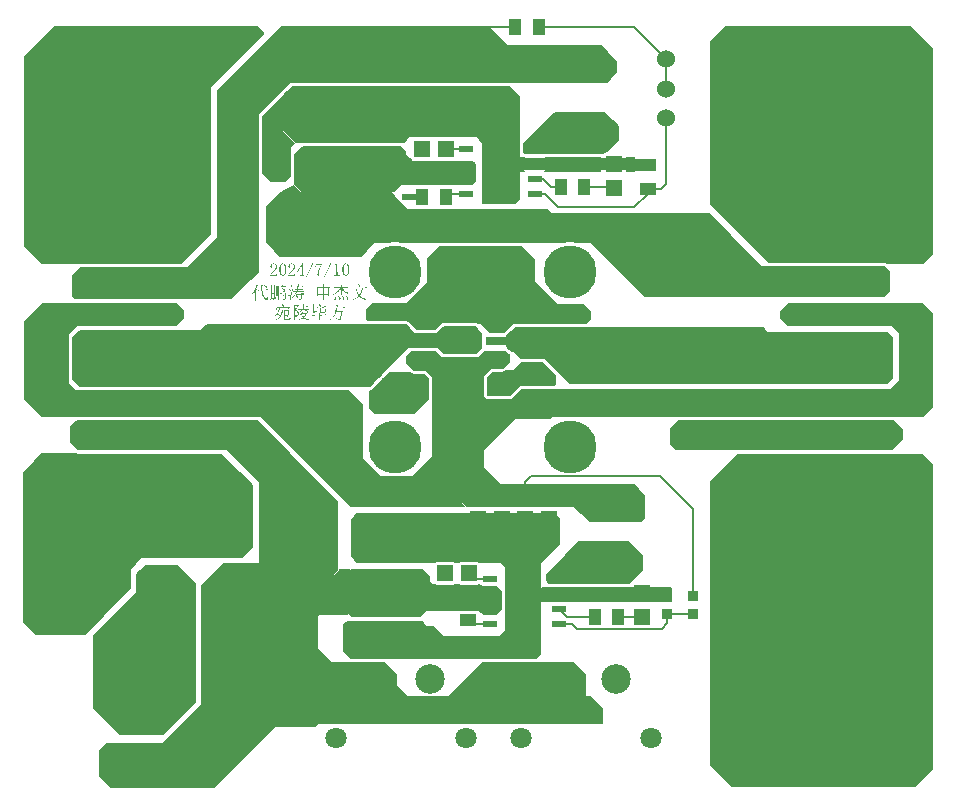
<source format=gtl>
G04 Layer: TopLayer*
G04 EasyEDA Pro v2.1.21.9b64d12f.b3811b, 2024-07-11 20:19:00*
G04 Gerber Generator version 0.3*
G04 Scale: 100 percent, Rotated: No, Reflected: No*
G04 Dimensions in millimeters*
G04 Leading zeros omitted, absolute positions, 3 integers and 3 decimals*
%FSLAX33Y33*%
%MOMM*%
%ADD8191C,0.203*%
%ADD10C,1.016*%
%ADD11R,1.2X3.5*%
%ADD12R,1.35X1.41*%
%ADD13R,1.133X1.377*%
%ADD14R,1.41X1.35*%
%ADD15R,3.5X2.35*%
%ADD16R,1.728X1.485*%
%ADD17R,1.2X3.5*%
%ADD18R,1.1378X1.377*%
%ADD19R,1.133X1.377*%
%ADD20C,1.524*%
%ADD21R,1.2X0.6*%
%ADD22R,2.4X3.3*%
%ADD23R,1.41X1.35*%
%ADD24R,1.575X0.672*%
%ADD25C,2.5*%
%ADD26C,1.8*%
%ADD27R,1.35X1.41*%
%ADD28R,0.864X0.806*%
%ADD29R,0.864X0.806*%
%ADD30R,1.377X1.133*%
%ADD31R,1.377X1.133*%
%ADD32R,2.5X1.02*%
%ADD33R,2.5X1.02*%
%ADD34C,4.5*%
%ADD35O,2.9X1.7*%
%ADD36C,0.61*%
%ADD37C,0.203*%
%ADD38C,0.508*%
G75*


G04 Copper Start*
G36*
G01X37465Y-60706D02*
G01X35941Y-59182D01*
G01Y-52578D01*
G01X37465Y-51054D01*
G01X48895D01*
G01X49530Y-51689D01*
G01Y-52324D01*
G01X48895Y-52959D01*
G01X40501D01*
G01X39751Y-53709D01*
G01Y-53940D01*
G03X39748Y-53975I254J-35D01*
G01Y-57531D01*
G03X39751Y-57566I257J0D01*
G01Y-57785D01*
G01X40386Y-58420D01*
G01X40513D01*
G01X39878Y-59055D01*
G01Y-59944D01*
G01X40637Y-60703D01*
G01X40386D01*
G03X40350Y-60706I0J-257D01*
G01X37465D01*
G37*
G36*
G01X37465Y-47752D02*
G01X35941Y-46228D01*
G01Y-30099D01*
G01X38481Y-27559D01*
G01X55753D01*
G01X56261Y-28067D01*
G01Y-28321D01*
G01X51816Y-32766D01*
G01Y-45212D01*
G01X49279Y-47749D01*
G01X40716D01*
G03X40680Y-47752I0J-257D01*
G01X37465D01*
G37*
G36*
G01X36952Y-79019D02*
G01X35969Y-78037D01*
G01Y-65393D01*
G01X37507Y-63856D01*
G01X40470D01*
G03X40513Y-63858I43J356D01*
G01X52665D01*
G01X55270Y-66463D01*
G01Y-71713D01*
G01X54441Y-72542D01*
G01X45974D01*
G03X45902Y-72572I0J-102D01*
G01X45013Y-73461D01*
G03X44983Y-73533I72J-72D01*
G01Y-75142D01*
G01X41106Y-79019D01*
G01X36952D01*
G37*
G36*
G01X63627Y-68326D02*
G01X56007Y-60706D01*
G01X55789D01*
G03X55753Y-60703I-36J-254D01*
G01X40637D01*
G01X39878Y-59944D01*
G01Y-59055D01*
G01X40513Y-58420D01*
G01X40604D01*
G03X40640Y-58423I36J254D01*
G01X63503D01*
G01X64643Y-59563D01*
G01Y-64135D01*
G01X66167Y-65659D01*
G01X66954D01*
G03X67369Y-65694I415J2472D01*
G03X67784Y-65659I0J2507D01*
G01X68834D01*
G01X68453Y-66040D01*
G01Y-67598D01*
G01X73025D01*
G01Y-67945D01*
G01X73406Y-68326D01*
G01X63627D01*
G37*
G36*
G01X62509Y-73618D02*
G01X61934Y-74193D01*
G01X55982D01*
G01Y-66294D01*
G03X55952Y-66222I-102J0D01*
G01X53158Y-63428D01*
G03X53086Y-63398I-72J-72D01*
G01X40555D01*
G01X39980Y-62823D01*
G01Y-61510D01*
G01X40428Y-61062D01*
G01X55711D01*
G01X62509Y-67860D01*
G01Y-73618D01*
G37*
G36*
G01X54974Y-49293D02*
G01X53560Y-50707D01*
G01X40293D01*
G01X40005Y-50419D01*
G01Y-48717D01*
G01X40716Y-48006D01*
G01X49784D01*
G01X52324Y-45466D01*
G01Y-33020D01*
G01X57785Y-27559D01*
G01X69215D01*
G01X66421Y-30353D01*
G01Y-31750D01*
G01X67053Y-32382D01*
G01X58674D01*
G03X58638Y-32385I0J-257D01*
G01X58547D01*
G01X55880Y-35052D01*
G01Y-48387D01*
G01X55155Y-49112D01*
G03X54974Y-49293I67J-248D01*
G37*
G36*
G01X40682Y-58064D02*
G01X40107Y-57489D01*
G01Y-54017D01*
G01X40682Y-53442D01*
G01X50927D01*
G03X50999Y-53412I0J102D01*
G01X51477Y-52934D01*
G01X68284D01*
G01X69016Y-53666D01*
G03X69088Y-53696I72J72D01*
G01X70866D01*
G03X70938Y-53666I0J102D01*
G01X71543Y-53061D01*
G01X74126D01*
G01X74701Y-53636D01*
G01Y-53870D01*
G03X74696Y-53933I353J-62D01*
G01Y-54593D01*
G03X74701Y-54655I358J0D01*
G01Y-54822D01*
G01X74255Y-55268D01*
G01X71541D01*
G01X71065Y-54792D01*
G03X70993Y-54762I-72J-72D01*
G01X70909D01*
G03X70866Y-54760I-43J-356D01*
G01X68707D01*
G03X68664Y-54762I0J-358D01*
G01X68580D01*
G03X68508Y-54792I0J-102D01*
G01X66216Y-57084D01*
G03X65974Y-57326I332J-574D01*
G01X65236Y-58064D01*
G01X40682D01*
G37*
G36*
G01X44111Y-87528D02*
G01X41885Y-85302D01*
G01Y-79258D01*
G01X45538Y-75605D01*
G03X45568Y-75533I-72J72D01*
G01Y-74017D01*
G01X46270Y-73315D01*
G01X48914D01*
G01X50444Y-74845D01*
G01Y-84794D01*
G01X47710Y-87528D01*
G01X44111D01*
G37*
G36*
G01X43307Y-92075D02*
G01X42291Y-91059D01*
G01Y-88900D01*
G01X42926Y-88265D01*
G01X47625D01*
G01X50927Y-84963D01*
G01Y-74930D01*
G01X52832Y-73025D01*
G01X55880D01*
G01Y-74295D01*
G01Y-85471D01*
G01X57277Y-86868D01*
G01X52070Y-92075D01*
G01X43307D01*
G37*
G36*
G01X60833Y-86741D02*
G01X60630Y-86944D01*
G01X57353D01*
G01X55880Y-85471D01*
G01Y-74295D01*
G01X61976D01*
G01X62611Y-73660D01*
G01Y-73533D01*
G01X63627D01*
G01X63246Y-73914D01*
G01Y-77216D01*
G01X63500Y-77470D01*
G01X60960D01*
G01X60833Y-77597D01*
G01Y-86741D01*
G37*
G36*
G01X58544Y-40262D02*
G01X58039Y-40767D01*
G01X56896D01*
G01X56137Y-40008D01*
G01Y-35176D01*
G01X57912Y-33401D01*
G01Y-36449D01*
G01X58928Y-37465D01*
G01X58547Y-37846D01*
G01Y-38445D01*
G03X58544Y-38481I254J-36D01*
G01Y-40262D01*
G37*
G36*
G01X88561Y-50444D02*
G01X84019Y-45902D01*
G03X83947Y-45872I-72J-72D01*
G01X82861D01*
G03X82169Y-45779I-692J-2515D01*
G03X81477Y-45872I0J-2608D01*
G01X68061D01*
G03X67369Y-45779I-692J-2515D01*
G03X66677Y-45872I0J-2608D01*
G01X65659D01*
G03X65587Y-45902I0J-102D01*
G01X64474Y-47015D01*
G01X57643D01*
G01X56525Y-45897D01*
G01Y-42936D01*
G01X57830Y-41631D01*
G01X59267D01*
G01X59364Y-41728D01*
G03X59436Y-41758I72J72D01*
G01X67014D01*
G01X67625Y-42369D01*
G03X67867Y-42611I574J332D01*
G01X68381Y-43125D01*
G03X68453Y-43155I72J72D01*
G01X80222D01*
G01X80573Y-43506D01*
G03X80645Y-43536I72J72D01*
G01X93938D01*
G01X98353Y-47951D01*
G03X98425Y-47981I72J72D01*
G01X108797D01*
G01X109245Y-48429D01*
G01Y-49996D01*
G01X108797Y-50444D01*
G01X88561D01*
G37*
G36*
G01X58801Y-41021D02*
G01X59309Y-41529D01*
G01X57788D01*
G01X57785D01*
G01X58801Y-41021D01*
G37*
G36*
G01X74819Y-42570D02*
G01X74819Y-37478D01*
G03X74790Y-37406I-102J0D01*
G01X74296Y-36912D01*
G03X74224Y-36883I-72J-72D01*
G01X68680D01*
G03X68608Y-36912I0J-102D01*
G01X68157Y-37363D01*
G01X58970D01*
G01X58014Y-36407D01*
G01Y-33443D01*
G01X58716Y-32741D01*
G01X77047D01*
G01X77876Y-33570D01*
G01Y-42249D01*
G01X77555Y-42570D01*
G01X74819D01*
G37*
G36*
G01X59478Y-41554D02*
G01X58903Y-40979D01*
G01Y-38523D01*
G01X59603Y-37823D01*
G01X67778D01*
G01X68224Y-38269D01*
G01Y-38397D01*
G03X68254Y-38469I102J0D01*
G01X68816Y-39031D01*
G03X68888Y-39061I72J72D01*
G01X73941D01*
G01X74148Y-39268D01*
G01Y-40721D01*
G01X73878Y-40992D01*
G01X72279D01*
G03X72247Y-40990I-32J-357D01*
G01X71114D01*
G03X71082Y-40992I0J-358D01*
G01X70279D01*
G03X70247Y-40990I-32J-357D01*
G01X69114D01*
G03X69082Y-40992I0J-358D01*
G01X67873D01*
G03X67801Y-41022I0J-102D01*
G01X67268Y-41554D01*
G01X59478D01*
G37*
G36*
G01X62446Y-86690D02*
G03X62369Y-86687I-77J-1154D01*
G03X62293Y-86690I0J-1157D01*
G01X60833D01*
G01Y-84328D01*
G01X65110D01*
G03X65369Y-84351I260J1484D01*
G03X65629Y-84328I0J1507D01*
G01X70110D01*
G03X70369Y-84351I260J1484D01*
G03X70629Y-84328I0J1507D01*
G01X80806D01*
G03X81066Y-84351I260J1484D01*
G03X81326Y-84328I0J1507D01*
G01X83947D01*
G01X84963Y-85344D01*
G01Y-86690D01*
G01X78143D01*
G03X78066Y-86687I-77J-1154D01*
G03X77989Y-86690I0J-1157D01*
G01X73446D01*
G03X73369Y-86687I-77J-1154D01*
G03X73293Y-86690I0J-1157D01*
G01X62446D01*
G37*
G36*
G01X67564Y-83439D02*
G01X68453Y-84328D01*
G01X60833D01*
G01Y-80264D01*
G01X61976Y-81407D01*
G01X63591D01*
G03X63627Y-81410I36J254D01*
G01X66551D01*
G01X67564Y-82423D01*
G01Y-83439D01*
G37*
G36*
G01X63669Y-81051D02*
G01X63094Y-80476D01*
G01Y-78274D01*
G01X63288Y-78080D01*
G01X69681D01*
G01X70032Y-78431D01*
G03X70104Y-78461I72J72D01*
G01X70570D01*
G01X71429Y-79320D01*
G03X71501Y-79350I72J72D01*
G01X76200D01*
G03X76272Y-79320I0J102D01*
G01X76780Y-78812D01*
G03X76810Y-78740I-72J72D01*
G01Y-73458D01*
G03X76780Y-73386I-102J0D01*
G01X76347Y-72953D01*
G03X76275Y-72923I-72J-72D01*
G01X74468D01*
G03X74337Y-72899I-131J-333D01*
G01X72927D01*
G03X72796Y-72923I0J-358D01*
G01X72468D01*
G03X72337Y-72899I-131J-333D01*
G01X70927D01*
G03X70796Y-72923I0J-358D01*
G01X64177D01*
G01X63729Y-72475D01*
G01Y-69384D01*
G01X64177Y-68936D01*
G01X80932D01*
G01X81305Y-69309D01*
G01Y-71459D01*
G01X79679Y-73085D01*
G03X79650Y-73157I72J-72D01*
G01Y-80735D01*
G01X79333Y-81051D01*
G01X63669D01*
G37*
G36*
G01X63714Y-77541D02*
G01X63348Y-77174D01*
G01Y-73956D01*
G01X63669Y-73635D01*
G01X69681D01*
G01X70301Y-74254D01*
G01Y-74683D01*
G03X70330Y-74755I102J0D01*
G01X70483Y-74907D01*
G03X70555Y-74937I72J72D01*
G01X70789D01*
G03X70927Y-74965I139J330D01*
G01X72337D01*
G03X72476Y-74937I0J358D01*
G01X72789D01*
G03X72927Y-74965I139J330D01*
G01X74337D01*
G03X74476Y-74937I0J358D01*
G01X74548D01*
G03X74818Y-75060I270J235D01*
G01X75932D01*
G01X76350Y-75478D01*
G01Y-76922D01*
G01X75904Y-77368D01*
G01X74878D01*
G01X74584Y-77074D01*
G03X74512Y-77044I-72J-72D01*
G01X74484D01*
G03X74283Y-76983I-201J-296D01*
G01X72906D01*
G03X72705Y-77044I0J-358D01*
G01X70203D01*
G01X70176Y-77017D01*
G03X70104Y-76987I-72J-72D01*
G03X70032Y-77017I0J-102D01*
G01X69509Y-77541D01*
G01X63714D01*
G37*
G36*
G01X75438Y-53594D02*
G01X74676Y-52832D01*
G01X74404D01*
G01X74349Y-52778D01*
G03X74168Y-52702I-181J-181D01*
G01X71501D01*
G03X71320Y-52778I0J-257D01*
G01X71265Y-52832D01*
G01X71247D01*
G01X70742Y-53337D01*
G01X69212D01*
G01X68533Y-52658D01*
G01X68515D01*
G01X68507Y-52651D01*
G03X68326Y-52575I-181J-181D01*
G01X65110D01*
G01X64897Y-52363D01*
G01Y-51562D01*
G01X65438Y-51021D01*
G01X68359D01*
G01X70104Y-49276D01*
G01Y-47244D01*
G01X71117Y-46231D01*
G01X78108D01*
G01X79248Y-47371D01*
G01Y-49149D01*
G01X81193Y-51094D01*
G01X83312D01*
G01X83947Y-51729D01*
G01Y-52451D01*
G01X83569Y-52829D01*
G01X77597D01*
G03X77560Y-52832I0J-257D01*
G01X77343D01*
G01X76581Y-53594D01*
G01X75438D01*
G37*
G36*
G01X65707Y-60452D02*
G01X65140Y-59885D01*
G01Y-58558D01*
G01X65275Y-58423D01*
G01X65278D01*
G03X65459Y-58347I0J257D01*
G01X66911Y-56896D01*
G01X68725D01*
G01X68780Y-56950D01*
G03X68961Y-57026I181J181D01*
G01X69853D01*
G01X70228Y-57401D01*
G01Y-59185D01*
G01X68961Y-60452D01*
G01X65707D01*
G37*
G36*
G01X77132Y-32283D02*
G03X77089Y-32281I-43J-356D01*
G01X67096D01*
G01X66523Y-31708D01*
G01Y-30395D01*
G01X69257Y-27661D01*
G01X75269D01*
G01X76890Y-29282D01*
G03X76962Y-29312I72J72D01*
G01X84794D01*
G01X86131Y-30649D01*
G01Y-31454D01*
G01X85302Y-32283D01*
G01X77132D01*
G37*
G36*
G01X68453Y-67598D02*
G01X68453Y-66040D01*
G01X70485Y-64008D01*
G01Y-57277D01*
G01X69977Y-56769D01*
G01X68961D01*
G01X68326Y-56134D01*
G01Y-55499D01*
G01X68707Y-55118D01*
G01X70866D01*
G01X71374Y-55626D01*
G01X74422D01*
G01X74930Y-55118D01*
G01X76776D01*
G01X76800Y-55141D01*
G01X76809Y-55149D01*
G01X76842Y-55179D01*
G01X76851Y-55187D01*
G01X76886Y-55215D01*
G01X76895Y-55222D01*
G01X76931Y-55249D01*
G01X76941Y-55255D01*
G01X76978Y-55280D01*
G01X76988Y-55286D01*
G01X77026Y-55309D01*
G01X77089Y-55372D01*
G01Y-55996D01*
G01X76495Y-56589D01*
G01X75498D01*
G01X74912Y-57176D01*
G01Y-64905D01*
G01X76381Y-66374D01*
G01X73453D01*
G01X73025Y-66802D01*
G01Y-67598D01*
G01X68453D01*
G37*
G36*
G01X83566Y-82474D02*
G01X83566Y-84328D01*
G01X71882D01*
G01X74800Y-81410D01*
G01X79375D01*
G03X79411Y-81407I0J257D01*
G01X82499D01*
G01X83566Y-82474D01*
G37*
G36*
G01X88476Y-69242D02*
G01X88223Y-69494D01*
G01X83862D01*
G01X82633Y-68266D01*
G03X82561Y-68236I-72J-72D01*
G01X73460D01*
G01X73127Y-67903D01*
G01Y-66844D01*
G01X73495Y-66475D01*
G01X87597D01*
G01X88476Y-67354D01*
G01Y-69242D01*
G37*
G36*
G01X77597Y-60833D02*
G01X74912Y-63518D01*
G01Y-58910D01*
G01X75184Y-59182D01*
G01X77216D01*
G01X78105Y-58293D01*
G01X109093D01*
G01X109728Y-58928D01*
G01Y-60071D01*
G01X109093Y-60706D01*
G01X82526D01*
G03X82169Y-60680I-357J-2481D01*
G03X81812Y-60706I0J-2507D01*
G01X80645D01*
G01X80518Y-60833D01*
G01X77597D01*
G37*
G36*
G01X77924Y-58112D02*
G01X77110Y-58925D01*
G01X75290D01*
G01X75168Y-58804D01*
G01Y-57282D01*
G01X75604Y-56846D01*
G01X76495D01*
G03X76677Y-56771I0J257D01*
G01X76731Y-56717D01*
G01X77375D01*
G01X78082Y-56010D01*
G01X79904D01*
G01X81042Y-57148D01*
G01Y-57874D01*
G01X80880Y-58036D01*
G01X78105D01*
G03X77924Y-58112I0J-257D01*
G37*
G36*
G01X82211Y-57810D02*
G01X80082Y-55681D01*
G03X80010Y-55651I-72J-72D01*
G01X78020D01*
G01X76937Y-54568D01*
G01Y-54102D01*
G03X76907Y-54030I-102J0D01*
G01X76852Y-53975D01*
G01X77639Y-53187D01*
G01X98510D01*
G01X98861Y-53539D01*
G03X98933Y-53569I72J72D01*
G01X109051D01*
G01X109499Y-54017D01*
G01Y-57362D01*
G01X109051Y-57810D01*
G01X82211D01*
G37*
G36*
G01X78225Y-39595D02*
G03X78463Y-39950I384J0D01*
G01X77978D01*
G01Y-38680D01*
G01X78314D01*
G03X78350Y-38683I36J254D01*
G01X78386D01*
G03X78225Y-38995I223J-312D01*
G01Y-39595D01*
G37*
G36*
G01X78392Y-38325D02*
G01X78336Y-38269D01*
G01Y-37538D01*
G01X80966Y-34908D01*
G01X85117D01*
G01X86264Y-36055D01*
G01Y-37243D01*
G01X85317Y-38190D01*
G01X85242D01*
G03X84963Y-38325I0J-358D01*
G01X78392D01*
G37*
G36*
G01X79853Y-76225D02*
G01X79853Y-75159D01*
G01X90765D01*
G01Y-76225D01*
G01X79853D01*
G37*
G36*
G01X84859Y-38683D02*
G01X84859Y-39950D01*
G01X79953D01*
G03X80192Y-39595I-145J355D01*
G01Y-38995D01*
G03X80031Y-38683I-384J0D01*
G01X84859D01*
G37*
G36*
G01X80416Y-74699D02*
G01X80239Y-74522D01*
G01Y-74038D01*
G01X82992Y-71284D01*
G01X87143D01*
G01X88290Y-72432D01*
G01Y-73619D01*
G01X87211Y-74699D01*
G01X80416D01*
G37*
G36*
G01X86976Y-39950D02*
G01X86976Y-38680D01*
G01X87727D01*
G03X87701Y-38820I357J-139D01*
G01Y-39950D01*
G01X86976D01*
G37*
G36*
G01X91186Y-63500D02*
G01X90678Y-62992D01*
G01Y-61595D01*
G01X91310Y-60963D01*
G01X106353D01*
G01X106358D01*
G01X109604D01*
G01X110363Y-61722D01*
G01Y-62611D01*
G01X109474Y-63500D01*
G01X91186D01*
G37*
G36*
G01X95944Y-92016D02*
G01X94039Y-90111D01*
G01Y-66108D01*
G01X96325Y-63822D01*
G01X112073D01*
G01X112962Y-64711D01*
G01Y-90492D01*
G01X111438Y-92016D01*
G01X95944D01*
G37*
G36*
G01X109075Y-47752D02*
G01X109020Y-47698D01*
G03X108839Y-47622I-181J-181D01*
G01X98990D01*
G01X94039Y-42672D01*
G01Y-28829D01*
G01X95309Y-27559D01*
G01X111057D01*
G01X112962Y-29464D01*
G01Y-46863D01*
G01X112073Y-47752D01*
G01X109075D01*
G37*
G36*
G01X112962Y-59817D02*
G01X112073Y-60706D01*
G01X106358D01*
G01X109093D01*
G01X109728Y-60071D01*
G01Y-58928D01*
G01X109093Y-58293D01*
G01X109279D01*
G01X110041Y-57531D01*
G01Y-53594D01*
G01X109406Y-52959D01*
G01X100643D01*
G01X100008Y-52324D01*
G01Y-51689D01*
G01X100643Y-51054D01*
G01X112073D01*
G01X112962Y-51943D01*
G01Y-59817D01*
G37*
G54D8191*
G01X36952Y-79019D02*
G01X35969Y-78037D01*
G01Y-65393D01*
G01X37507Y-63856D01*
G01X40470D01*
G03X40513Y-63858I43J356D01*
G01X52665D01*
G01X55270Y-66463D01*
G01Y-71713D01*
G01X54441Y-72542D01*
G01X45974D01*
G03X45902Y-72572I0J-102D01*
G01X45013Y-73461D01*
G03X44983Y-73533I72J-72D01*
G01Y-75142D01*
G01X41106Y-79019D01*
G01X36952D01*
G01X62509Y-73618D02*
G01X61934Y-74193D01*
G01X55982D01*
G01Y-66294D01*
G03X55952Y-66222I-102J0D01*
G01X53158Y-63428D01*
G03X53086Y-63398I-72J-72D01*
G01X40555D01*
G01X39980Y-62823D01*
G01Y-61510D01*
G01X40428Y-61062D01*
G01X55711D01*
G01X62509Y-67860D01*
G01Y-73618D01*
G01X40682Y-58064D02*
G01X40107Y-57489D01*
G01Y-54017D01*
G01X40682Y-53442D01*
G01X50927D01*
G03X50999Y-53412I0J102D01*
G01X51477Y-52934D01*
G01X68284D01*
G01X69016Y-53666D01*
G03X69088Y-53696I72J72D01*
G01X70866D01*
G03X70938Y-53666I0J102D01*
G01X71543Y-53061D01*
G01X74126D01*
G01X74701Y-53636D01*
G01Y-53870D01*
G03X74696Y-53933I353J-62D01*
G01Y-54593D01*
G03X74701Y-54655I358J0D01*
G01Y-54822D01*
G01X74255Y-55268D01*
G01X71541D01*
G01X71065Y-54792D01*
G03X70993Y-54762I-72J-72D01*
G01X70909D01*
G03X70866Y-54760I-43J-356D01*
G01X68707D01*
G03X68664Y-54762I0J-358D01*
G01X68580D01*
G03X68508Y-54792I0J-102D01*
G01X66216Y-57084D01*
G03X65974Y-57326I332J-574D01*
G01X65236Y-58064D01*
G01X40682D01*
G01X44111Y-87528D02*
G01X41885Y-85302D01*
G01Y-79258D01*
G01X45538Y-75605D01*
G03X45568Y-75533I-72J72D01*
G01Y-74017D01*
G01X46270Y-73315D01*
G01X48914D01*
G01X50444Y-74845D01*
G01Y-84794D01*
G01X47710Y-87528D01*
G01X44111D01*
G01X88561Y-50444D02*
G01X84019Y-45902D01*
G03X83947Y-45872I-72J-72D01*
G01X82861D01*
G03X82169Y-45779I-692J-2515D01*
G03X81477Y-45872I0J-2608D01*
G01X68061D01*
G03X67369Y-45779I-692J-2515D01*
G03X66677Y-45872I0J-2608D01*
G01X65659D01*
G03X65587Y-45902I0J-102D01*
G01X64474Y-47015D01*
G01X57643D01*
G01X56525Y-45897D01*
G01Y-42936D01*
G01X57830Y-41631D01*
G01X59267D01*
G01X59364Y-41728D01*
G03X59436Y-41758I72J72D01*
G01X67014D01*
G01X67625Y-42369D01*
G03X67867Y-42611I574J332D01*
G01X68381Y-43125D01*
G03X68453Y-43155I72J72D01*
G01X80222D01*
G01X80573Y-43506D01*
G03X80645Y-43536I72J72D01*
G01X93938D01*
G01X98353Y-47951D01*
G03X98425Y-47981I72J72D01*
G01X108797D01*
G01X109245Y-48429D01*
G01Y-49996D01*
G01X108797Y-50444D01*
G01X88561D01*
G01X74819Y-42570D02*
G01X74819Y-37478D01*
G03X74790Y-37406I-102J0D01*
G01X74296Y-36912D01*
G03X74224Y-36883I-72J-72D01*
G01X68680D01*
G03X68608Y-36912I0J-102D01*
G01X68157Y-37363D01*
G01X58970D01*
G01X58014Y-36407D01*
G01Y-33443D01*
G01X58716Y-32741D01*
G01X77047D01*
G01X77876Y-33570D01*
G01Y-42249D01*
G01X77555Y-42570D01*
G01X74819D01*
G01X59478Y-41554D02*
G01X58903Y-40979D01*
G01Y-38523D01*
G01X59603Y-37823D01*
G01X67778D01*
G01X68224Y-38269D01*
G01Y-38397D01*
G03X68254Y-38469I102J0D01*
G01X68816Y-39031D01*
G03X68888Y-39061I72J72D01*
G01X73941D01*
G01X74148Y-39268D01*
G01Y-40721D01*
G01X73878Y-40992D01*
G01X72279D01*
G03X72247Y-40990I-32J-357D01*
G01X71114D01*
G03X71082Y-40992I0J-358D01*
G01X70279D01*
G03X70247Y-40990I-32J-357D01*
G01X69114D01*
G03X69082Y-40992I0J-358D01*
G01X67873D01*
G03X67801Y-41022I0J-102D01*
G01X67268Y-41554D01*
G01X59478D01*
G01X63669Y-81051D02*
G01X63094Y-80476D01*
G01Y-78274D01*
G01X63288Y-78080D01*
G01X69681D01*
G01X70032Y-78431D01*
G03X70104Y-78461I72J72D01*
G01X70570D01*
G01X71429Y-79320D01*
G03X71501Y-79350I72J72D01*
G01X76200D01*
G03X76272Y-79320I0J102D01*
G01X76780Y-78812D01*
G03X76810Y-78740I-72J72D01*
G01Y-73458D01*
G03X76780Y-73386I-102J0D01*
G01X76347Y-72953D01*
G03X76275Y-72923I-72J-72D01*
G01X74468D01*
G03X74337Y-72899I-131J-333D01*
G01X72927D01*
G03X72796Y-72923I0J-358D01*
G01X72468D01*
G03X72337Y-72899I-131J-333D01*
G01X70927D01*
G03X70796Y-72923I0J-358D01*
G01X64177D01*
G01X63729Y-72475D01*
G01Y-69384D01*
G01X64177Y-68936D01*
G01X80932D01*
G01X81305Y-69309D01*
G01Y-71459D01*
G01X79679Y-73085D01*
G03X79650Y-73157I72J-72D01*
G01Y-80735D01*
G01X79333Y-81051D01*
G01X63669D01*
G01X63714Y-77541D02*
G01X63348Y-77174D01*
G01Y-73956D01*
G01X63669Y-73635D01*
G01X69681D01*
G01X70301Y-74254D01*
G01Y-74683D01*
G03X70330Y-74755I102J0D01*
G01X70483Y-74907D01*
G03X70555Y-74937I72J72D01*
G01X70789D01*
G03X70927Y-74965I139J330D01*
G01X72337D01*
G03X72476Y-74937I0J358D01*
G01X72789D01*
G03X72927Y-74965I139J330D01*
G01X74337D01*
G03X74476Y-74937I0J358D01*
G01X74548D01*
G03X74818Y-75060I270J235D01*
G01X75932D01*
G01X76350Y-75478D01*
G01Y-76922D01*
G01X75904Y-77368D01*
G01X74878D01*
G01X74584Y-77074D01*
G03X74512Y-77044I-72J-72D01*
G01X74484D01*
G03X74283Y-76983I-201J-296D01*
G01X72906D01*
G03X72705Y-77044I0J-358D01*
G01X70203D01*
G01X70176Y-77017D01*
G03X70104Y-76987I-72J-72D01*
G03X70032Y-77017I0J-102D01*
G01X69509Y-77541D01*
G01X63714D01*
G01X77132Y-32283D02*
G03X77089Y-32281I-43J-356D01*
G01X67096D01*
G01X66523Y-31708D01*
G01Y-30395D01*
G01X69257Y-27661D01*
G01X75269D01*
G01X76890Y-29282D01*
G03X76962Y-29312I72J72D01*
G01X84794D01*
G01X86131Y-30649D01*
G01Y-31454D01*
G01X85302Y-32283D01*
G01X77132D01*
G01X88476Y-69242D02*
G01X88223Y-69494D01*
G01X83862D01*
G01X82633Y-68266D01*
G03X82561Y-68236I-72J-72D01*
G01X73460D01*
G01X73127Y-67903D01*
G01Y-66844D01*
G01X73495Y-66475D01*
G01X87597D01*
G01X88476Y-67354D01*
G01Y-69242D01*
G01X82211Y-57810D02*
G01X80082Y-55681D01*
G03X80010Y-55651I-72J-72D01*
G01X78020D01*
G01X76937Y-54568D01*
G01Y-54102D01*
G03X76907Y-54030I-102J0D01*
G01X76852Y-53975D01*
G01X77639Y-53187D01*
G01X98510D01*
G01X98861Y-53539D01*
G03X98933Y-53569I72J72D01*
G01X109051D01*
G01X109499Y-54017D01*
G01Y-57362D01*
G01X109051Y-57810D01*
G01X82211D01*
G01X78392Y-38325D02*
G01X78336Y-38269D01*
G01Y-37538D01*
G01X80966Y-34908D01*
G01X85117D01*
G01X86264Y-36055D01*
G01Y-37243D01*
G01X85317Y-38190D01*
G01X85242D01*
G03X84963Y-38325I0J-358D01*
G01X78392D01*
G01X79853Y-76225D02*
G01X79853Y-75159D01*
G01X90765D01*
G01Y-76225D01*
G01X79853D01*
G01X80416Y-74699D02*
G01X80239Y-74522D01*
G01Y-74038D01*
G01X82992Y-71284D01*
G01X87143D01*
G01X88290Y-72432D01*
G01Y-73619D01*
G01X87211Y-74699D01*
G01X80416D01*
G54D10*
G01X79208Y-39295D02*
G01X80194Y-39295D01*
G01X79208Y-39295D02*
G01X78222Y-39295D01*
G01X85917Y-39253D02*
G01X84856Y-39253D01*
G01X85917Y-39253D02*
G01X86979Y-39253D01*
G01X88773Y-39386D02*
G01X87698Y-39386D01*
G04 Copper End*

G04 Text Start*
G36*
G01X61981Y-47553D02*
G01X61978Y-47553D01*
G01X61976Y-47556D01*
G01X61970Y-47569D01*
G01X61965Y-47578D01*
G01X61960Y-47587D01*
G01X61952Y-47606D01*
G01X61947Y-47614D01*
G01X61943Y-47620D01*
G01X61940Y-47628D01*
G01X61936Y-47641D01*
G01X61932Y-47649D01*
G01X61927Y-47656D01*
G01X61919Y-47675D01*
G01X61915Y-47684D01*
G01X61909Y-47694D01*
G01X61897Y-47720D01*
G01X61889Y-47737D01*
G01X61883Y-47754D01*
G01X61877Y-47762D01*
G01X61872Y-47772D01*
G01X61864Y-47791D01*
G01X61859Y-47799D01*
G01X61854Y-47809D01*
G01X61849Y-47820D01*
G01X61839Y-47842D01*
G01X61836Y-47851D01*
G01X61832Y-47859D01*
G01X61826Y-47869D01*
G01X61818Y-47888D01*
G01X61813Y-47896D01*
G01X61807Y-47906D01*
G01X61803Y-47917D01*
G01X61794Y-47939D01*
G01X61790Y-47948D01*
G01X61786Y-47956D01*
G01X61779Y-47966D01*
G01X61771Y-47985D01*
G01X61767Y-47993D01*
G01X61761Y-48003D01*
G01X61757Y-48014D01*
G01X61747Y-48036D01*
G01X61744Y-48045D01*
G01X61739Y-48053D01*
G01X61733Y-48063D01*
G01X61725Y-48082D01*
G01X61720Y-48090D01*
G01X61715Y-48100D01*
G01X61710Y-48111D01*
G01X61701Y-48134D01*
G01X61698Y-48142D01*
G01X61693Y-48150D01*
G01X61687Y-48160D01*
G01X61679Y-48179D01*
G01X61674Y-48187D01*
G01X61669Y-48197D01*
G01X61664Y-48208D01*
G01X61655Y-48231D01*
G01X61651Y-48239D01*
G01X61647Y-48247D01*
G01X61641Y-48257D01*
G01X61633Y-48276D01*
G01X61629Y-48284D01*
G01X61622Y-48294D01*
G01X61611Y-48320D01*
G01X61603Y-48338D01*
G01X61596Y-48354D01*
G01X61591Y-48363D01*
G01X61585Y-48373D01*
G01X61578Y-48391D01*
G01X61573Y-48400D01*
G01X61570Y-48405D01*
G01X61567Y-48410D01*
G01X61559Y-48432D01*
G01X61554Y-48441D01*
G01X61549Y-48451D01*
G01X61541Y-48469D01*
G01X61536Y-48478D01*
G01X61530Y-48488D01*
G01X61519Y-48515D01*
G01X61511Y-48532D01*
G01X61504Y-48548D01*
G01X61499Y-48557D01*
G01X61493Y-48566D01*
G01X61485Y-48585D01*
G01X61481Y-48594D01*
G01X61477Y-48599D01*
G01X61475Y-48604D01*
G01X61466Y-48626D01*
G01X61462Y-48635D01*
G01X61456Y-48645D01*
G01X61448Y-48663D01*
G01X61444Y-48672D01*
G01X61438Y-48682D01*
G01X61426Y-48709D01*
G01X61418Y-48726D01*
G01X61411Y-48742D01*
G01X61407Y-48751D01*
G01X61401Y-48760D01*
G01X61393Y-48779D01*
G01X61388Y-48787D01*
G01X61382Y-48797D01*
G01X61378Y-48808D01*
G01X61375Y-48816D01*
G01X61374Y-48821D01*
G01X61373Y-48824D01*
G01X61374Y-48826D01*
G01X61376Y-48828D01*
G01X61379Y-48829D01*
G01X61385Y-48831D01*
G01X61393Y-48836D01*
G01X61397Y-48839D01*
G01X61398Y-48840D01*
G01X61402Y-48843D01*
G01X61405Y-48844D01*
G01X61408D01*
G01X61410Y-48843D01*
G01X61413Y-48840D01*
G01X61417Y-48831D01*
G01X61423Y-48818D01*
G01X61427Y-48810D01*
G01X61431Y-48804D01*
G01X61433Y-48799D01*
G01X61441Y-48778D01*
G01X61446Y-48768D01*
G01X61452Y-48758D01*
G01X61460Y-48740D01*
G01X61464Y-48731D01*
G01X61470Y-48721D01*
G01X61482Y-48695D01*
G01X61490Y-48678D01*
G01X61496Y-48661D01*
G01X61502Y-48653D01*
G01X61507Y-48643D01*
G01X61515Y-48624D01*
G01X61520Y-48616D01*
G01X61523Y-48610D01*
G01X61525Y-48605D01*
G01X61534Y-48584D01*
G01X61538Y-48574D01*
G01X61544Y-48564D01*
G01X61552Y-48546D01*
G01X61557Y-48537D01*
G01X61562Y-48527D01*
G01X61574Y-48501D01*
G01X61582Y-48484D01*
G01X61589Y-48467D01*
G01X61593Y-48459D01*
G01X61600Y-48449D01*
G01X61608Y-48430D01*
G01X61612Y-48422D01*
G01X61618Y-48412D01*
G01X61622Y-48401D01*
G01X61632Y-48378D01*
G01X61635Y-48370D01*
G01X61640Y-48362D01*
G01X61646Y-48352D01*
G01X61654Y-48333D01*
G01X61659Y-48325D01*
G01X61664Y-48315D01*
G01X61669Y-48304D01*
G01X61678Y-48281D01*
G01X61681Y-48273D01*
G01X61686Y-48265D01*
G01X61692Y-48255D01*
G01X61700Y-48237D01*
G01X61705Y-48227D01*
G01X61710Y-48218D01*
G01X61715Y-48208D01*
G01X61724Y-48184D01*
G01X61728Y-48176D01*
G01X61732Y-48168D01*
G01X61738Y-48158D01*
G01X61746Y-48140D01*
G01X61750Y-48131D01*
G01X61757Y-48121D01*
G01X61761Y-48111D01*
G01X61770Y-48087D01*
G01X61774Y-48079D01*
G01X61778Y-48071D01*
G01X61784Y-48061D01*
G01X61792Y-48043D01*
G01X61797Y-48034D01*
G01X61803Y-48024D01*
G01X61807Y-48014D01*
G01X61816Y-47990D01*
G01X61820Y-47983D01*
G01X61825Y-47973D01*
G01X61830Y-47964D01*
G01X61838Y-47946D01*
G01X61843Y-47937D01*
G01X61849Y-47927D01*
G01X61860Y-47900D01*
G01X61868Y-47883D01*
G01X61875Y-47867D01*
G01X61880Y-47858D01*
G01X61886Y-47849D01*
G01X61894Y-47830D01*
G01X61898Y-47821D01*
G01X61902Y-47815D01*
G01X61904Y-47811D01*
G01X61913Y-47789D01*
G01X61917Y-47780D01*
G01X61923Y-47770D01*
G01X61931Y-47751D01*
G01X61935Y-47743D01*
G01X61941Y-47733D01*
G01X61953Y-47706D01*
G01X61961Y-47690D01*
G01X61968Y-47673D01*
G01X61972Y-47664D01*
G01X61978Y-47654D01*
G01X61986Y-47636D01*
G01X61991Y-47628D01*
G01X61994Y-47621D01*
G01X61997Y-47617D01*
G01X62004Y-47596D01*
G01X62010Y-47586D01*
G01X62012Y-47581D01*
G01X62013Y-47578D01*
G01X62012Y-47575D01*
G01X62011Y-47573D01*
G01X62004Y-47568D01*
G01X61992Y-47561D01*
G01X61985Y-47556D01*
G01X61983Y-47554D01*
G37*
G36*
G01X60457Y-47553D02*
G01X60454Y-47553D01*
G01X60452Y-47556D01*
G01X60446Y-47569D01*
G01X60441Y-47578D01*
G01X60436Y-47587D01*
G01X60428Y-47606D01*
G01X60423Y-47614D01*
G01X60419Y-47620D01*
G01X60416Y-47628D01*
G01X60412Y-47641D01*
G01X60408Y-47649D01*
G01X60403Y-47656D01*
G01X60395Y-47675D01*
G01X60391Y-47684D01*
G01X60385Y-47694D01*
G01X60373Y-47720D01*
G01X60365Y-47737D01*
G01X60359Y-47754D01*
G01X60353Y-47762D01*
G01X60348Y-47772D01*
G01X60340Y-47791D01*
G01X60335Y-47799D01*
G01X60330Y-47809D01*
G01X60325Y-47820D01*
G01X60315Y-47842D01*
G01X60312Y-47851D01*
G01X60308Y-47859D01*
G01X60302Y-47869D01*
G01X60294Y-47888D01*
G01X60289Y-47896D01*
G01X60283Y-47906D01*
G01X60279Y-47917D01*
G01X60270Y-47939D01*
G01X60266Y-47948D01*
G01X60262Y-47956D01*
G01X60255Y-47966D01*
G01X60247Y-47985D01*
G01X60243Y-47993D01*
G01X60237Y-48003D01*
G01X60233Y-48014D01*
G01X60223Y-48036D01*
G01X60220Y-48045D01*
G01X60215Y-48053D01*
G01X60209Y-48063D01*
G01X60201Y-48082D01*
G01X60196Y-48090D01*
G01X60191Y-48100D01*
G01X60186Y-48111D01*
G01X60177Y-48134D01*
G01X60174Y-48142D01*
G01X60169Y-48150D01*
G01X60163Y-48160D01*
G01X60155Y-48179D01*
G01X60150Y-48187D01*
G01X60145Y-48197D01*
G01X60140Y-48208D01*
G01X60131Y-48231D01*
G01X60127Y-48239D01*
G01X60123Y-48247D01*
G01X60117Y-48257D01*
G01X60109Y-48276D01*
G01X60105Y-48284D01*
G01X60098Y-48294D01*
G01X60087Y-48320D01*
G01X60079Y-48338D01*
G01X60072Y-48354D01*
G01X60067Y-48363D01*
G01X60061Y-48373D01*
G01X60054Y-48391D01*
G01X60049Y-48400D01*
G01X60046Y-48405D01*
G01X60043Y-48410D01*
G01X60035Y-48432D01*
G01X60030Y-48441D01*
G01X60025Y-48451D01*
G01X60017Y-48469D01*
G01X60012Y-48478D01*
G01X60006Y-48488D01*
G01X59995Y-48515D01*
G01X59987Y-48532D01*
G01X59980Y-48548D01*
G01X59975Y-48557D01*
G01X59969Y-48566D01*
G01X59961Y-48585D01*
G01X59957Y-48594D01*
G01X59953Y-48599D01*
G01X59951Y-48604D01*
G01X59942Y-48626D01*
G01X59938Y-48635D01*
G01X59932Y-48645D01*
G01X59924Y-48663D01*
G01X59920Y-48672D01*
G01X59914Y-48682D01*
G01X59902Y-48709D01*
G01X59894Y-48726D01*
G01X59887Y-48742D01*
G01X59883Y-48751D01*
G01X59877Y-48760D01*
G01X59869Y-48779D01*
G01X59864Y-48787D01*
G01X59858Y-48797D01*
G01X59854Y-48808D01*
G01X59851Y-48816D01*
G01X59850Y-48821D01*
G01X59849Y-48824D01*
G01X59850Y-48826D01*
G01X59852Y-48828D01*
G01X59855Y-48829D01*
G01X59861Y-48831D01*
G01X59869Y-48836D01*
G01X59873Y-48839D01*
G01X59874Y-48840D01*
G01X59878Y-48843D01*
G01X59881Y-48844D01*
G01X59884D01*
G01X59886Y-48843D01*
G01X59889Y-48840D01*
G01X59893Y-48831D01*
G01X59899Y-48818D01*
G01X59903Y-48810D01*
G01X59907Y-48804D01*
G01X59909Y-48799D01*
G01X59917Y-48778D01*
G01X59922Y-48768D01*
G01X59928Y-48758D01*
G01X59936Y-48740D01*
G01X59940Y-48731D01*
G01X59946Y-48721D01*
G01X59958Y-48695D01*
G01X59966Y-48678D01*
G01X59972Y-48661D01*
G01X59978Y-48653D01*
G01X59983Y-48643D01*
G01X59991Y-48624D01*
G01X59996Y-48616D01*
G01X59999Y-48610D01*
G01X60001Y-48605D01*
G01X60010Y-48584D01*
G01X60014Y-48574D01*
G01X60020Y-48564D01*
G01X60028Y-48546D01*
G01X60033Y-48537D01*
G01X60038Y-48527D01*
G01X60050Y-48501D01*
G01X60058Y-48484D01*
G01X60065Y-48467D01*
G01X60069Y-48459D01*
G01X60076Y-48449D01*
G01X60084Y-48430D01*
G01X60088Y-48422D01*
G01X60094Y-48412D01*
G01X60098Y-48401D01*
G01X60108Y-48378D01*
G01X60111Y-48370D01*
G01X60116Y-48362D01*
G01X60122Y-48352D01*
G01X60130Y-48333D01*
G01X60135Y-48325D01*
G01X60140Y-48315D01*
G01X60145Y-48304D01*
G01X60154Y-48281D01*
G01X60157Y-48273D01*
G01X60162Y-48265D01*
G01X60168Y-48255D01*
G01X60176Y-48237D01*
G01X60181Y-48227D01*
G01X60186Y-48218D01*
G01X60191Y-48208D01*
G01X60200Y-48184D01*
G01X60204Y-48176D01*
G01X60208Y-48168D01*
G01X60214Y-48158D01*
G01X60222Y-48140D01*
G01X60226Y-48131D01*
G01X60233Y-48121D01*
G01X60237Y-48111D01*
G01X60246Y-48087D01*
G01X60250Y-48079D01*
G01X60254Y-48071D01*
G01X60260Y-48061D01*
G01X60268Y-48043D01*
G01X60273Y-48034D01*
G01X60279Y-48024D01*
G01X60283Y-48014D01*
G01X60292Y-47990D01*
G01X60296Y-47983D01*
G01X60301Y-47973D01*
G01X60306Y-47964D01*
G01X60314Y-47946D01*
G01X60319Y-47937D01*
G01X60325Y-47927D01*
G01X60336Y-47900D01*
G01X60344Y-47883D01*
G01X60351Y-47867D01*
G01X60356Y-47858D01*
G01X60362Y-47849D01*
G01X60370Y-47830D01*
G01X60374Y-47821D01*
G01X60378Y-47815D01*
G01X60380Y-47811D01*
G01X60389Y-47789D01*
G01X60393Y-47780D01*
G01X60399Y-47770D01*
G01X60407Y-47751D01*
G01X60411Y-47743D01*
G01X60417Y-47733D01*
G01X60429Y-47706D01*
G01X60437Y-47690D01*
G01X60444Y-47673D01*
G01X60448Y-47664D01*
G01X60454Y-47654D01*
G01X60462Y-47636D01*
G01X60467Y-47628D01*
G01X60470Y-47621D01*
G01X60473Y-47617D01*
G01X60480Y-47596D01*
G01X60486Y-47586D01*
G01X60488Y-47581D01*
G01X60489Y-47578D01*
G01X60488Y-47575D01*
G01X60487Y-47573D01*
G01X60480Y-47568D01*
G01X60468Y-47561D01*
G01X60461Y-47556D01*
G01X60459Y-47554D01*
G37*
G36*
G01X62497Y-47679D02*
G01X62494Y-47679D01*
G01X62491Y-47680D01*
G01X62489Y-47681D01*
G01X62486Y-47682D01*
G01X62485Y-47684D01*
G01X62483Y-47686D01*
G01X62479Y-47693D01*
G01X62476Y-47698D01*
G01X62468Y-47709D01*
G01X62463Y-47714D01*
G01X62459Y-47718D01*
G01X62453Y-47724D01*
G01X62429Y-47741D01*
G01X62422Y-47745D01*
G01X62417Y-47748D01*
G01X62404Y-47754D01*
G01X62396Y-47757D01*
G01X62390Y-47759D01*
G01X62383Y-47761D01*
G01X62376Y-47763D01*
G01X62354Y-47766D01*
G01X62345Y-47769D01*
G01X62343D01*
G01X62335Y-47770D01*
G01X62305Y-47771D01*
G01X62251D01*
G01Y-47808D01*
G01X62315D01*
G01X62353Y-47809D01*
G01X62369Y-47810D01*
G01X62377Y-47811D01*
G01X62385Y-47812D01*
G01X62390Y-47814D01*
G01X62392Y-47815D01*
G01X62397Y-47819D01*
G01X62401Y-47823D01*
G01X62405Y-47828D01*
G01X62408Y-47833D01*
G01X62411Y-47842D01*
G01X62413Y-47851D01*
G01X62414Y-47857D01*
G01X62415Y-47859D01*
G01X62417Y-48233D01*
G01X62415Y-48600D01*
G01X62414Y-48604D01*
G01X62410Y-48621D01*
G01X62408Y-48626D01*
G01X62406Y-48631D01*
G01X62403Y-48636D01*
G01X62396Y-48645D01*
G01X62391Y-48649D01*
G01X62386Y-48653D01*
G01X62380Y-48656D01*
G01X62362Y-48665D01*
G01X62352Y-48669D01*
G01X62347Y-48670D01*
G01X62343Y-48671D01*
G01X62334D01*
G01X62326Y-48673D01*
G01X62320Y-48675D01*
G01X62309Y-48676D01*
G01X62283D01*
G01X62251D01*
G01Y-48709D01*
G01X62685D01*
G01Y-48676D01*
G01X62643D01*
G01X62609D01*
G01X62597Y-48675D01*
G01X62587Y-48671D01*
G01X62571Y-48668D01*
G01X62564Y-48665D01*
G01X62560Y-48663D01*
G01X62544Y-48653D01*
G01X62540Y-48650D01*
G01X62537Y-48647D01*
G01X62533Y-48643D01*
G01X62530Y-48637D01*
G01X62527Y-48631D01*
G01X62524Y-48625D01*
G01X62519Y-48612D01*
G01X62518Y-48608D01*
G01X62517Y-48577D01*
G01X62514Y-48138D01*
G01Y-47679D01*
G37*
G36*
G01X59534Y-47683D02*
G01X59524Y-47684D01*
G01X59517Y-47685D01*
G01X59513Y-47687D01*
G01X59512Y-47688D01*
G01X59511D01*
G01X59510Y-47690D01*
G01X59509Y-47694D01*
G01X59505Y-47701D01*
G01X59445Y-47796D01*
G01X59437Y-47810D01*
G01X59426Y-47824D01*
G01X59422Y-47831D01*
G01X59416Y-47842D01*
G01X59412Y-47850D01*
G01X59403Y-47861D01*
G01X59399Y-47868D01*
G01X59393Y-47880D01*
G01X59388Y-47887D01*
G01X59380Y-47898D01*
G01X59376Y-47905D01*
G01X59369Y-47917D01*
G01X59365Y-47923D01*
G01X59357Y-47935D01*
G01X59353Y-47942D01*
G01X59347Y-47954D01*
G01X59342Y-47960D01*
G01X59332Y-47975D01*
G01X59325Y-47986D01*
G01X59311Y-48009D01*
G01X59242Y-48120D01*
G01X59233Y-48133D01*
G01X59223Y-48147D01*
G01X59219Y-48154D01*
G01X59212Y-48166D01*
G01X59208Y-48173D01*
G01X59200Y-48184D01*
G01X59196Y-48191D01*
G01X59190Y-48203D01*
G01X59185Y-48210D01*
G01X59177Y-48221D01*
G01X59173Y-48228D01*
G01X59166Y-48240D01*
G01X59162Y-48247D01*
G01X59154Y-48258D01*
G01X59149Y-48265D01*
G01X59143Y-48277D01*
G01X59139Y-48284D01*
G01X59129Y-48298D01*
G01X59122Y-48309D01*
G01X59108Y-48332D01*
G01X59092Y-48358D01*
G01X59090Y-48361D01*
G01X59144D01*
G01X59145Y-48355D01*
G01X59148Y-48348D01*
G01X59233Y-48212D01*
G01X59241Y-48199D01*
G01X59252Y-48184D01*
G01X59256Y-48177D01*
G01X59262Y-48166D01*
G01X59266Y-48159D01*
G01X59274Y-48147D01*
G01X59279Y-48141D01*
G01X59285Y-48129D01*
G01X59289Y-48122D01*
G01X59297Y-48111D01*
G01X59302Y-48104D01*
G01X59308Y-48092D01*
G01X59313Y-48085D01*
G01X59321Y-48074D01*
G01X59325Y-48066D01*
G01X59331Y-48055D01*
G01X59335Y-48048D01*
G01X59344Y-48036D01*
G01X59348Y-48030D01*
G01X59354Y-48018D01*
G01X59359Y-48011D01*
G01X59369Y-47997D01*
G01X59376Y-47986D01*
G01X59390Y-47963D01*
G01X59459Y-47852D01*
G01X59462Y-47846D01*
G01X59467Y-47840D01*
G01X59471Y-47837D01*
G01X59473Y-47836D01*
G01X59475Y-47839D01*
G01X59476Y-47851D01*
G01X59479Y-47982D01*
G01X59480Y-48099D01*
G01Y-48367D01*
G01X59314D01*
G01X59153Y-48365D01*
G01X59146D01*
G01X59145D01*
G01X59144Y-48361D01*
G01X59090D01*
G01X59086Y-48369D01*
G01X59084Y-48374D01*
G01X59083Y-48379D01*
G01X59082Y-48385D01*
G01Y-48399D01*
G01X59480D01*
G01Y-48512D01*
G01X59478Y-48608D01*
G01X59477Y-48625D01*
G01X59476Y-48632D01*
G01X59475Y-48634D01*
G01X59471Y-48644D01*
G01X59466Y-48651D01*
G01X59463Y-48654D01*
G01X59459Y-48657D01*
G01X59455Y-48660D01*
G01X59450Y-48662D01*
G01X59427Y-48670D01*
G01X59416Y-48672D01*
G01X59408Y-48674D01*
G01X59399Y-48675D01*
G01X59375Y-48676D01*
G01X59327D01*
G01Y-48709D01*
G01X59720D01*
G01Y-48676D01*
G01X59683D01*
G01X59653D01*
G01X59641Y-48675D01*
G01X59628Y-48670D01*
G01X59620Y-48668D01*
G01X59616Y-48666D01*
G01X59608Y-48662D01*
G01X59599Y-48655D01*
G01X59594Y-48651D01*
G01X59590Y-48645D01*
G01X59587Y-48640D01*
G01X59584Y-48631D01*
G01X59582Y-48623D01*
G01X59580Y-48615D01*
G01X59579Y-48604D01*
G01X59578Y-48590D01*
G01X59577Y-48492D01*
G01Y-48399D01*
G01X59738D01*
G01Y-48367D01*
G01X59577D01*
G01Y-47683D01*
G37*
G36*
G01X57882Y-47683D02*
G01X57847Y-47684D01*
G01X57836Y-47685D01*
G01X57833D01*
G01X57812Y-47693D01*
G01X57790Y-47701D01*
G01X57781Y-47704D01*
G01X57776Y-47707D01*
G01X57771Y-47710D01*
G01X57757Y-47720D01*
G01X57740Y-47731D01*
G01X57734Y-47736D01*
G01X57731Y-47739D01*
G01X57727Y-47744D01*
G01X57721Y-47750D01*
G01X57711Y-47758D01*
G01X57706Y-47764D01*
G01X57699Y-47773D01*
G01X57690Y-47784D01*
G01X57676Y-47803D01*
G01X57669Y-47813D01*
G01X57663Y-47824D01*
G01X57657Y-47833D01*
G01X57653Y-47841D01*
G01X57647Y-47855D01*
G01X57643Y-47864D01*
G01X57637Y-47874D01*
G01X57625Y-47900D01*
G01X57621Y-47909D01*
G01X57617Y-47920D01*
G01X57613Y-47937D01*
G01X57608Y-47949D01*
G01X57606Y-47954D01*
G01X57605Y-47961D01*
G01X57600Y-47986D01*
G01X57596Y-48003D01*
G01X57593Y-48014D01*
G01X57588Y-48041D01*
G01X57584Y-48074D01*
G01X57582Y-48088D01*
G01X57581Y-48104D01*
G01X57580Y-48112D01*
G01X57579Y-48118D01*
G01X57578Y-48131D01*
G01X57577Y-48191D01*
G01X57693D01*
G01X57694Y-48098D01*
G01X57695Y-48089D01*
G01Y-48087D01*
G01X57696Y-48083D01*
G01X57697Y-48078D01*
G01X57698Y-48053D01*
G01Y-48045D01*
G01X57700Y-48037D01*
G01X57702Y-48029D01*
G01Y-48016D01*
G01X57705Y-48004D01*
G01X57707Y-47992D01*
G01X57711Y-47968D01*
G01X57713Y-47958D01*
G01X57720Y-47935D01*
G01X57726Y-47914D01*
G01X57729Y-47902D01*
G01X57731Y-47895D01*
G01X57733Y-47891D01*
G01X57736Y-47885D01*
G01X57740Y-47877D01*
G01X57744Y-47863D01*
G01X57754Y-47842D01*
G01X57760Y-47828D01*
G01X57763Y-47822D01*
G01X57765Y-47819D01*
G01X57769Y-47814D01*
G01X57773Y-47808D01*
G01X57778Y-47799D01*
G01X57781Y-47794D01*
G01X57790Y-47782D01*
G01X57794Y-47777D01*
G01X57798Y-47773D01*
G01X57804Y-47768D01*
G01X57809Y-47764D01*
G01X57814Y-47758D01*
G01X57820Y-47751D01*
G01X57823Y-47749D01*
G01X57827Y-47747D01*
G01X57835Y-47744D01*
G01X57843Y-47741D01*
G01X57851Y-47737D01*
G01X57857Y-47735D01*
G01X57863Y-47733D01*
G01X57870Y-47732D01*
G01X57886Y-47730D01*
G01X57900D01*
G01X57910D01*
G01X57916Y-47731D01*
G01X57921Y-47733D01*
G01X57932Y-47738D01*
G01X57943Y-47742D01*
G01X57951Y-47747D01*
G01X57972Y-47762D01*
G01X57975Y-47764D01*
G01X57981Y-47771D01*
G01X57988Y-47783D01*
G01X57991Y-47788D01*
G01X57995Y-47792D01*
G01X57998Y-47796D01*
G01X58004Y-47806D01*
G01X58009Y-47814D01*
G01X58013Y-47823D01*
G01X58023Y-47845D01*
G01X58027Y-47854D01*
G01X58030Y-47865D01*
G01X58035Y-47882D01*
G01X58040Y-47894D01*
G01X58042Y-47899D01*
G01X58044Y-47905D01*
G01X58048Y-47930D01*
G01X58053Y-47948D01*
G01X58055Y-47958D01*
G01X58065Y-48022D01*
G01X58066Y-48031D01*
G01X58067Y-48047D01*
G01X58070Y-48059D01*
G01Y-48066D01*
G01X58071Y-48085D01*
G01X58072Y-48100D01*
G01Y-48108D01*
G01X58073Y-48114D01*
G01X58074Y-48115D01*
G01Y-48118D01*
G01X58075Y-48131D01*
G01X58076Y-48205D01*
G01X58075Y-48283D01*
G01X58074Y-48294D01*
G01X58073Y-48297D01*
G01X58072Y-48307D01*
G01X58071Y-48321D01*
G01X58070Y-48346D01*
G01X58069Y-48357D01*
G01Y-48360D01*
G01X58067Y-48368D01*
G01X58066Y-48384D01*
G01X58065Y-48393D01*
G01X58063Y-48400D01*
G01X58062Y-48408D01*
G01X58061Y-48422D01*
G01X58058Y-48433D01*
G01X58056Y-48445D01*
G01X58053Y-48466D01*
G01X58050Y-48475D01*
G01X58022Y-48561D01*
G01X58017Y-48570D01*
G01X58011Y-48580D01*
G01X58003Y-48595D01*
G01X57998Y-48602D01*
G01X57981Y-48626D01*
G01X57975Y-48632D01*
G01X57965Y-48639D01*
G01X57958Y-48647D01*
G01X57954Y-48649D01*
G01X57944Y-48655D01*
G01X57938Y-48659D01*
G01X57932Y-48662D01*
G01X57926Y-48664D01*
G01X57919Y-48667D01*
G01X57911Y-48669D01*
G01X57904Y-48670D01*
G01X57895Y-48671D01*
G01X57875D01*
G01X57870Y-48670D01*
G01X57868D01*
G01X57866D01*
G01Y-48669D01*
G01X57864Y-48668D01*
G01X57856Y-48666D01*
G01X57840Y-48663D01*
G01X57836Y-48661D01*
G01X57834Y-48660D01*
G01X57832Y-48659D01*
G01X57829Y-48655D01*
G01X57820Y-48649D01*
G01X57813Y-48644D01*
G01X57805Y-48633D01*
G01X57800Y-48628D01*
G01X57793Y-48623D01*
G01X57790Y-48620D01*
G01X57787Y-48616D01*
G01X57780Y-48603D01*
G01X57777Y-48599D01*
G01X57773Y-48595D01*
G01X57769Y-48587D01*
G01X57763Y-48573D01*
G01X57758Y-48565D01*
G01X57752Y-48555D01*
G01X57741Y-48529D01*
G01X57736Y-48519D01*
G01X57733Y-48508D01*
G01X57729Y-48492D01*
G01X57724Y-48480D01*
G01X57722Y-48474D01*
G01X57720Y-48468D01*
G01X57715Y-48443D01*
G01X57712Y-48430D01*
G01X57710Y-48418D01*
G01X57709Y-48411D01*
G01X57703Y-48375D01*
G01X57702Y-48362D01*
G01X57701Y-48353D01*
G01X57699Y-48346D01*
G01X57698Y-48342D01*
G01Y-48336D01*
G01X57697Y-48308D01*
G01X57696Y-48300D01*
G01X57695Y-48295D01*
G01X57694Y-48292D01*
G01Y-48277D01*
G01X57693Y-48191D01*
G01X57577D01*
G01Y-48208D01*
G01X57578Y-48288D01*
G01X57579Y-48298D01*
G01Y-48300D01*
G01X57580Y-48304D01*
G01X57581Y-48309D01*
G01X57582Y-48334D01*
G01X57583Y-48342D01*
G01X57585Y-48349D01*
G01X57586Y-48358D01*
G01X57587Y-48371D01*
G01X57590Y-48382D01*
G01X57592Y-48394D01*
G01X57596Y-48415D01*
G01X57598Y-48425D01*
G01X57605Y-48447D01*
G01X57614Y-48477D01*
G01X57622Y-48500D01*
G01X57633Y-48526D01*
G01X57636Y-48534D01*
G01X57641Y-48543D01*
G01X57646Y-48552D01*
G01X57654Y-48568D01*
G01X57659Y-48574D01*
G01X57669Y-48589D01*
G01X57686Y-48615D01*
G01X57695Y-48624D01*
G01X57700Y-48631D01*
G01X57705Y-48637D01*
G01X57715Y-48645D01*
G01X57720Y-48651D01*
G01X57723Y-48654D01*
G01X57727Y-48658D01*
G01X57731Y-48661D01*
G01X57744Y-48669D01*
G01X57751Y-48675D01*
G01X57755Y-48679D01*
G01X57759Y-48682D01*
G01X57769Y-48688D01*
G01X57777Y-48693D01*
G01X57786Y-48697D01*
G01X57792Y-48699D01*
G01X57831Y-48714D01*
G01X57836Y-48716D01*
G01X57837D01*
G01X57840Y-48717D01*
G01X57851D01*
G01X57887Y-48718D01*
G01X57924Y-48717D01*
G01X57937Y-48716D01*
G01X57939D01*
G01X57960Y-48709D01*
G01X57973Y-48703D01*
G01X57980Y-48700D01*
G01X58002Y-48688D01*
G01X58011Y-48683D01*
G01X58016Y-48680D01*
G01X58027Y-48671D01*
G01X58032Y-48667D01*
G01X58037Y-48663D01*
G01X58042Y-48657D01*
G01X58046Y-48652D01*
G01X58052Y-48647D01*
G01X58061Y-48638D01*
G01X58066Y-48632D01*
G01X58074Y-48623D01*
G01X58078Y-48618D01*
G01X58081Y-48615D01*
G01X58096Y-48591D01*
G01X58106Y-48577D01*
G01X58110Y-48570D01*
G01X58117Y-48557D01*
G01X58124Y-48545D01*
G01X58126Y-48540D01*
G01X58135Y-48519D01*
G01X58139Y-48509D01*
G01X58143Y-48504D01*
G01X58145Y-48500D01*
G01X58146Y-48495D01*
G01X58149Y-48484D01*
G01X58152Y-48473D01*
G01X58156Y-48464D01*
G01X58158Y-48458D01*
G01X58160Y-48452D01*
G01X58163Y-48433D01*
G01X58168Y-48416D01*
G01X58171Y-48406D01*
G01X58175Y-48383D01*
G01X58180Y-48355D01*
G01X58184Y-48318D01*
G01X58186Y-48296D01*
G01X58187Y-48276D01*
G01X58188Y-48269D01*
G01X58189Y-48265D01*
G01X58190Y-48253D01*
G01X58191Y-48191D01*
G01X58190Y-48127D01*
G01X58189Y-48117D01*
G01Y-48115D01*
G01X58188Y-48111D01*
G01X58187Y-48105D01*
G01Y-48087D01*
G01X58186Y-48074D01*
G01X58185Y-48064D01*
G01X58183Y-48056D01*
G01X58182Y-48048D01*
G01X58181Y-48035D01*
G01X58179Y-48023D01*
G01X58176Y-48011D01*
G01X58173Y-47986D01*
G01X58171Y-47977D01*
G01X58163Y-47954D01*
G01X58154Y-47923D01*
G01X58145Y-47896D01*
G01X58142Y-47886D01*
G01X58137Y-47877D01*
G01X58131Y-47867D01*
G01X58123Y-47849D01*
G01X58118Y-47840D01*
G01X58113Y-47831D01*
G01X58106Y-47817D01*
G01X58103Y-47812D01*
G01X58094Y-47801D01*
G01X58083Y-47787D01*
G01X58076Y-47776D01*
G01X58069Y-47769D01*
G01X58062Y-47760D01*
G01X58057Y-47753D01*
G01X58050Y-47748D01*
G01X58037Y-47738D01*
G01X58032Y-47734D01*
G01X58020Y-47726D01*
G01X57990Y-47706D01*
G01X57982Y-47702D01*
G01X57969Y-47697D01*
G01X57939Y-47688D01*
G01X57935Y-47687D01*
G01X57924Y-47685D01*
G01X57909Y-47684D01*
G37*
G36*
G01X63216Y-47683D02*
G01X63181Y-47684D01*
G01X63170Y-47685D01*
G01X63167D01*
G01X63146Y-47693D01*
G01X63124Y-47701D01*
G01X63115Y-47704D01*
G01X63110Y-47707D01*
G01X63105Y-47710D01*
G01X63091Y-47720D01*
G01X63074Y-47731D01*
G01X63068Y-47736D01*
G01X63065Y-47739D01*
G01X63061Y-47744D01*
G01X63055Y-47750D01*
G01X63045Y-47758D01*
G01X63040Y-47764D01*
G01X63033Y-47773D01*
G01X63024Y-47784D01*
G01X63010Y-47803D01*
G01X63003Y-47813D01*
G01X62997Y-47824D01*
G01X62991Y-47833D01*
G01X62987Y-47841D01*
G01X62981Y-47855D01*
G01X62977Y-47864D01*
G01X62971Y-47874D01*
G01X62959Y-47900D01*
G01X62955Y-47909D01*
G01X62951Y-47920D01*
G01X62947Y-47937D01*
G01X62942Y-47949D01*
G01X62940Y-47954D01*
G01X62939Y-47961D01*
G01X62934Y-47986D01*
G01X62930Y-48003D01*
G01X62927Y-48014D01*
G01X62922Y-48041D01*
G01X62918Y-48074D01*
G01X62916Y-48088D01*
G01X62915Y-48104D01*
G01X62914Y-48112D01*
G01X62913Y-48118D01*
G01X62912Y-48131D01*
G01X62911Y-48191D01*
G01X63027D01*
G01X63028Y-48098D01*
G01X63029Y-48089D01*
G01Y-48087D01*
G01X63030Y-48083D01*
G01X63031Y-48078D01*
G01X63032Y-48053D01*
G01Y-48045D01*
G01X63034Y-48037D01*
G01X63036Y-48029D01*
G01Y-48016D01*
G01X63039Y-48004D01*
G01X63041Y-47992D01*
G01X63045Y-47968D01*
G01X63047Y-47958D01*
G01X63054Y-47935D01*
G01X63060Y-47914D01*
G01X63063Y-47902D01*
G01X63065Y-47895D01*
G01X63067Y-47891D01*
G01X63070Y-47885D01*
G01X63074Y-47877D01*
G01X63078Y-47863D01*
G01X63088Y-47842D01*
G01X63094Y-47828D01*
G01X63097Y-47822D01*
G01X63099Y-47819D01*
G01X63103Y-47814D01*
G01X63107Y-47808D01*
G01X63112Y-47799D01*
G01X63115Y-47794D01*
G01X63124Y-47782D01*
G01X63128Y-47777D01*
G01X63132Y-47773D01*
G01X63138Y-47768D01*
G01X63143Y-47764D01*
G01X63148Y-47758D01*
G01X63154Y-47751D01*
G01X63157Y-47749D01*
G01X63161Y-47747D01*
G01X63169Y-47744D01*
G01X63177Y-47741D01*
G01X63185Y-47737D01*
G01X63191Y-47735D01*
G01X63197Y-47733D01*
G01X63204Y-47732D01*
G01X63220Y-47730D01*
G01X63234D01*
G01X63244D01*
G01X63250Y-47731D01*
G01X63255Y-47733D01*
G01X63266Y-47738D01*
G01X63277Y-47742D01*
G01X63285Y-47747D01*
G01X63306Y-47762D01*
G01X63309Y-47764D01*
G01X63315Y-47771D01*
G01X63322Y-47783D01*
G01X63325Y-47788D01*
G01X63329Y-47792D01*
G01X63332Y-47796D01*
G01X63338Y-47806D01*
G01X63343Y-47814D01*
G01X63347Y-47823D01*
G01X63357Y-47845D01*
G01X63361Y-47854D01*
G01X63364Y-47865D01*
G01X63369Y-47882D01*
G01X63374Y-47894D01*
G01X63376Y-47899D01*
G01X63378Y-47905D01*
G01X63382Y-47930D01*
G01X63387Y-47948D01*
G01X63389Y-47958D01*
G01X63399Y-48022D01*
G01X63400Y-48031D01*
G01X63401Y-48047D01*
G01X63404Y-48059D01*
G01Y-48066D01*
G01X63405Y-48085D01*
G01X63406Y-48100D01*
G01Y-48108D01*
G01X63407Y-48114D01*
G01X63408Y-48115D01*
G01Y-48118D01*
G01X63409Y-48131D01*
G01X63410Y-48205D01*
G01X63409Y-48283D01*
G01X63408Y-48294D01*
G01X63407Y-48297D01*
G01X63406Y-48307D01*
G01X63405Y-48321D01*
G01X63404Y-48346D01*
G01X63403Y-48357D01*
G01Y-48360D01*
G01X63401Y-48368D01*
G01X63400Y-48384D01*
G01X63399Y-48393D01*
G01X63397Y-48400D01*
G01X63396Y-48408D01*
G01X63395Y-48422D01*
G01X63392Y-48433D01*
G01X63390Y-48445D01*
G01X63387Y-48466D01*
G01X63384Y-48475D01*
G01X63356Y-48561D01*
G01X63351Y-48570D01*
G01X63345Y-48580D01*
G01X63337Y-48595D01*
G01X63332Y-48602D01*
G01X63315Y-48626D01*
G01X63309Y-48632D01*
G01X63299Y-48639D01*
G01X63292Y-48647D01*
G01X63288Y-48649D01*
G01X63278Y-48655D01*
G01X63272Y-48659D01*
G01X63266Y-48662D01*
G01X63260Y-48664D01*
G01X63253Y-48667D01*
G01X63245Y-48669D01*
G01X63238Y-48670D01*
G01X63229Y-48671D01*
G01X63209D01*
G01X63204Y-48670D01*
G01X63202D01*
G01X63200D01*
G01Y-48669D01*
G01X63198Y-48668D01*
G01X63190Y-48666D01*
G01X63174Y-48663D01*
G01X63170Y-48661D01*
G01X63168Y-48660D01*
G01X63166Y-48659D01*
G01X63163Y-48655D01*
G01X63154Y-48649D01*
G01X63147Y-48644D01*
G01X63139Y-48633D01*
G01X63134Y-48628D01*
G01X63127Y-48623D01*
G01X63124Y-48620D01*
G01X63121Y-48616D01*
G01X63114Y-48603D01*
G01X63111Y-48599D01*
G01X63107Y-48595D01*
G01X63103Y-48587D01*
G01X63097Y-48573D01*
G01X63092Y-48565D01*
G01X63086Y-48555D01*
G01X63075Y-48529D01*
G01X63070Y-48519D01*
G01X63067Y-48508D01*
G01X63063Y-48492D01*
G01X63058Y-48480D01*
G01X63056Y-48474D01*
G01X63054Y-48468D01*
G01X63049Y-48443D01*
G01X63046Y-48430D01*
G01X63044Y-48418D01*
G01X63043Y-48411D01*
G01X63037Y-48375D01*
G01X63036Y-48362D01*
G01X63035Y-48353D01*
G01X63033Y-48346D01*
G01X63032Y-48342D01*
G01Y-48336D01*
G01X63031Y-48308D01*
G01X63030Y-48300D01*
G01X63029Y-48295D01*
G01X63028Y-48292D01*
G01Y-48277D01*
G01X63027Y-48191D01*
G01X62911D01*
G01Y-48208D01*
G01X62912Y-48288D01*
G01X62913Y-48298D01*
G01Y-48300D01*
G01X62914Y-48304D01*
G01X62915Y-48309D01*
G01X62916Y-48334D01*
G01X62917Y-48342D01*
G01X62919Y-48349D01*
G01X62920Y-48358D01*
G01X62921Y-48371D01*
G01X62924Y-48382D01*
G01X62926Y-48394D01*
G01X62930Y-48415D01*
G01X62932Y-48425D01*
G01X62939Y-48447D01*
G01X62948Y-48477D01*
G01X62956Y-48500D01*
G01X62967Y-48526D01*
G01X62970Y-48534D01*
G01X62975Y-48543D01*
G01X62980Y-48552D01*
G01X62988Y-48568D01*
G01X62993Y-48574D01*
G01X63003Y-48589D01*
G01X63020Y-48615D01*
G01X63029Y-48624D01*
G01X63034Y-48631D01*
G01X63039Y-48637D01*
G01X63049Y-48645D01*
G01X63054Y-48651D01*
G01X63057Y-48654D01*
G01X63061Y-48658D01*
G01X63065Y-48661D01*
G01X63078Y-48669D01*
G01X63085Y-48675D01*
G01X63089Y-48679D01*
G01X63093Y-48682D01*
G01X63103Y-48688D01*
G01X63111Y-48693D01*
G01X63120Y-48697D01*
G01X63126Y-48699D01*
G01X63165Y-48714D01*
G01X63170Y-48716D01*
G01X63171D01*
G01X63174Y-48717D01*
G01X63185D01*
G01X63221Y-48718D01*
G01X63258Y-48717D01*
G01X63271Y-48716D01*
G01X63273D01*
G01X63294Y-48709D01*
G01X63307Y-48703D01*
G01X63314Y-48700D01*
G01X63336Y-48688D01*
G01X63345Y-48683D01*
G01X63350Y-48680D01*
G01X63361Y-48671D01*
G01X63366Y-48667D01*
G01X63371Y-48663D01*
G01X63376Y-48657D01*
G01X63380Y-48652D01*
G01X63386Y-48647D01*
G01X63395Y-48638D01*
G01X63400Y-48632D01*
G01X63408Y-48623D01*
G01X63412Y-48618D01*
G01X63415Y-48615D01*
G01X63430Y-48591D01*
G01X63440Y-48577D01*
G01X63444Y-48570D01*
G01X63451Y-48557D01*
G01X63458Y-48545D01*
G01X63460Y-48540D01*
G01X63469Y-48519D01*
G01X63473Y-48509D01*
G01X63477Y-48504D01*
G01X63479Y-48500D01*
G01X63480Y-48495D01*
G01X63483Y-48484D01*
G01X63486Y-48473D01*
G01X63490Y-48464D01*
G01X63492Y-48458D01*
G01X63494Y-48452D01*
G01X63497Y-48433D01*
G01X63502Y-48416D01*
G01X63505Y-48406D01*
G01X63509Y-48383D01*
G01X63514Y-48355D01*
G01X63518Y-48318D01*
G01X63520Y-48296D01*
G01X63521Y-48276D01*
G01X63522Y-48269D01*
G01X63523Y-48265D01*
G01X63524Y-48253D01*
G01X63525Y-48191D01*
G01X63524Y-48127D01*
G01X63523Y-48117D01*
G01Y-48115D01*
G01X63522Y-48111D01*
G01X63521Y-48105D01*
G01Y-48087D01*
G01X63520Y-48074D01*
G01X63519Y-48064D01*
G01X63517Y-48056D01*
G01X63516Y-48048D01*
G01X63515Y-48035D01*
G01X63513Y-48023D01*
G01X63510Y-48011D01*
G01X63507Y-47986D01*
G01X63505Y-47977D01*
G01X63497Y-47954D01*
G01X63488Y-47923D01*
G01X63479Y-47896D01*
G01X63476Y-47886D01*
G01X63471Y-47877D01*
G01X63465Y-47867D01*
G01X63457Y-47849D01*
G01X63452Y-47840D01*
G01X63447Y-47831D01*
G01X63440Y-47817D01*
G01X63437Y-47812D01*
G01X63428Y-47801D01*
G01X63417Y-47787D01*
G01X63410Y-47776D01*
G01X63403Y-47769D01*
G01X63396Y-47760D01*
G01X63391Y-47753D01*
G01X63384Y-47748D01*
G01X63371Y-47738D01*
G01X63366Y-47734D01*
G01X63354Y-47726D01*
G01X63324Y-47706D01*
G01X63316Y-47702D01*
G01X63303Y-47697D01*
G01X63273Y-47688D01*
G01X63269Y-47687D01*
G01X63258Y-47685D01*
G01X63243Y-47684D01*
G37*
G36*
G01X57113Y-47683D02*
G01X57077Y-47684D01*
G01X57064Y-47685D01*
G01X57058Y-47687D01*
G01X57048Y-47689D01*
G01X57035Y-47692D01*
G01X57029Y-47693D01*
G01X57023Y-47695D01*
G01X57011Y-47701D01*
G01X56995Y-47706D01*
G01X56986Y-47710D01*
G01X56976Y-47714D01*
G01X56937Y-47739D01*
G01X56924Y-47748D01*
G01X56914Y-47757D01*
G01X56909Y-47761D01*
G01X56904Y-47767D01*
G01X56900Y-47772D01*
G01X56894Y-47778D01*
G01X56888Y-47783D01*
G01X56885Y-47786D01*
G01X56882Y-47790D01*
G01X56875Y-47803D01*
G01X56868Y-47814D01*
G01X56866Y-47819D01*
G01X56854Y-47845D01*
G01X56849Y-47858D01*
G01X56847Y-47864D01*
G01X56845Y-47875D01*
G01X56841Y-47903D01*
G01X56840Y-47909D01*
G01X56839Y-47923D01*
G01X56838Y-47942D01*
G01X56839Y-47955D01*
G01Y-47963D01*
G01X56841Y-47973D01*
G01X56842Y-47978D01*
G01X56852Y-47997D01*
G01X56854Y-48001D01*
G01X56858Y-48005D01*
G01X56861Y-48009D01*
G01X56866Y-48011D01*
G01X56884Y-48020D01*
G01X56890Y-48022D01*
G01X56897Y-48024D01*
G01X56906Y-48025D01*
G01X56925D01*
G01X56935Y-48024D01*
G01X56943Y-48022D01*
G01X56950Y-48019D01*
G01X56954Y-48016D01*
G01X56959Y-48013D01*
G01X56963Y-48009D01*
G01X56966Y-48004D01*
G01X56970Y-47997D01*
G01X56973Y-47987D01*
G01X56974Y-47981D01*
G01X56976Y-47973D01*
G01X56977Y-47960D01*
G01X56976Y-47956D01*
G01X56974Y-47947D01*
G01X56972Y-47942D01*
G01X56966Y-47929D01*
G01X56961Y-47921D01*
G01X56955Y-47914D01*
G01X56950Y-47906D01*
G01X56947Y-47902D01*
G01X56944Y-47898D01*
G01X56942Y-47893D01*
G01X56940Y-47887D01*
G01X56938Y-47880D01*
G01X56936Y-47871D01*
G01X56935Y-47863D01*
G01Y-47854D01*
G01X56936Y-47842D01*
G01Y-47833D01*
G01X56937Y-47829D01*
G01X56944Y-47810D01*
G01X56947Y-47804D01*
G01X56950Y-47799D01*
G01X56954Y-47793D01*
G01X56958Y-47787D01*
G01X56963Y-47782D01*
G01X56967Y-47777D01*
G01X56973Y-47772D01*
G01X56981Y-47766D01*
G01X56988Y-47759D01*
G01X56992Y-47757D01*
G01X57002Y-47750D01*
G01X57011Y-47745D01*
G01X57019Y-47741D01*
G01X57025Y-47739D01*
G01X57038Y-47734D01*
G01X57053Y-47730D01*
G01X57061Y-47728D01*
G01X57068Y-47726D01*
G01X57074Y-47725D01*
G01X57086D01*
G01X57095Y-47724D01*
G01X57103Y-47722D01*
G01X57111Y-47721D01*
G01X57120D01*
G01X57128Y-47722D01*
G01X57139Y-47724D01*
G01X57152Y-47725D01*
G01X57160Y-47726D01*
G01X57164Y-47727D01*
G01X57185Y-47734D01*
G01X57194Y-47738D01*
G01X57203Y-47742D01*
G01X57224Y-47755D01*
G01X57229Y-47758D01*
G01X57235Y-47764D01*
G01X57238Y-47767D01*
G01X57247Y-47778D01*
G01X57252Y-47783D01*
G01X57254Y-47787D01*
G01X57261Y-47796D01*
G01X57265Y-47805D01*
G01X57270Y-47814D01*
G01X57279Y-47835D01*
G01X57284Y-47845D01*
G01X57286Y-47853D01*
G01X57287Y-47861D01*
G01X57291Y-47888D01*
G01X57293Y-47897D01*
G01X57294Y-47900D01*
G01X57295Y-47913D01*
G01Y-47944D01*
G01Y-47976D01*
G01X57294Y-47987D01*
G01X57293Y-47990D01*
G01X57292Y-47994D01*
G01X57290Y-48004D01*
G01X57287Y-48018D01*
G01X57286Y-48024D01*
G01X57284Y-48029D01*
G01X57278Y-48044D01*
G01X57273Y-48057D01*
G01X57270Y-48066D01*
G01X57262Y-48084D01*
G01X57255Y-48100D01*
G01X57250Y-48109D01*
G01X57237Y-48129D01*
G01X57224Y-48152D01*
G01X57215Y-48166D01*
G01X57194Y-48195D01*
G01X57187Y-48203D01*
G01X57180Y-48212D01*
G01X57173Y-48221D01*
G01X57164Y-48232D01*
G01X57159Y-48239D01*
G01X57153Y-48244D01*
G01X57143Y-48252D01*
G01X57138Y-48258D01*
G01X57129Y-48271D01*
G01X57120Y-48282D01*
G01X57116Y-48286D01*
G01X57110Y-48291D01*
G01X57105Y-48296D01*
G01X57099Y-48301D01*
G01X57092Y-48311D01*
G01X57082Y-48318D01*
G01X57076Y-48324D01*
G01X57068Y-48334D01*
G01X57059Y-48341D01*
G01X57053Y-48347D01*
G01X57045Y-48357D01*
G01X57036Y-48365D01*
G01X57030Y-48370D01*
G01X57022Y-48380D01*
G01X57016Y-48385D01*
G01X57012Y-48388D01*
G01X57009Y-48392D01*
G01X56999Y-48407D01*
G01X56994Y-48413D01*
G01X56990Y-48416D01*
G01X56985Y-48420D01*
G01X56979Y-48426D01*
G01X56972Y-48435D01*
G01X56965Y-48441D01*
G01X56962Y-48443D01*
G01X56959Y-48446D01*
G01X56956Y-48450D01*
G01X56951Y-48459D01*
G01X56948Y-48463D01*
G01X56945Y-48466D01*
G01X56942Y-48468D01*
G01X56939Y-48471D01*
G01X56935Y-48475D01*
G01X56932Y-48479D01*
G01X56924Y-48490D01*
G01X56919Y-48496D01*
G01X56916Y-48499D01*
G01X56911Y-48503D01*
G01X56909Y-48506D01*
G01X56907Y-48509D01*
G01X56904Y-48516D01*
G01X56902Y-48519D01*
G01X56899Y-48521D01*
G01X56892Y-48526D01*
G01X56890Y-48529D01*
G01X56888Y-48532D01*
G01X56885Y-48539D01*
G01X56884Y-48542D01*
G01X56882Y-48544D01*
G01X56877Y-48550D01*
G01X56871Y-48558D01*
G01X56861Y-48571D01*
G01X56856Y-48577D01*
G01X56848Y-48589D01*
G01X56826Y-48623D01*
G01X56825Y-48626D01*
G01X56822Y-48635D01*
G01X56821Y-48641D01*
G01X56820Y-48655D01*
G01Y-48671D01*
G01Y-48709D01*
G01X57379D01*
G01Y-48678D01*
G01X57380Y-48669D01*
G01X57382Y-48661D01*
G01X57383Y-48653D01*
G01X57384Y-48640D01*
G01X57386Y-48629D01*
G01X57388Y-48621D01*
G01Y-48607D01*
G01X57391Y-48596D01*
G01X57392Y-48588D01*
G01X57393Y-48575D01*
G01X57395Y-48564D01*
G01X57397Y-48556D01*
G01Y-48543D01*
G01X57400Y-48532D01*
G01X57401Y-48524D01*
G01X57402Y-48510D01*
G01X57405Y-48499D01*
G01X57406Y-48490D01*
G01X57407Y-48474D01*
G01X57408Y-48468D01*
G01X57409Y-48466D01*
G01Y-48463D01*
G01Y-48460D01*
G01X57407Y-48458D01*
G01X57404Y-48457D01*
G01X57396Y-48455D01*
G01X57385D01*
G01X57380Y-48456D01*
G01X57378Y-48457D01*
G01X57376Y-48459D01*
G01X57375Y-48462D01*
G01X57373Y-48465D01*
G01X57371Y-48473D01*
G01X57369Y-48489D01*
G01X57367Y-48498D01*
G01X57360Y-48519D01*
G01X57356Y-48529D01*
G01X57352Y-48538D01*
G01X57346Y-48548D01*
G01X57339Y-48564D01*
G01X57336Y-48568D01*
G01X57333Y-48572D01*
G01X57330Y-48574D01*
G01X57324Y-48580D01*
G01X57316Y-48590D01*
G01X57310Y-48595D01*
G01X57307Y-48598D01*
G01X57289Y-48609D01*
G01X57284Y-48612D01*
G01X57278Y-48614D01*
G01X57267Y-48617D01*
G01X57258Y-48618D01*
G01X57200Y-48620D01*
G01X57074Y-48621D01*
G01X56893D01*
G01X56897Y-48606D01*
G01X56898Y-48601D01*
G01X56901Y-48597D01*
G01X56904Y-48594D01*
G01X56908Y-48591D01*
G01X56911Y-48588D01*
G01X56913Y-48585D01*
G01X56916Y-48578D01*
G01X56917Y-48575D01*
G01X56919Y-48572D01*
G01X56923Y-48567D01*
G01X56931Y-48558D01*
G01X56936Y-48552D01*
G01X56942Y-48547D01*
G01X56945Y-48544D01*
G01X56948Y-48542D01*
G01X56950Y-48539D01*
G01X56953Y-48532D01*
G01X56955Y-48529D01*
G01X56957Y-48526D01*
G01X56964Y-48521D01*
G01X56967Y-48518D01*
G01X56970Y-48515D01*
G01X56974Y-48506D01*
G01X56977Y-48502D01*
G01X56980Y-48499D01*
G01X56987Y-48494D01*
G01X56993Y-48488D01*
G01X57000Y-48478D01*
G01X57007Y-48470D01*
G01X57013Y-48462D01*
G01X57019Y-48455D01*
G01X57029Y-48447D01*
G01X57034Y-48442D01*
G01X57042Y-48432D01*
G01X57048Y-48427D01*
G01X57051Y-48424D01*
G01X57055Y-48421D01*
G01X57059Y-48416D01*
G01X57066Y-48405D01*
G01X57071Y-48399D01*
G01X57074Y-48396D01*
G01X57079Y-48392D01*
G01X57085Y-48386D01*
G01X57093Y-48377D01*
G01X57102Y-48369D01*
G01X57108Y-48363D01*
G01X57116Y-48353D01*
G01X57126Y-48346D01*
G01X57131Y-48340D01*
G01X57139Y-48331D01*
G01X57148Y-48323D01*
G01X57154Y-48317D01*
G01X57162Y-48307D01*
G01X57172Y-48300D01*
G01X57177Y-48294D01*
G01X57185Y-48284D01*
G01X57195Y-48277D01*
G01X57200Y-48271D01*
G01X57208Y-48261D01*
G01X57218Y-48253D01*
G01X57224Y-48248D01*
G01X57231Y-48238D01*
G01X57241Y-48231D01*
G01X57247Y-48224D01*
G01X57254Y-48215D01*
G01X57257Y-48214D01*
G01X57264Y-48211D01*
G01X57267Y-48209D01*
G01X57270Y-48206D01*
G01X57274Y-48200D01*
G01X57281Y-48194D01*
G01X57287Y-48188D01*
G01X57291Y-48185D01*
G01X57294Y-48180D01*
G01X57301Y-48170D01*
G01X57306Y-48163D01*
G01X57310Y-48160D01*
G01X57315Y-48156D01*
G01X57318Y-48153D01*
G01X57321Y-48149D01*
G01X57328Y-48137D01*
G01X57331Y-48132D01*
G01X57335Y-48128D01*
G01X57337Y-48125D01*
G01X57344Y-48115D01*
G01X57353Y-48099D01*
G01X57370Y-48063D01*
G01X57374Y-48055D01*
G01X57382Y-48033D01*
G01X57386Y-48019D01*
G01X57389Y-48009D01*
G01X57392Y-47990D01*
G01X57394Y-47981D01*
G01X57395Y-47977D01*
G01X57396Y-47972D01*
G01X57397Y-47947D01*
G01X57398Y-47939D01*
G01X57399Y-47935D01*
G01X57400Y-47931D01*
G01Y-47926D01*
G01Y-47920D01*
G01X57397Y-47897D01*
G01Y-47882D01*
G01X57395Y-47874D01*
G01X57388Y-47847D01*
G01X57384Y-47836D01*
G01X57381Y-47827D01*
G01X57379Y-47822D01*
G01X57369Y-47803D01*
G01X57365Y-47796D01*
G01X57361Y-47790D01*
G01X57344Y-47765D01*
G01X57338Y-47760D01*
G01X57328Y-47752D01*
G01X57323Y-47745D01*
G01X57317Y-47739D01*
G01X57312Y-47735D01*
G01X57307Y-47732D01*
G01X57280Y-47715D01*
G01X57254Y-47704D01*
G01X57244Y-47700D01*
G01X57239Y-47698D01*
G01X57233Y-47696D01*
G01X57214Y-47693D01*
G01X57201Y-47689D01*
G01X57187Y-47687D01*
G01X57177Y-47685D01*
G01X57162Y-47684D01*
G01X57119Y-47683D01*
G37*
G36*
G01X58637Y-47683D02*
G01X58601Y-47684D01*
G01X58588Y-47685D01*
G01X58582Y-47687D01*
G01X58572Y-47689D01*
G01X58559Y-47692D01*
G01X58553Y-47693D01*
G01X58547Y-47695D01*
G01X58535Y-47701D01*
G01X58519Y-47706D01*
G01X58510Y-47710D01*
G01X58500Y-47714D01*
G01X58461Y-47739D01*
G01X58448Y-47748D01*
G01X58438Y-47757D01*
G01X58433Y-47761D01*
G01X58428Y-47767D01*
G01X58424Y-47772D01*
G01X58418Y-47778D01*
G01X58412Y-47783D01*
G01X58409Y-47786D01*
G01X58406Y-47790D01*
G01X58399Y-47803D01*
G01X58392Y-47814D01*
G01X58390Y-47819D01*
G01X58378Y-47845D01*
G01X58373Y-47858D01*
G01X58371Y-47864D01*
G01X58369Y-47875D01*
G01X58365Y-47903D01*
G01X58364Y-47909D01*
G01X58363Y-47923D01*
G01X58362Y-47942D01*
G01X58363Y-47955D01*
G01Y-47963D01*
G01X58365Y-47973D01*
G01X58366Y-47978D01*
G01X58376Y-47997D01*
G01X58378Y-48001D01*
G01X58382Y-48005D01*
G01X58385Y-48009D01*
G01X58390Y-48011D01*
G01X58408Y-48020D01*
G01X58414Y-48022D01*
G01X58421Y-48024D01*
G01X58430Y-48025D01*
G01X58449D01*
G01X58459Y-48024D01*
G01X58467Y-48022D01*
G01X58474Y-48019D01*
G01X58478Y-48016D01*
G01X58483Y-48013D01*
G01X58487Y-48009D01*
G01X58490Y-48004D01*
G01X58494Y-47997D01*
G01X58497Y-47987D01*
G01X58498Y-47981D01*
G01X58500Y-47973D01*
G01X58501Y-47960D01*
G01X58500Y-47956D01*
G01X58498Y-47947D01*
G01X58496Y-47942D01*
G01X58490Y-47929D01*
G01X58485Y-47921D01*
G01X58479Y-47914D01*
G01X58474Y-47906D01*
G01X58471Y-47902D01*
G01X58468Y-47898D01*
G01X58466Y-47893D01*
G01X58464Y-47887D01*
G01X58462Y-47880D01*
G01X58460Y-47871D01*
G01X58459Y-47863D01*
G01Y-47854D01*
G01X58460Y-47842D01*
G01Y-47833D01*
G01X58461Y-47829D01*
G01X58468Y-47810D01*
G01X58471Y-47804D01*
G01X58474Y-47799D01*
G01X58478Y-47793D01*
G01X58482Y-47787D01*
G01X58487Y-47782D01*
G01X58491Y-47777D01*
G01X58497Y-47772D01*
G01X58505Y-47766D01*
G01X58512Y-47759D01*
G01X58516Y-47757D01*
G01X58526Y-47750D01*
G01X58535Y-47745D01*
G01X58543Y-47741D01*
G01X58549Y-47739D01*
G01X58562Y-47734D01*
G01X58577Y-47730D01*
G01X58585Y-47728D01*
G01X58592Y-47726D01*
G01X58598Y-47725D01*
G01X58610D01*
G01X58619Y-47724D01*
G01X58627Y-47722D01*
G01X58635Y-47721D01*
G01X58644D01*
G01X58652Y-47722D01*
G01X58663Y-47724D01*
G01X58676Y-47725D01*
G01X58684Y-47726D01*
G01X58688Y-47727D01*
G01X58709Y-47734D01*
G01X58718Y-47738D01*
G01X58727Y-47742D01*
G01X58748Y-47755D01*
G01X58753Y-47758D01*
G01X58759Y-47764D01*
G01X58762Y-47767D01*
G01X58771Y-47778D01*
G01X58776Y-47783D01*
G01X58778Y-47787D01*
G01X58785Y-47796D01*
G01X58789Y-47805D01*
G01X58794Y-47814D01*
G01X58803Y-47835D01*
G01X58808Y-47845D01*
G01X58810Y-47853D01*
G01X58811Y-47861D01*
G01X58815Y-47888D01*
G01X58817Y-47897D01*
G01X58818Y-47900D01*
G01X58819Y-47913D01*
G01Y-47944D01*
G01Y-47976D01*
G01X58818Y-47987D01*
G01X58817Y-47990D01*
G01X58816Y-47994D01*
G01X58814Y-48004D01*
G01X58811Y-48018D01*
G01X58810Y-48024D01*
G01X58808Y-48029D01*
G01X58802Y-48044D01*
G01X58797Y-48057D01*
G01X58794Y-48066D01*
G01X58786Y-48084D01*
G01X58779Y-48100D01*
G01X58774Y-48109D01*
G01X58761Y-48129D01*
G01X58748Y-48152D01*
G01X58739Y-48166D01*
G01X58718Y-48195D01*
G01X58711Y-48203D01*
G01X58704Y-48212D01*
G01X58697Y-48221D01*
G01X58688Y-48232D01*
G01X58683Y-48239D01*
G01X58677Y-48244D01*
G01X58667Y-48252D01*
G01X58662Y-48258D01*
G01X58653Y-48271D01*
G01X58644Y-48282D01*
G01X58640Y-48286D01*
G01X58634Y-48291D01*
G01X58629Y-48296D01*
G01X58623Y-48301D01*
G01X58616Y-48311D01*
G01X58606Y-48318D01*
G01X58600Y-48324D01*
G01X58592Y-48334D01*
G01X58583Y-48341D01*
G01X58577Y-48347D01*
G01X58569Y-48357D01*
G01X58560Y-48365D01*
G01X58554Y-48370D01*
G01X58546Y-48380D01*
G01X58540Y-48385D01*
G01X58536Y-48388D01*
G01X58533Y-48392D01*
G01X58523Y-48407D01*
G01X58518Y-48413D01*
G01X58514Y-48416D01*
G01X58509Y-48420D01*
G01X58503Y-48426D01*
G01X58496Y-48435D01*
G01X58489Y-48441D01*
G01X58486Y-48443D01*
G01X58483Y-48446D01*
G01X58480Y-48450D01*
G01X58475Y-48459D01*
G01X58472Y-48463D01*
G01X58469Y-48466D01*
G01X58466Y-48468D01*
G01X58463Y-48471D01*
G01X58459Y-48475D01*
G01X58456Y-48479D01*
G01X58448Y-48490D01*
G01X58443Y-48496D01*
G01X58440Y-48499D01*
G01X58435Y-48503D01*
G01X58433Y-48506D01*
G01X58431Y-48509D01*
G01X58428Y-48516D01*
G01X58426Y-48519D01*
G01X58423Y-48521D01*
G01X58416Y-48526D01*
G01X58414Y-48529D01*
G01X58412Y-48532D01*
G01X58409Y-48539D01*
G01X58408Y-48542D01*
G01X58406Y-48544D01*
G01X58401Y-48550D01*
G01X58395Y-48558D01*
G01X58385Y-48571D01*
G01X58380Y-48577D01*
G01X58372Y-48589D01*
G01X58350Y-48623D01*
G01X58349Y-48626D01*
G01X58346Y-48635D01*
G01X58345Y-48641D01*
G01X58344Y-48655D01*
G01Y-48671D01*
G01Y-48709D01*
G01X58903D01*
G01Y-48678D01*
G01X58904Y-48669D01*
G01X58906Y-48661D01*
G01X58907Y-48653D01*
G01X58908Y-48640D01*
G01X58910Y-48629D01*
G01X58912Y-48621D01*
G01Y-48607D01*
G01X58915Y-48596D01*
G01X58916Y-48588D01*
G01X58917Y-48575D01*
G01X58919Y-48564D01*
G01X58921Y-48556D01*
G01Y-48543D01*
G01X58924Y-48532D01*
G01X58925Y-48524D01*
G01X58926Y-48510D01*
G01X58929Y-48499D01*
G01X58930Y-48490D01*
G01X58931Y-48474D01*
G01X58932Y-48468D01*
G01X58933Y-48466D01*
G01Y-48463D01*
G01Y-48460D01*
G01X58931Y-48458D01*
G01X58928Y-48457D01*
G01X58920Y-48455D01*
G01X58909D01*
G01X58904Y-48456D01*
G01X58902Y-48457D01*
G01X58900Y-48459D01*
G01X58899Y-48462D01*
G01X58897Y-48465D01*
G01X58895Y-48473D01*
G01X58893Y-48489D01*
G01X58891Y-48498D01*
G01X58884Y-48519D01*
G01X58880Y-48529D01*
G01X58876Y-48538D01*
G01X58870Y-48548D01*
G01X58863Y-48564D01*
G01X58860Y-48568D01*
G01X58857Y-48572D01*
G01X58854Y-48574D01*
G01X58848Y-48580D01*
G01X58840Y-48590D01*
G01X58834Y-48595D01*
G01X58831Y-48598D01*
G01X58813Y-48609D01*
G01X58808Y-48612D01*
G01X58802Y-48614D01*
G01X58791Y-48617D01*
G01X58782Y-48618D01*
G01X58724Y-48620D01*
G01X58598Y-48621D01*
G01X58417D01*
G01X58421Y-48606D01*
G01X58422Y-48601D01*
G01X58425Y-48597D01*
G01X58428Y-48594D01*
G01X58432Y-48591D01*
G01X58435Y-48588D01*
G01X58437Y-48585D01*
G01X58440Y-48578D01*
G01X58441Y-48575D01*
G01X58443Y-48572D01*
G01X58447Y-48567D01*
G01X58455Y-48558D01*
G01X58460Y-48552D01*
G01X58466Y-48547D01*
G01X58469Y-48544D01*
G01X58472Y-48542D01*
G01X58474Y-48539D01*
G01X58477Y-48532D01*
G01X58479Y-48529D01*
G01X58481Y-48526D01*
G01X58488Y-48521D01*
G01X58491Y-48518D01*
G01X58494Y-48515D01*
G01X58498Y-48506D01*
G01X58501Y-48502D01*
G01X58504Y-48499D01*
G01X58511Y-48494D01*
G01X58517Y-48488D01*
G01X58524Y-48478D01*
G01X58531Y-48470D01*
G01X58537Y-48462D01*
G01X58543Y-48455D01*
G01X58553Y-48447D01*
G01X58558Y-48442D01*
G01X58566Y-48432D01*
G01X58572Y-48427D01*
G01X58575Y-48424D01*
G01X58579Y-48421D01*
G01X58583Y-48416D01*
G01X58590Y-48405D01*
G01X58595Y-48399D01*
G01X58598Y-48396D01*
G01X58603Y-48392D01*
G01X58609Y-48386D01*
G01X58617Y-48377D01*
G01X58626Y-48369D01*
G01X58632Y-48363D01*
G01X58640Y-48353D01*
G01X58650Y-48346D01*
G01X58655Y-48340D01*
G01X58663Y-48331D01*
G01X58672Y-48323D01*
G01X58678Y-48317D01*
G01X58686Y-48307D01*
G01X58696Y-48300D01*
G01X58701Y-48294D01*
G01X58709Y-48284D01*
G01X58719Y-48277D01*
G01X58724Y-48271D01*
G01X58732Y-48261D01*
G01X58742Y-48253D01*
G01X58748Y-48248D01*
G01X58755Y-48238D01*
G01X58765Y-48231D01*
G01X58771Y-48224D01*
G01X58778Y-48215D01*
G01X58781Y-48214D01*
G01X58788Y-48211D01*
G01X58791Y-48209D01*
G01X58794Y-48206D01*
G01X58798Y-48200D01*
G01X58805Y-48194D01*
G01X58811Y-48188D01*
G01X58815Y-48185D01*
G01X58818Y-48180D01*
G01X58825Y-48170D01*
G01X58830Y-48163D01*
G01X58834Y-48160D01*
G01X58839Y-48156D01*
G01X58842Y-48153D01*
G01X58845Y-48149D01*
G01X58852Y-48137D01*
G01X58855Y-48132D01*
G01X58859Y-48128D01*
G01X58861Y-48125D01*
G01X58868Y-48115D01*
G01X58877Y-48099D01*
G01X58894Y-48063D01*
G01X58898Y-48055D01*
G01X58906Y-48033D01*
G01X58910Y-48019D01*
G01X58913Y-48009D01*
G01X58916Y-47990D01*
G01X58918Y-47981D01*
G01X58919Y-47977D01*
G01X58920Y-47972D01*
G01X58921Y-47947D01*
G01X58922Y-47939D01*
G01X58923Y-47935D01*
G01X58924Y-47931D01*
G01Y-47926D01*
G01Y-47920D01*
G01X58921Y-47897D01*
G01Y-47882D01*
G01X58919Y-47874D01*
G01X58912Y-47847D01*
G01X58908Y-47836D01*
G01X58905Y-47827D01*
G01X58903Y-47822D01*
G01X58893Y-47803D01*
G01X58889Y-47796D01*
G01X58885Y-47790D01*
G01X58868Y-47765D01*
G01X58862Y-47760D01*
G01X58852Y-47752D01*
G01X58847Y-47745D01*
G01X58841Y-47739D01*
G01X58836Y-47735D01*
G01X58831Y-47732D01*
G01X58804Y-47715D01*
G01X58778Y-47704D01*
G01X58768Y-47700D01*
G01X58763Y-47698D01*
G01X58757Y-47696D01*
G01X58738Y-47693D01*
G01X58725Y-47689D01*
G01X58711Y-47687D01*
G01X58701Y-47685D01*
G01X58686Y-47684D01*
G01X58643Y-47683D01*
G37*
G36*
G01X60690Y-47693D02*
G01X60687Y-47709D01*
G01X60655Y-47903D01*
G01X60651Y-47928D01*
G01X60648Y-47942D01*
G01X60668D01*
G01X60679Y-47944D01*
G01X60681D01*
G01X60685Y-47942D01*
G01X60687Y-47933D01*
G01X60689Y-47926D01*
G01X60690Y-47920D01*
G01X60692Y-47915D01*
G01X60696Y-47905D01*
G01X60700Y-47894D01*
G01X60702Y-47884D01*
G01X60705Y-47876D01*
G01X60707Y-47872D01*
G01X60713Y-47863D01*
G01X60720Y-47850D01*
G01X60723Y-47844D01*
G01X60731Y-47833D01*
G01X60735Y-47828D01*
G01X60740Y-47824D01*
G01X60746Y-47819D01*
G01X60751Y-47815D01*
G01X60756Y-47809D01*
G01X60761Y-47802D01*
G01X60765Y-47800D01*
G01X60768Y-47798D01*
G01X60778Y-47795D01*
G01X60787Y-47792D01*
G01X60799Y-47787D01*
G01X60806Y-47785D01*
G01X60817Y-47782D01*
G01X60823D01*
G01X60949Y-47780D01*
G01X61138D01*
G01X61134Y-47794D01*
G01X61131Y-47802D01*
G01X61124Y-47814D01*
G01X61117Y-47830D01*
G01X61113Y-47836D01*
G01X61111Y-47839D01*
G01X61108Y-47843D01*
G01X61103Y-47851D01*
G01X61097Y-47864D01*
G01X61093Y-47873D01*
G01X61087Y-47883D01*
G01X61077Y-47900D01*
G01X61071Y-47911D01*
G01X61068Y-47916D01*
G01X61060Y-47934D01*
G01X61056Y-47942D01*
G01X61050Y-47952D01*
G01X61043Y-47968D01*
G01X61040Y-47973D01*
G01X61037Y-47979D01*
G01X61031Y-47988D01*
G01X61025Y-47998D01*
G01X61019Y-48012D01*
G01X61014Y-48021D01*
G01X61008Y-48031D01*
G01X61000Y-48049D01*
G01X60996Y-48058D01*
G01X60990Y-48068D01*
G01X60982Y-48086D01*
G01X60977Y-48095D01*
G01X60971Y-48105D01*
G01X60967Y-48115D01*
G01X60957Y-48138D01*
G01X60954Y-48146D01*
G01X60949Y-48155D01*
G01X60944Y-48164D01*
G01X60939Y-48175D01*
G01X60930Y-48198D01*
G01X60926Y-48206D01*
G01X60922Y-48215D01*
G01X60918Y-48220D01*
G01X60915Y-48229D01*
G01X60911Y-48242D01*
G01X60905Y-48252D01*
G01X60901Y-48261D01*
G01X60897Y-48274D01*
G01X60891Y-48288D01*
G01X60887Y-48298D01*
G01X60883Y-48311D01*
G01X60877Y-48326D01*
G01X60875Y-48331D01*
G01X60873Y-48337D01*
G01X60871Y-48350D01*
G01X60869Y-48357D01*
G01X60868Y-48362D01*
G01X60863Y-48372D01*
G01X60861Y-48377D01*
G01X60859Y-48383D01*
G01X60856Y-48402D01*
G01X60851Y-48418D01*
G01X60845Y-48445D01*
G01X60842Y-48457D01*
G01X60839Y-48469D01*
G01X60837Y-48483D01*
G01X60833Y-48507D01*
G01X60829Y-48521D01*
G01X60828Y-48529D01*
G01X60827Y-48542D01*
G01X60826Y-48549D01*
G01X60825Y-48553D01*
G01X60824Y-48558D01*
G01X60823Y-48583D01*
G01X60822Y-48591D01*
G01X60821Y-48595D01*
G01X60820Y-48600D01*
G01Y-48606D01*
G01X60819Y-48625D01*
G01Y-48640D01*
G01X60820Y-48648D01*
G01X60821Y-48655D01*
G01X60823Y-48663D01*
G01X60827Y-48679D01*
G01X60829Y-48684D01*
G01X60830Y-48687D01*
G01X60831Y-48689D01*
G01X60842Y-48699D01*
G01X60848Y-48704D01*
G01X60856Y-48711D01*
G01X60858Y-48713D01*
G01X60862Y-48714D01*
G01X60871Y-48716D01*
G01X60876Y-48717D01*
G01X60888Y-48718D01*
G01X60895D01*
G01X60906Y-48717D01*
G01X60912D01*
G01X60918Y-48716D01*
G01X60923Y-48715D01*
G01X60930Y-48713D01*
G01X60934Y-48711D01*
G01X60937Y-48709D01*
G01X60942Y-48704D01*
G01X60946Y-48699D01*
G01X60949Y-48693D01*
G01X60950Y-48691D01*
G01X60953Y-48678D01*
G01X60955Y-48669D01*
G01X60956Y-48666D01*
G01Y-48653D01*
G01X60957Y-48579D01*
G01X60956Y-48501D01*
G01X60955Y-48491D01*
G01Y-48489D01*
G01X60954Y-48484D01*
G01X60953Y-48476D01*
G01Y-48450D01*
G01Y-48427D01*
G01X60954Y-48414D01*
G01X60955Y-48411D01*
G01X60956Y-48407D01*
G01X60957Y-48396D01*
G01X60958Y-48378D01*
G01X60959Y-48371D01*
G01X60961Y-48366D01*
G01X60962Y-48358D01*
G01X60963Y-48344D01*
G01X60965Y-48337D01*
G01X60968Y-48322D01*
G01X60971Y-48304D01*
G01X60976Y-48287D01*
G01X60981Y-48266D01*
G01X60990Y-48238D01*
G01X60994Y-48224D01*
G01X60998Y-48207D01*
G01X61002Y-48196D01*
G01X61008Y-48181D01*
G01X61011Y-48171D01*
G01X61012Y-48165D01*
G01X61014Y-48158D01*
G01X61016Y-48154D01*
G01X61020Y-48148D01*
G01X61021Y-48144D01*
G01X61023Y-48139D01*
G01X61026Y-48128D01*
G01X61028Y-48121D01*
G01X61030Y-48117D01*
G01X61034Y-48112D01*
G01X61037Y-48104D01*
G01X61041Y-48090D01*
G01X61051Y-48068D01*
G01X61054Y-48060D01*
G01X61064Y-48036D01*
G01X61067Y-48028D01*
G01X61072Y-48020D01*
G01X61075Y-48015D01*
G01X61078Y-48007D01*
G01X61083Y-47993D01*
G01X61087Y-47986D01*
G01X61092Y-47978D01*
G01X61100Y-47959D01*
G01X61104Y-47951D01*
G01X61110Y-47941D01*
G01X61118Y-47922D01*
G01X61123Y-47914D01*
G01X61128Y-47904D01*
G01X61135Y-47888D01*
G01X61141Y-47877D01*
G01X61148Y-47868D01*
G01X61151Y-47863D01*
G01X61154Y-47858D01*
G01X61159Y-47846D01*
G01X61161Y-47841D01*
G01X61164Y-47836D01*
G01X61171Y-47826D01*
G01X61177Y-47816D01*
G01X61184Y-47800D01*
G01X61186Y-47797D01*
G01X61191Y-47792D01*
G01X61195Y-47785D01*
G01X61202Y-47772D01*
G01X61219Y-47745D01*
G01X61222Y-47739D01*
G01X61224Y-47732D01*
G01X61225Y-47723D01*
G01Y-47693D01*
G37*
G36*
G01X55679Y-49420D02*
G01X55674Y-49431D01*
G01X55671Y-49440D01*
G01X55669Y-49449D01*
G01X55665Y-49465D01*
G01X55656Y-49496D01*
G01X55647Y-49526D01*
G01X55621Y-49602D01*
G01X55614Y-49620D01*
G01X55606Y-49643D01*
G01X55597Y-49669D01*
G01X55571Y-49734D01*
G01X55563Y-49751D01*
G01X55559Y-49759D01*
G01X55549Y-49785D01*
G01X55545Y-49794D01*
G01X55536Y-49812D01*
G01X55530Y-49825D01*
G01X55523Y-49841D01*
G01X55518Y-49850D01*
G01X55513Y-49860D01*
G01X55505Y-49878D01*
G01X55500Y-49887D01*
G01X55494Y-49897D01*
G01X55487Y-49913D01*
G01X55484Y-49918D01*
G01X55481Y-49923D01*
G01X55472Y-49936D01*
G01X55470Y-49942D01*
G01X55465Y-49952D01*
G01X55450Y-49979D01*
G01X55444Y-49992D01*
G01X55434Y-50007D01*
G01X55423Y-50028D01*
G01X55418Y-50036D01*
G01X55404Y-50059D01*
G01X55381Y-50096D01*
G01X55373Y-50110D01*
G01X55362Y-50124D01*
G01X55358Y-50131D01*
G01X55353Y-50140D01*
G01X55350Y-50145D01*
G01X55342Y-50156D01*
G01X55333Y-50168D01*
G01X55320Y-50188D01*
G01X55310Y-50203D01*
G01X55298Y-50217D01*
G01X55277Y-50249D01*
G01X55275Y-50252D01*
G01Y-50255D01*
G01X55276Y-50258D01*
G01X55283Y-50262D01*
G01X55286Y-50264D01*
G01X55289Y-50265D01*
G01X55291D01*
G01X55293D01*
G01X55296Y-50263D01*
G01X55298Y-50261D01*
G01X55303Y-50254D01*
G01X55309Y-50249D01*
G01X55318Y-50241D01*
G01X55326Y-50232D01*
G01X55331Y-50226D01*
G01X55341Y-50218D01*
G01X55349Y-50209D01*
G01X55355Y-50203D01*
G01X55364Y-50195D01*
G01X55369Y-50189D01*
G01X55377Y-50180D01*
G01X55386Y-50169D01*
G01X55390Y-50162D01*
G01X55396Y-50156D01*
G01X55402Y-50152D01*
G01X55406Y-50149D01*
G01X55408Y-50146D01*
G01X55410Y-50139D01*
G01X55412Y-50136D01*
G01X55415Y-50134D01*
G01X55421Y-50128D01*
G01X55428Y-50120D01*
G01X55438Y-50106D01*
G01X55448Y-50092D01*
G01X55464Y-50071D01*
G01X55476Y-50055D01*
G01X55485Y-50042D01*
G01X55489Y-50036D01*
G01X55498Y-50025D01*
G01X55520Y-49990D01*
G01X55528Y-49977D01*
G01X55545Y-49953D01*
G01X55547Y-49950D01*
G01X55550Y-49949D01*
G01X55553Y-49948D01*
G01X55556Y-49949D01*
G01X55557Y-49950D01*
G01X55558Y-49955D01*
G01X55559Y-49972D01*
G01X55564Y-50320D01*
G01X55561Y-50692D01*
G01Y-50696D01*
G01X55560Y-50699D01*
G01Y-50709D01*
G01X55559Y-50761D01*
G01Y-50819D01*
G01X55573Y-50817D01*
G01X55582Y-50815D01*
G01X55586Y-50813D01*
G01X55588Y-50812D01*
G01X55590Y-50811D01*
G01X55594Y-50808D01*
G01X55598Y-50806D01*
G01X55602Y-50804D01*
G01X55613Y-50802D01*
G01X55620Y-50799D01*
G01X55624Y-50797D01*
G01X55633Y-50791D01*
G01X55644Y-50785D01*
G01X55646Y-50784D01*
G01X55648Y-50782D01*
G01X55651Y-50777D01*
G01X55653Y-50770D01*
G01X55654Y-50758D01*
G01Y-50749D01*
G01Y-50745D01*
G01X55653Y-50743D01*
G01Y-50741D01*
G01X55651Y-50332D01*
G01X55654Y-49938D01*
G01X55655Y-49925D01*
G01Y-49923D01*
G01X55656D01*
G01X55681Y-49898D01*
G01X55683Y-49894D01*
G01Y-49890D01*
G01X55681Y-49886D01*
G01X55677Y-49882D01*
G01X55665Y-49873D01*
G01X55631Y-49852D01*
G01X55625Y-49848D01*
G01X55619Y-49843D01*
G01X55615Y-49839D01*
G01X55614Y-49838D01*
G01X55613Y-49834D01*
G01X55612Y-49830D01*
G01X55613Y-49825D01*
G01X55614Y-49819D01*
G01X55618Y-49811D01*
G01X55622Y-49803D01*
G01X55628Y-49793D01*
G01X55635Y-49777D01*
G01X55638Y-49771D01*
G01X55641Y-49766D01*
G01X55650Y-49753D01*
G01X55653Y-49747D01*
G01X55657Y-49737D01*
G01X55666Y-49721D01*
G01X55669Y-49716D01*
G01X55671Y-49711D01*
G01X55675Y-49698D01*
G01X55679Y-49690D01*
G01X55683Y-49682D01*
G01X55692Y-49664D01*
G01X55696Y-49655D01*
G01X55702Y-49646D01*
G01X55706Y-49635D01*
G01X55708Y-49631D01*
G01X55723Y-49605D01*
G01X55732Y-49587D01*
G01X55737Y-49579D01*
G01X55745Y-49566D01*
G01X55765Y-49539D01*
G01X55770Y-49533D01*
G01X55780Y-49525D01*
G01X55785Y-49519D01*
G01X55788Y-49516D01*
G01X55791Y-49513D01*
G01X55793Y-49511D01*
G01X55800Y-49509D01*
G01X55802Y-49507D01*
G01X55803Y-49505D01*
G01X55804Y-49503D01*
G01X55803Y-49501D01*
G01X55801Y-49497D01*
G01X55797Y-49494D01*
G01X55792Y-49491D01*
G01X55769Y-49478D01*
G01X55756Y-49469D01*
G01X55738Y-49457D01*
G01X55728Y-49450D01*
G01X55711Y-49441D01*
G01X55700Y-49434D01*
G01X55693Y-49430D01*
G37*
G36*
G01X61281Y-49422D02*
G01X61277Y-49423D01*
G01X61274Y-49431D01*
G01X61273Y-49439D01*
G01X61272Y-49455D01*
G01X61271Y-49478D01*
G01X61272Y-49505D01*
G01X61273Y-49515D01*
G01X61274Y-49519D01*
G01Y-49521D01*
G01X61275Y-49532D01*
G01X61276Y-49584D01*
G01X61277Y-49634D01*
G01X61278Y-49646D01*
G01X61279Y-49648D01*
G01X61280Y-49652D01*
G01Y-49658D01*
G01X61281Y-49674D01*
G01X61280Y-49682D01*
G01X61279Y-49685D01*
G01X61278Y-49688D01*
G01X61276Y-49691D01*
G01X61274Y-49693D01*
G01X61269Y-49695D01*
G01X61267D01*
G01X61245Y-49696D01*
G01X61075Y-49697D01*
G01X60921Y-49695D01*
G01X60898Y-49693D01*
G01X60888Y-49692D01*
G01X60885Y-49691D01*
G01X60884D01*
G01Y-49690D01*
G01X60877Y-49685D01*
G01X60870Y-49681D01*
G01X60856Y-49674D01*
G01X60842Y-49665D01*
G01X60833Y-49660D01*
G01X60824Y-49656D01*
G01X60817Y-49653D01*
G01X60814Y-49656D01*
G01X60812Y-49667D01*
G01X60810Y-49687D01*
G01Y-49715D01*
G01X60811Y-49773D01*
G01X60812Y-49785D01*
G01Y-49787D01*
G01Y-49789D01*
G01X60813Y-49816D01*
G01X60814Y-49983D01*
G01X60899D01*
G01Y-49980D01*
G01X60900Y-49976D01*
G01X60901Y-49973D01*
G01X60902Y-49941D01*
G01Y-49852D01*
G01Y-49734D01*
G01X61276D01*
G01X61279Y-49750D01*
G01Y-49756D01*
G01X61281Y-49807D01*
G01Y-49859D01*
G01X61364D01*
G01Y-49738D01*
G01X61378Y-49736D01*
G01X61398Y-49735D01*
G01X61560Y-49734D01*
G01X61733D01*
G01X61736Y-49750D01*
G01Y-49756D01*
G01X61738Y-49808D01*
G01Y-49879D01*
G01X61737Y-49959D01*
G01X61735Y-49978D01*
G01X61734Y-49988D01*
G01X61733Y-49992D01*
G01X61732Y-49993D01*
G01Y-49994D01*
G01X61731Y-49995D01*
G01X61724Y-49996D01*
G01X61720Y-49995D01*
G01X61717D01*
G01X61713Y-49994D01*
G01X61540Y-49992D01*
G01X61402Y-49990D01*
G01X61381Y-49989D01*
G01X61371Y-49988D01*
G01X61368Y-49987D01*
G01X61367Y-49986D01*
G01X61366D01*
G01Y-49982D01*
G01X61364Y-49950D01*
G01Y-49859D01*
G01X61281D01*
G01Y-49988D01*
G01X61267Y-49990D01*
G01X61246Y-49991D01*
G01X61080Y-49992D01*
G01X60921Y-49990D01*
G01X60907Y-49989D01*
G01X60902D01*
G01X60901Y-49988D01*
G01X60900D01*
G01X60899Y-49983D01*
G01X60814D01*
G01Y-50052D01*
G01X60813Y-50289D01*
G01X60899D01*
G01Y-50284D01*
G01X60901Y-50271D01*
G01X60902Y-50230D01*
G01Y-50154D01*
G01X60901Y-50054D01*
G01X60900Y-50045D01*
G01Y-50044D01*
G01Y-50043D01*
G01X60901Y-50039D01*
G01X60909Y-50036D01*
G01X60911D01*
G01X60933Y-50035D01*
G01X61098Y-50034D01*
G01X61276D01*
G01X61279Y-50046D01*
G01Y-50050D01*
G01X61281Y-50101D01*
G01Y-50166D01*
G01X61364D01*
G01Y-50039D01*
G01X61378Y-50036D01*
G01X61398Y-50035D01*
G01X61560Y-50034D01*
G01X61733D01*
G01X61736Y-50046D01*
G01Y-50050D01*
G01X61738Y-50101D01*
G01Y-50293D01*
G01X61725Y-50295D01*
G01X61703Y-50296D01*
G01X61542Y-50297D01*
G01X61374Y-50296D01*
G01X61367Y-50295D01*
G01X61366D01*
G01Y-50293D01*
G01X61365Y-50276D01*
G01X61364Y-50166D01*
G01X61281D01*
G01Y-50293D01*
G01X61267Y-50295D01*
G01X61246Y-50296D01*
G01X61080Y-50297D01*
G01X60907Y-50296D01*
G01X60901Y-50295D01*
G01X60900D01*
G01X60899Y-50293D01*
G01Y-50289D01*
G01X60813D01*
G01Y-50312D01*
G01X60812Y-50317D01*
G01Y-50318D01*
G01Y-50320D01*
G01X60811Y-50331D01*
G01X60810Y-50390D01*
G01Y-50454D01*
G01X60823Y-50450D01*
G01X60833Y-50447D01*
G01X60845Y-50441D01*
G01X60860Y-50436D01*
G01X60873Y-50431D01*
G01X60886Y-50425D01*
G01X60890Y-50423D01*
G01X60893Y-50420D01*
G01X60897Y-50416D01*
G01X60898Y-50415D01*
G01X60899Y-50413D01*
G01X60900Y-50410D01*
G01X60901Y-50402D01*
G01X60902Y-50392D01*
G01Y-50378D01*
G01Y-50357D01*
G01X60901Y-50347D01*
G01X60900Y-50344D01*
G01Y-50343D01*
G01X60902Y-50342D01*
G01X60911Y-50341D01*
G01X61042Y-50339D01*
G01X61276D01*
G01X61279Y-50352D01*
G01X61280Y-50365D01*
G01X61281Y-50517D01*
G01X61280Y-50669D01*
G01X61279Y-50677D01*
G01Y-50678D01*
G01X61278Y-50680D01*
G01X61277Y-50692D01*
G01X61275Y-50748D01*
G01X61274Y-50758D01*
G01Y-50761D01*
G01X61273Y-50765D01*
G01X61272Y-50772D01*
G01X61271Y-50789D01*
G01X61272Y-50803D01*
G01X61273Y-50812D01*
G01X61274Y-50817D01*
G01X61275Y-50819D01*
G01X61279Y-50821D01*
G01X61283D01*
G01X61288Y-50819D01*
G01X61296Y-50816D01*
G01X61304Y-50811D01*
G01X61310Y-50808D01*
G01X61318Y-50804D01*
G01X61331Y-50800D01*
G01X61342Y-50794D01*
G01X61350Y-50790D01*
G01X61355Y-50789D01*
G01X61359Y-50787D01*
G01X61362Y-50784D01*
G01X61365Y-50780D01*
G01X61366Y-50775D01*
G01X61367Y-50772D01*
G01Y-50762D01*
G01X61368Y-50717D01*
G01Y-50680D01*
G01X61367Y-50667D01*
G01X61366Y-50664D01*
G01Y-50660D01*
G01X61364Y-50535D01*
G01Y-50339D01*
G01X61738D01*
G01Y-50382D01*
G01Y-50398D01*
G01X61739Y-50408D01*
G01X61741Y-50417D01*
G01X61742Y-50422D01*
G01X61744Y-50425D01*
G01Y-50426D01*
G01X61745D01*
G01X61746D01*
G01X61747Y-50427D01*
G01X61751Y-50426D01*
G01X61756Y-50425D01*
G01X61760Y-50424D01*
G01X61767Y-50420D01*
G01X61775Y-50416D01*
G01X61789Y-50412D01*
G01X61798Y-50408D01*
G01X61819Y-50398D01*
G01X61823Y-50394D01*
G01X61824Y-50391D01*
G01X61825Y-50389D01*
G01X61827Y-50382D01*
G01X61828Y-50378D01*
G01X61829Y-50370D01*
G01Y-50361D01*
G01Y-50351D01*
G01X61826Y-50320D01*
G01Y-50286D01*
G01X61825Y-50276D01*
G01X61824Y-50272D01*
G01X61823Y-50270D01*
G01X61822Y-50243D01*
G01X61821Y-50009D01*
G01X61824Y-49780D01*
G01X61826Y-49760D01*
G01X61827Y-49751D01*
G01Y-49749D01*
G01X61828Y-49748D01*
G01X61831Y-49745D01*
G01X61837Y-49739D01*
G01X61845Y-49730D01*
G01X61851Y-49725D01*
G01X61857Y-49720D01*
G01X61859Y-49717D01*
G01X61860Y-49715D01*
G01X61861Y-49713D01*
G01Y-49710D01*
G01X61860Y-49707D01*
G01X61858Y-49704D01*
G01X61855Y-49700D01*
G01X61852Y-49697D01*
G01X61847Y-49694D01*
G01X61834Y-49685D01*
G01X61827Y-49679D01*
G01X61818Y-49671D01*
G01X61808Y-49665D01*
G01X61800Y-49658D01*
G01X61796Y-49654D01*
G01X61787Y-49648D01*
G01X61778Y-49644D01*
G01X61770Y-49640D01*
G01X61768Y-49639D01*
G01X61765D01*
G01X61762Y-49640D01*
G01X61760Y-49642D01*
G01X61758Y-49650D01*
G01X61756Y-49654D01*
G01X61754Y-49658D01*
G01X61749Y-49663D01*
G01X61745Y-49669D01*
G01X61740Y-49678D01*
G01X61734Y-49686D01*
G01X61731Y-49690D01*
G01X61730Y-49691D01*
G01X61723Y-49692D01*
G01X61710Y-49694D01*
G01X61640Y-49696D01*
G01X61544Y-49697D01*
G01X61364D01*
G01Y-49607D01*
G01X61365Y-49548D01*
G01X61366Y-49530D01*
G01X61368Y-49519D01*
G01X61369Y-49516D01*
G01Y-49514D01*
G01X61370Y-49513D01*
G01Y-49512D01*
G01X61374Y-49510D01*
G01X61380Y-49504D01*
G01X61388Y-49494D01*
G01X61394Y-49489D01*
G01X61400Y-49484D01*
G01X61402Y-49481D01*
G01X61403Y-49478D01*
G01Y-49474D01*
G01X61401Y-49471D01*
G01X61397Y-49469D01*
G01X61392Y-49466D01*
G01X61379Y-49461D01*
G01X61361Y-49453D01*
G01X61346Y-49447D01*
G01X61333Y-49443D01*
G01X61315Y-49434D01*
G01X61299Y-49429D01*
G01X61286Y-49424D01*
G37*
G36*
G01X59147Y-49424D02*
G01X59144Y-49427D01*
G01X59142Y-49436D01*
G01Y-49446D01*
G01X59141Y-49453D01*
G01X59139Y-49458D01*
G01X59138Y-49466D01*
G01X59137Y-49479D01*
G01X59135Y-49492D01*
G01X59134Y-49500D01*
G01X59133Y-49549D01*
G01X59132Y-49561D01*
G01X59131Y-49565D01*
G01X59130Y-49569D01*
G01X59129Y-49579D01*
G01X59128Y-49598D01*
G01X59127Y-49605D01*
G01X59126Y-49611D01*
G01X59125Y-49616D01*
G01X59124Y-49630D01*
G01Y-49646D01*
G01X59103Y-49648D01*
G01X59091Y-49649D01*
G01X58930Y-49650D01*
G01X58813Y-49652D01*
G01X58794Y-49654D01*
G01X58785Y-49655D01*
G01X58782Y-49656D01*
G01X58781D01*
G01X58780D01*
G01Y-49658D01*
G01X58782Y-49661D01*
G01X58784Y-49664D01*
G01X58786Y-49667D01*
G01X58792Y-49672D01*
G01X58798Y-49677D01*
G01X58804Y-49684D01*
G01X58810Y-49691D01*
G01X58819Y-49698D01*
G01X58827Y-49702D01*
G01X58831Y-49704D01*
G01X58835D01*
G01X58840D01*
G01X58845Y-49703D01*
G01X58858Y-49700D01*
G01X58865Y-49698D01*
G01X58871Y-49697D01*
G01X58882D01*
G01X58892Y-49696D01*
G01X58900Y-49694D01*
G01X58914Y-49691D01*
G01X58923Y-49690D01*
G01X58938Y-49689D01*
G01X59030Y-49687D01*
G01X59115D01*
G01Y-49705D01*
G01X59113Y-49714D01*
G01X59111Y-49722D01*
G01X59110Y-49731D01*
G01Y-49742D01*
G01X59108Y-49752D01*
G01X59105Y-49759D01*
G01X59103Y-49764D01*
G01X59102Y-49769D01*
G01X59101Y-49775D01*
G01X59098Y-49794D01*
G01X59095Y-49801D01*
G01X59094Y-49805D01*
G01X59093Y-49810D01*
G01X59092Y-49814D01*
G01Y-49822D01*
G01X59091Y-49826D01*
G01X59089Y-49831D01*
G01X59080Y-49849D01*
G01X59078Y-49851D01*
G01X59073D01*
G01X59052Y-49853D01*
G01X58972Y-49854D01*
G01X58889Y-49855D01*
G01X58875Y-49856D01*
G01X58869Y-49857D01*
G01X58867Y-49858D01*
G01X58866D01*
G01Y-49859D01*
G01Y-49861D01*
G01X58867Y-49863D01*
G01X58870Y-49865D01*
G01X58876Y-49870D01*
G01X58881Y-49876D01*
G01X58889Y-49886D01*
G01X58895Y-49891D01*
G01X58905Y-49898D01*
G01X58907Y-49900D01*
G01X58910Y-49902D01*
G01X58915Y-49903D01*
G01X58920Y-49904D01*
G01X58936D01*
G01X58945Y-49903D01*
G01X58951Y-49901D01*
G01X58956Y-49899D01*
G01X58962Y-49897D01*
G01X58966D01*
G01X58975Y-49896D01*
G01X59001Y-49895D01*
G01X59008D01*
G01X59015Y-49893D01*
G01X59020Y-49892D01*
G01X59026Y-49891D01*
G01X59053D01*
G01X59062Y-49890D01*
G01X59066Y-49889D01*
G01X59069Y-49888D01*
G01X59072Y-49890D01*
G01X59073Y-49893D01*
G01Y-49898D01*
G01Y-49903D01*
G01X59072Y-49908D01*
G01X59071Y-49913D01*
G01X59069Y-49916D01*
G01X59065Y-49924D01*
G01X59063Y-49929D01*
G01X59061Y-49940D01*
G01X59057Y-49951D01*
G01X59051Y-49965D01*
G01X59043Y-49988D01*
G01X59038Y-50000D01*
G01X59032Y-50016D01*
G01X59028Y-50025D01*
G01X59024Y-50034D01*
G01X59022Y-50036D01*
G01X59020Y-50040D01*
G01X59016Y-50042D01*
G01X59012Y-50044D01*
G01X59006Y-50046D01*
G01X58993Y-50047D01*
G01X58854Y-50048D01*
G01X58749Y-50050D01*
G01X58729Y-50051D01*
G01X58720Y-50052D01*
G01X58718Y-50053D01*
G01X58716Y-50054D01*
G01X58715D01*
G01Y-50055D01*
G01X58717Y-50058D01*
G01X58719Y-50061D01*
G01X58721Y-50064D01*
G01X58728Y-50069D01*
G01X58734Y-50075D01*
G01X58742Y-50084D01*
G01X58748Y-50089D01*
G01X58757Y-50096D01*
G01X58759Y-50098D01*
G01X58762Y-50100D01*
G01X58767Y-50101D01*
G01X58774D01*
G01X58782D01*
G01X58798Y-50098D01*
G01X58812Y-50095D01*
G01X58826Y-50093D01*
G01X58836Y-50092D01*
G01X58849Y-50091D01*
G01X58921Y-50089D01*
G01X58978Y-50088D01*
G01X58988D01*
G01X58990Y-50087D01*
G01X58994Y-50088D01*
G01X58997Y-50094D01*
G01X58998Y-50098D01*
G01Y-50103D01*
G01X58997Y-50107D01*
G01X58993Y-50114D01*
G01X58990Y-50118D01*
G01X58982Y-50137D01*
G01X58977Y-50145D01*
G01X58972Y-50155D01*
G01X58961Y-50176D01*
G01X58955Y-50184D01*
G01X58946Y-50200D01*
G01X58939Y-50213D01*
G01X58930Y-50228D01*
G01X58921Y-50245D01*
G01X58917Y-50250D01*
G01X58914Y-50253D01*
G01X58909Y-50261D01*
G01X58903Y-50272D01*
G01X58899Y-50279D01*
G01X58888Y-50293D01*
G01X58877Y-50312D01*
G01X58871Y-50319D01*
G01X58868Y-50323D01*
G01X58863Y-50330D01*
G01X58856Y-50342D01*
G01X58853Y-50347D01*
G01X58845Y-50356D01*
G01X58833Y-50373D01*
G01X58828Y-50378D01*
G01X58819Y-50390D01*
G01X58810Y-50401D01*
G01X58799Y-50415D01*
G01X58794Y-50422D01*
G01X58791Y-50425D01*
G01X58786Y-50429D01*
G01X58780Y-50435D01*
G01X58773Y-50444D01*
G01X58766Y-50452D01*
G01X58759Y-50461D01*
G01X58752Y-50470D01*
G01X58744Y-50479D01*
G01X58732Y-50494D01*
G01X58727Y-50499D01*
G01X58722Y-50504D01*
G01X58717Y-50507D01*
G01X58711Y-50513D01*
G01X58703Y-50523D01*
G01X58694Y-50531D01*
G01X58688Y-50536D01*
G01X58680Y-50546D01*
G01X58670Y-50554D01*
G01X58665Y-50559D01*
G01X58657Y-50569D01*
G01X58648Y-50577D01*
G01X58641Y-50583D01*
G01X58636Y-50589D01*
G01X58630Y-50596D01*
G01X58623Y-50601D01*
G01X58620Y-50605D01*
G01X58619Y-50607D01*
G01X58618Y-50609D01*
G01Y-50614D01*
G01X58619Y-50616D01*
G01X58620Y-50620D01*
G01X58623Y-50622D01*
G01X58626Y-50623D01*
G01X58630D01*
G01X58634Y-50621D01*
G01X58638Y-50619D01*
G01X58641Y-50617D01*
G01X58646Y-50611D01*
G01X58649Y-50608D01*
G01X58652Y-50606D01*
G01X58659Y-50603D01*
G01X58662Y-50601D01*
G01X58669Y-50595D01*
G01X58679Y-50588D01*
G01X58691Y-50579D01*
G01X58722Y-50556D01*
G01X58729Y-50549D01*
G01X58739Y-50542D01*
G01X58745Y-50537D01*
G01X58750Y-50530D01*
G01X58753Y-50527D01*
G01X58756Y-50524D01*
G01X58759Y-50521D01*
G01X58768Y-50517D01*
G01X58772Y-50513D01*
G01X58775Y-50510D01*
G01X58780Y-50504D01*
G01X58786Y-50498D01*
G01X58795Y-50491D01*
G01X58803Y-50481D01*
G01X58809Y-50475D01*
G01X58819Y-50468D01*
G01X58826Y-50461D01*
G01X58836Y-50454D01*
G01X58839Y-50452D01*
G01X58842Y-50448D01*
G01X58845Y-50445D01*
G01X58849Y-50436D01*
G01X58852Y-50432D01*
G01X58855Y-50429D01*
G01X58862Y-50424D01*
G01X58868Y-50418D01*
G01X58875Y-50409D01*
G01X58882Y-50403D01*
G01X58885Y-50401D01*
G01X58888Y-50397D01*
G01X58892Y-50393D01*
G01X58899Y-50382D01*
G01X58904Y-50375D01*
G01X58908Y-50372D01*
G01X58913Y-50369D01*
G01X58915Y-50366D01*
G01X58917Y-50363D01*
G01X58920Y-50356D01*
G01X58922Y-50353D01*
G01X58924Y-50350D01*
G01X58931Y-50345D01*
G01X58934Y-50343D01*
G01X58936Y-50340D01*
G01X58939Y-50333D01*
G01X58941Y-50330D01*
G01X58943Y-50328D01*
G01X58949Y-50322D01*
G01X58952Y-50320D01*
G01X58954Y-50317D01*
G01X58957Y-50310D01*
G01X58958Y-50307D01*
G01X58961Y-50304D01*
G01X58968Y-50296D01*
G01X58979Y-50278D01*
G01X58984Y-50271D01*
G01X58988Y-50267D01*
G01X58993Y-50260D01*
G01X59000Y-50247D01*
G01X59003Y-50243D01*
G01X59006Y-50239D01*
G01X59011Y-50232D01*
G01X59018Y-50219D01*
G01X59025Y-50208D01*
G01X59027Y-50204D01*
G01X59034Y-50188D01*
G01X59038Y-50182D01*
G01X59040Y-50178D01*
G01X59043Y-50174D01*
G01X59048Y-50167D01*
G01X59053Y-50153D01*
G01X59058Y-50144D01*
G01X59064Y-50135D01*
G01X59072Y-50116D01*
G01X59077Y-50108D01*
G01X59082Y-50099D01*
G01X59087Y-50094D01*
G01X59089Y-50093D01*
G01X59093D01*
G01X59132Y-50091D01*
G01X59387Y-50089D01*
G01X59671Y-50087D01*
G01X59685Y-50085D01*
G01X59687D01*
G01X59689Y-50082D01*
G01Y-50080D01*
G01X59688Y-50078D01*
G01X59682Y-50073D01*
G01X59676Y-50067D01*
G01X59669Y-50058D01*
G01X59662Y-50050D01*
G01X59655Y-50041D01*
G01X59650Y-50034D01*
G01X59640Y-50027D01*
G01X59635Y-50021D01*
G01X59627Y-50012D01*
G01X59617Y-50004D01*
G01X59611Y-49998D01*
G01X59604Y-49988D01*
G01X59594Y-49981D01*
G01X59588Y-49975D01*
G01X59584Y-49969D01*
G01X59581Y-49968D01*
G01X59579Y-49969D01*
G01X59574Y-49975D01*
G01X59569Y-49981D01*
G01X59552Y-49993D01*
G01X59541Y-50001D01*
G01X59537Y-50005D01*
G01X59532Y-50012D01*
G01X59528Y-50017D01*
G01X59525Y-50020D01*
G01X59521Y-50022D01*
G01X59512Y-50027D01*
G01X59509Y-50030D01*
G01X59506Y-50033D01*
G01X59503Y-50036D01*
G01X59500Y-50040D01*
G01X59495Y-50042D01*
G01X59489Y-50044D01*
G01X59482Y-50046D01*
G01X59476D01*
G01X59288Y-50048D01*
G01X59156Y-50046D01*
G01X59129Y-50044D01*
G01X59120Y-50043D01*
G01X59113Y-50041D01*
G01X59110D01*
G01X59109Y-50040D01*
G01X59108D01*
G01Y-50039D01*
G01X59107Y-50034D01*
G01Y-50030D01*
G01X59108Y-50026D01*
G01X59112Y-50019D01*
G01X59115Y-50014D01*
G01X59120Y-50004D01*
G01X59129Y-49981D01*
G01X59133Y-49970D01*
G01X59139Y-49948D01*
G01X59140Y-49944D01*
G01X59151Y-49915D01*
G01X59154Y-49904D01*
G01X59156Y-49900D01*
G01X59158Y-49897D01*
G01X59160Y-49893D01*
G01X59163Y-49891D01*
G01X59167Y-49889D01*
G01X59170Y-49888D01*
G01X59174D01*
G01X59179Y-49889D01*
G01X59193Y-49890D01*
G01X59383Y-49891D01*
G01X59565Y-49889D01*
G01X59579Y-49888D01*
G01X59584Y-49887D01*
G01X59585D01*
G01X59586Y-49886D01*
G01X59587Y-49884D01*
G01X59588Y-49882D01*
G01X59586Y-49879D01*
G01X59580Y-49874D01*
G01X59573Y-49867D01*
G01X59553Y-49842D01*
G01X59549Y-49837D01*
G01X59545Y-49832D01*
G01X59539Y-49827D01*
G01X59534Y-49824D01*
G01X59531Y-49821D01*
G01X59528Y-49817D01*
G01X59523Y-49808D01*
G01X59521Y-49804D01*
G01X59518Y-49801D01*
G01X59511Y-49796D01*
G01X59505Y-49790D01*
G01X59501Y-49784D01*
G01X59498Y-49781D01*
G01X59496Y-49780D01*
G01X59493D01*
G01X59491D01*
G01X59488Y-49781D01*
G01X59485Y-49784D01*
G01X59482Y-49787D01*
G01X59475Y-49795D01*
G01X59459Y-49813D01*
G01X59455Y-49818D01*
G01X59453Y-49819D01*
G01X59450Y-49821D01*
G01X59444Y-49825D01*
G01X59426Y-49842D01*
G01X59421Y-49847D01*
G01X59418Y-49849D01*
G01X59415Y-49851D01*
G01X59413Y-49852D01*
G01X59409D01*
G01X59378Y-49853D01*
G01X59286Y-49854D01*
G01X59166D01*
G01X59168Y-49840D01*
G01X59170Y-49828D01*
G01X59175Y-49811D01*
G01X59177Y-49801D01*
G01X59182Y-49777D01*
G01X59186Y-49762D01*
G01X59189Y-49750D01*
G01X59192Y-49739D01*
G01X59193Y-49733D01*
G01X59194Y-49722D01*
G01Y-49717D01*
G01X59195Y-49713D01*
G01X59197Y-49708D01*
G01X59205Y-49692D01*
G01X59209Y-49691D01*
G01X59239Y-49690D01*
G01X59443Y-49687D01*
G01X59660Y-49685D01*
G01X59672Y-49684D01*
G01X59677D01*
G01X59678Y-49683D01*
G01Y-49681D01*
G01X59677Y-49678D01*
G01X59674Y-49676D01*
G01X59668Y-49671D01*
G01X59665Y-49667D01*
G01X59661Y-49663D01*
G01X59654Y-49652D01*
G01X59649Y-49646D01*
G01X59645Y-49643D01*
G01X59640Y-49639D01*
G01X59635Y-49633D01*
G01X59628Y-49623D01*
G01X59620Y-49616D01*
G01X59614Y-49607D01*
G01X59608Y-49601D01*
G01X59599Y-49593D01*
G01X59593Y-49587D01*
G01X59588Y-49580D01*
G01X59585Y-49578D01*
G01X59582Y-49576D01*
G01X59579Y-49574D01*
G01X59576D01*
G01X59573D01*
G01X59570Y-49576D01*
G01X59565Y-49582D01*
G01X59559Y-49588D01*
G01X59550Y-49596D01*
G01X59542Y-49606D01*
G01X59536Y-49611D01*
G01X59526Y-49619D01*
G01X59519Y-49629D01*
G01X59513Y-49634D01*
G01X59506Y-49639D01*
G01X59500Y-49642D01*
G01X59496Y-49644D01*
G01X59476Y-49649D01*
G01X59464D01*
G01X59341Y-49650D01*
G01X59217D01*
G01X59213Y-49636D01*
G01Y-49630D01*
G01Y-49624D01*
G01X59214Y-49614D01*
G01X59217Y-49602D01*
G01X59220Y-49589D01*
G01X59221Y-49580D01*
G01Y-49569D01*
G01X59222Y-49564D01*
G01X59224Y-49558D01*
G01X59227Y-49551D01*
G01X59229Y-49546D01*
G01X59230Y-49541D01*
G01Y-49536D01*
G01Y-49530D01*
G01X59231Y-49527D01*
G01X59232Y-49525D01*
G01X59233Y-49522D01*
G01X59235Y-49520D01*
G01X59237Y-49518D01*
G01X59242Y-49514D01*
G01X59259Y-49505D01*
G01X59270Y-49501D01*
G01X59272Y-49499D01*
G01X59275Y-49496D01*
G01X59276Y-49494D01*
G01Y-49493D01*
G01Y-49491D01*
G01Y-49488D01*
G01X59274Y-49485D01*
G01X59271Y-49484D01*
G01X59265Y-49481D01*
G01X59260Y-49480D01*
G01X59256Y-49477D01*
G01X59244Y-49470D01*
G01X59236Y-49465D01*
G01X59229Y-49462D01*
G01X59225Y-49460D01*
G01X59206Y-49450D01*
G01X59197Y-49446D01*
G01X59188Y-49442D01*
G01X59169Y-49431D01*
G01X59161Y-49427D01*
G01X59156Y-49426D01*
G01X59149Y-49424D01*
G37*
G36*
G01X57880Y-49437D02*
G01X57878Y-49437D01*
G01X57877Y-49438D01*
G01X57875Y-49441D01*
G01X57873Y-49445D01*
G01X57871Y-49449D01*
G01X57868Y-49463D01*
G01X57863Y-49480D01*
G01X57861Y-49486D01*
G01X57860Y-49492D01*
G01X57859Y-49501D01*
G01Y-49508D01*
G01X57858Y-49512D01*
G01X57856Y-49517D01*
G01X57852Y-49526D01*
G01X57850Y-49532D01*
G01X57849Y-49538D01*
G01X57845Y-49556D01*
G01X57839Y-49577D01*
G01X57834Y-49594D01*
G01X57829Y-49611D01*
G01X57827Y-49614D01*
G01X57824Y-49617D01*
G01X57820Y-49619D01*
G01X57815Y-49620D01*
G01X57809Y-49621D01*
G01X57802Y-49622D01*
G01X57787Y-49623D01*
G01X57776Y-49622D01*
G01X57771Y-49621D01*
G01X57766Y-49619D01*
G01X57757Y-49614D01*
G01X57735Y-49603D01*
G01X57727Y-49598D01*
G01X57705Y-49584D01*
G01X57702Y-49582D01*
G01X57697Y-49581D01*
G01Y-49582D01*
G01X57696Y-49586D01*
G01X57695Y-49611D01*
G01X57693Y-49882D01*
G01X57689Y-50141D01*
G01X57687Y-50169D01*
G01X57685Y-50181D01*
G01X57684Y-50184D01*
G01Y-50185D01*
G01Y-50186D01*
G01X57683D01*
G01X57679Y-50189D01*
G01X57675Y-50192D01*
G01X57672Y-50196D01*
G01X57669Y-50200D01*
G01X57668Y-50205D01*
G01Y-50208D01*
G01X57669Y-50211D01*
G01X57672Y-50214D01*
G01X57681Y-50221D01*
G01X57692Y-50230D01*
G01X57708Y-50242D01*
G01X57719Y-50250D01*
G01X57724Y-50254D01*
G01X57730Y-50257D01*
G01X57732Y-50258D01*
G01X57735D01*
G01X57738D01*
G01X57741Y-50256D01*
G01X57746Y-50250D01*
G01X57751Y-50244D01*
G01X57761Y-50237D01*
G01X57766Y-50230D01*
G01X57770Y-50228D01*
G01X57778Y-50227D01*
G01X57807Y-50225D01*
G01X57921Y-50223D01*
G01X58071D01*
G01X58074Y-50238D01*
G01X58075Y-50245D01*
G01Y-50253D01*
G01X58074Y-50267D01*
G01X58072Y-50286D01*
G01X58071Y-50313D01*
G01X58072Y-50330D01*
G01X58073Y-50340D01*
G01Y-50343D01*
G01X58075Y-50346D01*
G01Y-50351D01*
G01X58073Y-50357D01*
G01X58072Y-50369D01*
G01X58070Y-50428D01*
G01X58069Y-50440D01*
G01X58068Y-50445D01*
G01X58067Y-50455D01*
G01X58066Y-50498D01*
G01X58065Y-50508D01*
G01X58064Y-50512D01*
G01X58063Y-50516D01*
G01X58061Y-50530D01*
G01X58060Y-50539D01*
G01X58057Y-50563D01*
G01Y-50574D01*
G01X58056Y-50579D01*
G01X58055Y-50584D01*
G01X58052Y-50591D01*
G01X58050Y-50596D01*
G01X58049Y-50601D01*
G01X58048Y-50618D01*
G01X58047Y-50623D01*
G01X58046Y-50628D01*
G01X58045Y-50630D01*
G01X58041Y-50636D01*
G01X58040Y-50640D01*
G01X58038Y-50645D01*
G01X58035Y-50656D01*
G01X58033Y-50661D01*
G01X58030Y-50666D01*
G01X58027Y-50671D01*
G01X58020Y-50679D01*
G01X58015Y-50684D01*
G01X58010Y-50687D01*
G01X58005Y-50689D01*
G01X58000Y-50691D01*
G01X57995Y-50692D01*
G01X57986Y-50693D01*
G01X57978Y-50694D01*
G01X57966D01*
G01X57957Y-50693D01*
G01X57946Y-50690D01*
G01X57935Y-50687D01*
G01X57918Y-50685D01*
G01X57906D01*
G01X57901Y-50684D01*
G01X57896Y-50683D01*
G01X57889Y-50680D01*
G01X57884Y-50678D01*
G01X57877Y-50677D01*
G01X57862Y-50676D01*
G01X57851Y-50675D01*
G01X57844Y-50672D01*
G01X57838D01*
G01X57836Y-50674D01*
G01X57834Y-50675D01*
G01X57832Y-50678D01*
G01X57831Y-50681D01*
G01Y-50685D01*
G01X57832Y-50689D01*
G01X57834Y-50693D01*
G01X57839Y-50696D01*
G01X57845Y-50699D01*
G01X57867Y-50707D01*
G01X57886Y-50715D01*
G01X57891Y-50717D01*
G01X57903Y-50724D01*
G01X57912Y-50729D01*
G01X57930Y-50741D01*
G01X57939Y-50748D01*
G01X57942Y-50750D01*
G01X57948Y-50756D01*
G01X57956Y-50766D01*
G01X57960Y-50772D01*
G01X57964Y-50778D01*
G01X57967Y-50785D01*
G01X57969Y-50791D01*
G01X57971Y-50794D01*
G01X57972Y-50797D01*
G01X57973Y-50799D01*
G01X57976Y-50801D01*
G01X57977Y-50803D01*
G01X57979D01*
G01X57984D01*
G01X57993Y-50800D01*
G01X58014Y-50790D01*
G01X58031Y-50783D01*
G01X58040Y-50779D01*
G01X58055Y-50768D01*
G01X58064Y-50761D01*
G01X58073Y-50753D01*
G01X58080Y-50743D01*
G01X58089Y-50731D01*
G01X58100Y-50714D01*
G01X58103Y-50708D01*
G01X58108Y-50694D01*
G01X58122Y-50653D01*
G01X58124Y-50646D01*
G01X58125Y-50640D01*
G01X58126Y-50632D01*
G01X58127Y-50621D01*
G01X58129Y-50614D01*
G01X58130Y-50609D01*
G01X58132Y-50595D01*
G01X58133Y-50586D01*
G01X58138Y-50544D01*
G01X58140Y-50524D01*
G01X58141Y-50493D01*
G01X58142Y-50484D01*
G01X58143Y-50477D01*
G01X58145Y-50468D01*
G01Y-50454D01*
G01X58146Y-50429D01*
G01X58147Y-50418D01*
G01Y-50415D01*
G01X58148Y-50412D01*
G01X58149Y-50402D01*
G01X58150Y-50348D01*
G01Y-50296D01*
G01X58151Y-50283D01*
G01X58152Y-50281D01*
G01X58153Y-50277D01*
G01X58154Y-50271D01*
G01X58155Y-50247D01*
G01X58156Y-50241D01*
G01X58157Y-50238D01*
G01X58158Y-50236D01*
G01X58159Y-50234D01*
G01X58161Y-50233D01*
G01X58180Y-50221D01*
G01X58187Y-50216D01*
G01X58188Y-50215D01*
G01X58190Y-50212D01*
G01X58191Y-50211D01*
G01Y-50209D01*
G01Y-50207D01*
G01X58189Y-50204D01*
G01X58187Y-50201D01*
G01X58143Y-50156D01*
G01X58134Y-50149D01*
G01X58122Y-50141D01*
G01X58117Y-50138D01*
G01X58113D01*
G01X58108Y-50143D01*
G01X58103Y-50149D01*
G01X58093Y-50156D01*
G01X58087Y-50162D01*
G01X58080Y-50172D01*
G01X58074Y-50177D01*
G01X58066Y-50181D01*
G01X58060Y-50184D01*
G01X58056Y-50185D01*
G01X57999Y-50186D01*
G01X57912D01*
G01X57771D01*
G01Y-49655D01*
G01X57787Y-49658D01*
G01X57793D01*
G01X57835Y-49660D01*
G01X57912D01*
G01X58014Y-49659D01*
G01X58024Y-49658D01*
G01X58025D01*
G01X58029D01*
G01X58032Y-49662D01*
G01X58033Y-49666D01*
G01Y-49673D01*
G01X58031Y-49679D01*
G01X58030Y-49690D01*
G01X58029Y-49752D01*
G01Y-49817D01*
G01X58028Y-49827D01*
G01X58027Y-49830D01*
G01X58026Y-49836D01*
G01X58023Y-49853D01*
G01Y-49859D01*
G01X58021Y-49882D01*
G01X58020Y-49926D01*
G01X58019Y-49936D01*
G01X58017Y-49944D01*
G01X58015Y-49956D01*
G01X58012Y-49973D01*
G01X58010Y-49982D01*
G01X58008Y-49989D01*
G01X58004Y-49995D01*
G01X58000Y-50000D01*
G01X57997Y-50004D01*
G01X57992Y-50008D01*
G01X57988Y-50011D01*
G01X57983Y-50013D01*
G01X57976Y-50014D01*
G01X57966Y-50015D01*
G01X57956Y-50016D01*
G01X57940Y-50015D01*
G01X57933D01*
G01X57927Y-50014D01*
G01X57922Y-50012D01*
G01X57911Y-50011D01*
G01X57893Y-50010D01*
G01X57886Y-50009D01*
G01X57876Y-50006D01*
G01X57866Y-50004D01*
G01X57863Y-50003D01*
G01X57860D01*
G01X57858Y-50004D01*
G01X57856D01*
G01X57854Y-50005D01*
G01X57852Y-50007D01*
G01X57851Y-50009D01*
G01X57850Y-50011D01*
G01X57848Y-50015D01*
G01Y-50018D01*
G01X57849Y-50021D01*
G01X57852Y-50022D01*
G01X57859Y-50025D01*
G01X57881Y-50035D01*
G01X57897Y-50042D01*
G01X57905Y-50047D01*
G01X57915Y-50052D01*
G01X57928Y-50059D01*
G01X57935Y-50065D01*
G01X57942Y-50075D01*
G01X57947Y-50080D01*
G01X57949Y-50083D01*
G01X57951Y-50086D01*
G01X57952Y-50091D01*
G01X57954Y-50099D01*
G01X57955Y-50101D01*
G01X57956Y-50104D01*
G01X57958Y-50105D01*
G01X57960Y-50106D01*
G01X57962Y-50107D01*
G01X57964Y-50108D01*
G01X57970D01*
G01X57976Y-50107D01*
G01X57980Y-50106D01*
G01X57984Y-50105D01*
G01X57993Y-50099D01*
G01X58006Y-50095D01*
G01X58012Y-50093D01*
G01X58017Y-50090D01*
G01X58023Y-50087D01*
G01X58046Y-50073D01*
G01X58051Y-50069D01*
G01X58056Y-50065D01*
G01X58060Y-50060D01*
G01X58076Y-50036D01*
G01X58080Y-50029D01*
G01X58083Y-50020D01*
G01X58087Y-50004D01*
G01X58090Y-49996D01*
G01X58094Y-49975D01*
G01X58097Y-49963D01*
G01X58098Y-49957D01*
G01X58099Y-49939D01*
G01Y-49926D01*
G01X58100Y-49916D01*
G01X58101Y-49912D01*
G01Y-49909D01*
G01X58103Y-49899D01*
G01X58104Y-49847D01*
G01X58105Y-49796D01*
G01Y-49785D01*
G01X58106Y-49783D01*
G01X58107Y-49780D01*
G01Y-49770D01*
G01X58108Y-49720D01*
G01Y-49665D01*
G01X58120Y-49658D01*
G01X58125Y-49654D01*
G01X58131Y-49649D01*
G01X58135Y-49645D01*
G01X58140Y-49637D01*
G01X58143Y-49632D01*
G01Y-49630D01*
G01X58142Y-49628D01*
G01X58140Y-49625D01*
G01X58131Y-49620D01*
G01X58124Y-49616D01*
G01X58119Y-49611D01*
G01X58111Y-49605D01*
G01X58101Y-49598D01*
G01X58091Y-49588D01*
G01X58081Y-49581D01*
G01X58076Y-49577D01*
G01X58074Y-49575D01*
G01X58070Y-49574D01*
G01X58067D01*
G01X58064D01*
G01X58061Y-49576D01*
G01X58058Y-49578D01*
G01X58055Y-49580D01*
G01X58043Y-49597D01*
G01X58039Y-49602D01*
G01X58034Y-49608D01*
G01X58027Y-49614D01*
G01X58023Y-49617D01*
G01X58020Y-49618D01*
G01X58017Y-49619D01*
G01X58012Y-49620D01*
G01X57996Y-49622D01*
G01X57942Y-49623D01*
G01X57891Y-49622D01*
G01X57878Y-49621D01*
G01X57869Y-49619D01*
G01X57867D01*
G01X57866Y-49618D01*
G01X57863Y-49615D01*
G01X57862Y-49612D01*
G01Y-49608D01*
G01X57863Y-49602D01*
G01X57866Y-49597D01*
G01X57868Y-49592D01*
G01X57871Y-49589D01*
G01X57875Y-49586D01*
G01X57878Y-49583D01*
G01X57881Y-49581D01*
G01X57883Y-49578D01*
G01X57886Y-49571D01*
G01X57888Y-49568D01*
G01X57890Y-49566D01*
G01X57897Y-49560D01*
G01X57900Y-49557D01*
G01X57902Y-49553D01*
G01X57907Y-49545D01*
G01X57910Y-49541D01*
G01X57913Y-49538D01*
G01X57920Y-49533D01*
G01X57926Y-49527D01*
G01X57931Y-49520D01*
G01X57934Y-49517D01*
G01X57937Y-49515D01*
G01X57949Y-49508D01*
G01X57956Y-49504D01*
G01X57960Y-49501D01*
G01X57972Y-49491D01*
G01X57971Y-49488D01*
G01X57965Y-49482D01*
G01X57958Y-49477D01*
G01X57951Y-49473D01*
G01X57934Y-49464D01*
G01X57918Y-49454D01*
G01X57909Y-49450D01*
G01X57903Y-49448D01*
G01X57896Y-49444D01*
G01X57887Y-49438D01*
G01X57885Y-49437D01*
G01X57883D01*
G37*
G36*
G01X62796Y-49441D02*
G01X62793Y-49443D01*
G01X62791Y-49447D01*
G01Y-49454D01*
G01Y-49465D01*
G01X62792Y-49474D01*
G01X62793Y-49478D01*
G01X62794Y-49481D01*
G01X62795Y-49512D01*
G01Y-49600D01*
G01Y-49715D01*
G01X62500D01*
G01X62236Y-49718D01*
G01X62217Y-49720D01*
G01X62210Y-49721D01*
G01X62208Y-49722D01*
G01X62207D01*
G01X62208Y-49726D01*
G01X62210Y-49729D01*
G01X62213Y-49731D01*
G01X62219Y-49736D01*
G01X62225Y-49742D01*
G01X62233Y-49751D01*
G01X62239Y-49757D01*
G01X62248Y-49764D01*
G01X62251Y-49766D01*
G01X62253Y-49768D01*
G01X62257Y-49769D01*
G01X62263D01*
G01X62269Y-49768D01*
G01X62281Y-49766D01*
G01X62294Y-49763D01*
G01X62302Y-49762D01*
G01X62315Y-49761D01*
G01X62326Y-49758D01*
G01X62335Y-49757D01*
G01X62351Y-49756D01*
G01X62358Y-49755D01*
G01X62359D01*
G01X62364Y-49754D01*
G01X62546Y-49752D01*
G01X62726D01*
G01X62723Y-49766D01*
G01X62719Y-49774D01*
G01X62705Y-49796D01*
G01X62692Y-49819D01*
G01X62680Y-49838D01*
G01X62671Y-49852D01*
G01X62664Y-49861D01*
G01X62659Y-49866D01*
G01X62656Y-49869D01*
G01X62645Y-49888D01*
G01X62634Y-49902D01*
G01X62623Y-49917D01*
G01X62616Y-49927D01*
G01X62608Y-49935D01*
G01X62601Y-49944D01*
G01X62595Y-49953D01*
G01X62586Y-49964D01*
G01X62581Y-49970D01*
G01X62575Y-49976D01*
G01X62568Y-49981D01*
G01X62565Y-49985D01*
G01X62561Y-49989D01*
G01X62554Y-50000D01*
G01X62549Y-50007D01*
G01X62545Y-50010D01*
G01X62540Y-50013D01*
G01X62535Y-50019D01*
G01X62527Y-50029D01*
G01X62518Y-50036D01*
G01X62511Y-50042D01*
G01X62504Y-50052D01*
G01X62494Y-50059D01*
G01X62489Y-50065D01*
G01X62481Y-50075D01*
G01X62474Y-50080D01*
G01X62462Y-50090D01*
G01X62451Y-50098D01*
G01X62446Y-50103D01*
G01X62441Y-50109D01*
G01X62437Y-50114D01*
G01X62431Y-50120D01*
G01X62405Y-50140D01*
G01X62391Y-50151D01*
G01X62380Y-50158D01*
G01X62373Y-50166D01*
G01X62369Y-50169D01*
G01X62354Y-50178D01*
G01X62347Y-50183D01*
G01X62344Y-50187D01*
G01X62341Y-50192D01*
G01X62338Y-50194D01*
G01X62335Y-50196D01*
G01X62328Y-50199D01*
G01X62325Y-50201D01*
G01X62322Y-50203D01*
G01X62317Y-50207D01*
G01X62308Y-50214D01*
G01X62295Y-50223D01*
G01X62276Y-50235D01*
G01X62263Y-50244D01*
G01X62245Y-50255D01*
G01X62235Y-50263D01*
G01X62188Y-50290D01*
G01X62172Y-50299D01*
G01X62155Y-50308D01*
G01X62147Y-50313D01*
G01X62140Y-50318D01*
G01X62138Y-50320D01*
G01X62137Y-50321D01*
G01X62136Y-50322D01*
G01Y-50323D01*
G01X62135Y-50325D01*
G01X62136Y-50327D01*
G01Y-50330D01*
G01X62137Y-50332D01*
G01X62138Y-50334D01*
G01X62139Y-50336D01*
G01X62142Y-50338D01*
G01X62145D01*
G01X62149Y-50339D01*
G01X62153Y-50338D01*
G01X62157D01*
G01X62160Y-50336D01*
G01X62165Y-50332D01*
G01X62169Y-50330D01*
G01X62173Y-50329D01*
G01X62185Y-50325D01*
G01X62193Y-50320D01*
G01X62201Y-50316D01*
G01X62211Y-50311D01*
G01X62235Y-50302D01*
G01X62243Y-50298D01*
G01X62251Y-50294D01*
G01X62260Y-50288D01*
G01X62281Y-50277D01*
G01X62290Y-50272D01*
G01X62313Y-50258D01*
G01X62321Y-50253D01*
G01X62330Y-50249D01*
G01X62342Y-50244D01*
G01X62347Y-50241D01*
G01X62352Y-50238D01*
G01X62367Y-50228D01*
G01X62391Y-50212D01*
G01X62405Y-50202D01*
G01X62412Y-50198D01*
G01X62424Y-50192D01*
G01X62431Y-50187D01*
G01X62458Y-50168D01*
G01X62466Y-50161D01*
G01X62469Y-50158D01*
G01X62485Y-50148D01*
G01X62491Y-50143D01*
G01X62494Y-50140D01*
G01X62498Y-50135D01*
G01X62501Y-50132D01*
G01X62504Y-50130D01*
G01X62510Y-50127D01*
G01X62515Y-50124D01*
G01X62520Y-50121D01*
G01X62525Y-50117D01*
G01X62531Y-50113D01*
G01X62535Y-50109D01*
G01X62540Y-50103D01*
G01X62544Y-50097D01*
G01X62548Y-50094D01*
G01X62551Y-50092D01*
G01X62560Y-50087D01*
G01X62563Y-50084D01*
G01X62567Y-50081D01*
G01X62572Y-50075D01*
G01X62577Y-50069D01*
G01X62594Y-50057D01*
G01X62604Y-50048D01*
G01X62609Y-50044D01*
G01X62614Y-50038D01*
G01X62618Y-50033D01*
G01X62624Y-50027D01*
G01X62630Y-50022D01*
G01X62634Y-50018D01*
G01X62637Y-50014D01*
G01X62645Y-50003D01*
G01X62650Y-49997D01*
G01X62653Y-49994D01*
G01X62658Y-49990D01*
G01X62664Y-49984D01*
G01X62671Y-49974D01*
G01X62678Y-49969D01*
G01X62681Y-49967D01*
G01X62684Y-49963D01*
G01X62687Y-49960D01*
G01X62692Y-49951D01*
G01X62694Y-49948D01*
G01X62697Y-49944D01*
G01X62704Y-49939D01*
G01X62709Y-49935D01*
G01X62712Y-49930D01*
G01X62733Y-49901D01*
G01X62740Y-49891D01*
G01X62747Y-49884D01*
G01X62750Y-49880D01*
G01X62765Y-49857D01*
G01X62770Y-49849D01*
G01X62777Y-49840D01*
G01X62787Y-49830D01*
G01X62790D01*
G01X62792D01*
G01X62793Y-49833D01*
G01Y-49835D01*
G01X62794Y-49850D01*
G01X62795Y-50062D01*
G01X62794Y-50283D01*
G01X62793Y-50289D01*
G01Y-50290D01*
G01X62792Y-50295D01*
G01X62791Y-50301D01*
G01Y-50318D01*
G01Y-50339D01*
G01X62803Y-50336D01*
G01X62808Y-50335D01*
G01X62815Y-50333D01*
G01X62819Y-50331D01*
G01X62829Y-50325D01*
G01X62847Y-50317D01*
G01X62856Y-50312D01*
G01X62865Y-50307D01*
G01X62872Y-50304D01*
G01X62875Y-50303D01*
G01X62879Y-50301D01*
G01X62886Y-50295D01*
G01X62887Y-50293D01*
G01X62889Y-50289D01*
G01X62891Y-50281D01*
G01Y-50275D01*
G01X62892Y-50262D01*
G01Y-50253D01*
G01Y-50225D01*
G01X62891Y-50215D01*
G01X62890Y-50212D01*
G01Y-50210D01*
G01X62889Y-50194D01*
G01X62888Y-49979D01*
G01X62891Y-49797D01*
G01X62892Y-49771D01*
G01X62894Y-49758D01*
G01X62896Y-49754D01*
G01Y-49753D01*
G01X62897D01*
G01Y-49752D01*
G01X62902Y-49753D01*
G01X62905Y-49755D01*
G01X62907Y-49758D01*
G01X62909Y-49762D01*
G01X62912Y-49771D01*
G01X62921Y-49793D01*
G01X62929Y-49809D01*
G01X62933Y-49818D01*
G01X62941Y-49832D01*
G01X62948Y-49849D01*
G01X62955Y-49860D01*
G01X62957Y-49864D01*
G01X62964Y-49880D01*
G01X62968Y-49886D01*
G01X62970Y-49890D01*
G01X62973Y-49893D01*
G01X62978Y-49900D01*
G01X62987Y-49917D01*
G01X62992Y-49925D01*
G01X62998Y-49934D01*
G01X63008Y-49949D01*
G01X63019Y-49963D01*
G01X63031Y-49981D01*
G01X63041Y-49994D01*
G01X63056Y-50014D01*
G01X63061Y-50021D01*
G01X63067Y-50027D01*
G01X63077Y-50034D01*
G01X63082Y-50041D01*
G01X63092Y-50054D01*
G01X63100Y-50065D01*
G01X63104Y-50069D01*
G01X63110Y-50074D01*
G01X63118Y-50080D01*
G01X63126Y-50087D01*
G01X63135Y-50094D01*
G01X63141Y-50099D01*
G01X63149Y-50109D01*
G01X63155Y-50115D01*
G01X63171Y-50126D01*
G01X63176Y-50131D01*
G01X63188Y-50140D01*
G01X63208Y-50153D01*
G01X63223Y-50163D01*
G01X63237Y-50175D01*
G01X63241Y-50177D01*
G01X63249Y-50182D01*
G01X63266Y-50191D01*
G01X63277Y-50198D01*
G01X63282Y-50200D01*
G01X63297Y-50207D01*
G01X63304Y-50211D01*
G01X63307Y-50213D01*
G01X63311Y-50216D01*
G01X63314Y-50218D01*
G01X63317Y-50220D01*
G01X63327Y-50224D01*
G01X63344Y-50232D01*
G01X63359Y-50237D01*
G01X63371Y-50242D01*
G01X63387Y-50248D01*
G01X63397Y-50252D01*
G01X63406Y-50254D01*
G01X63408D01*
G01X63412Y-50253D01*
G01X63414Y-50252D01*
G01X63415Y-50250D01*
G01X63416Y-50248D01*
G01X63417Y-50244D01*
G01X63419Y-50239D01*
G01X63424Y-50231D01*
G01X63428Y-50225D01*
G01X63433Y-50220D01*
G01X63437Y-50216D01*
G01X63443Y-50211D01*
G01X63458Y-50200D01*
G01X63467Y-50195D01*
G01X63474Y-50193D01*
G01X63481Y-50191D01*
G01X63492Y-50188D01*
G01X63499Y-50187D01*
G01X63507Y-50186D01*
G01X63511D01*
G01X63515Y-50185D01*
G01X63519Y-50184D01*
G01X63523Y-50182D01*
G01X63526Y-50179D01*
G01X63528Y-50176D01*
G01X63529Y-50172D01*
G01X63530Y-50168D01*
G01X63529Y-50163D01*
G01X63526Y-50160D01*
G01X63522Y-50157D01*
G01X63516Y-50154D01*
G01X63509Y-50152D01*
G01X63502Y-50151D01*
G01X63495Y-50150D01*
G01X63482Y-50149D01*
G01X63472Y-50148D01*
G01X63463Y-50146D01*
G01X63452Y-50144D01*
G01X63437Y-50141D01*
G01X63430Y-50140D01*
G01X63421Y-50137D01*
G01X63411Y-50132D01*
G01X63405Y-50130D01*
G01X63386Y-50127D01*
G01X63377Y-50125D01*
G01X63372Y-50123D01*
G01X63366Y-50120D01*
G01X63362Y-50118D01*
G01X63356Y-50116D01*
G01X63343Y-50114D01*
G01X63335Y-50111D01*
G01X63331Y-50109D01*
G01X63320Y-50103D01*
G01X63299Y-50095D01*
G01X63289Y-50090D01*
G01X63284Y-50087D01*
G01X63275Y-50084D01*
G01X63267Y-50081D01*
G01X63260Y-50078D01*
G01X63246Y-50068D01*
G01X63239Y-50064D01*
G01X63226Y-50057D01*
G01X63181Y-50029D01*
G01X63168Y-50020D01*
G01X63138Y-49997D01*
G01X63130Y-49990D01*
G01X63126Y-49987D01*
G01X63111Y-49978D01*
G01X63106Y-49973D01*
G01X63103Y-49970D01*
G01X63101Y-49967D01*
G01X63097Y-49961D01*
G01X63066Y-49930D01*
G01X63058Y-49922D01*
G01X63049Y-49912D01*
G01X63031Y-49889D01*
G01X63027Y-49883D01*
G01X63022Y-49878D01*
G01X63017Y-49873D01*
G01X63012Y-49870D01*
G01X63009Y-49867D01*
G01X63007Y-49864D01*
G01X63004Y-49858D01*
G01X63001Y-49852D01*
G01X62997Y-49847D01*
G01X62989Y-49838D01*
G01X62980Y-49824D01*
G01X62969Y-49805D01*
G01X62955Y-49782D01*
G01X62943Y-49764D01*
G01X62942Y-49761D01*
G01Y-49758D01*
G01X62943Y-49756D01*
G01X62946Y-49755D01*
G01X62947Y-49754D01*
G01X62974D01*
G01X63209Y-49752D01*
G01X63430Y-49749D01*
G01X63450Y-49748D01*
G01X63458Y-49747D01*
G01X63459Y-49746D01*
G01X63460D01*
G01X63461Y-49745D01*
G01X63460D01*
G01X63458Y-49742D01*
G01X63452Y-49735D01*
G01X63370Y-49653D01*
G01X63364Y-49647D01*
G01X63361Y-49645D01*
G01X63359Y-49644D01*
G01X63354D01*
G01X63350Y-49648D01*
G01X63345Y-49654D01*
G01X63335Y-49663D01*
G01X63329Y-49668D01*
G01X63322Y-49678D01*
G01X63312Y-49685D01*
G01X63306Y-49691D01*
G01X63301Y-49698D01*
G01X63297Y-49701D01*
G01X63293Y-49705D01*
G01X63287Y-49708D01*
G01X63285Y-49709D01*
G01X63282Y-49710D01*
G01X63270Y-49711D01*
G01X63217Y-49714D01*
G01X63082Y-49715D01*
G01X62888D01*
G01Y-49630D01*
G01X62889Y-49575D01*
G01X62890Y-49558D01*
G01X62892Y-49547D01*
G01X62893Y-49541D01*
G01X62894Y-49540D01*
G01X62898Y-49537D01*
G01X62904Y-49532D01*
G01X62909Y-49525D01*
G01X62912Y-49522D01*
G01X62916Y-49519D01*
G01X62924Y-49514D01*
G01X62928Y-49512D01*
G01X62930Y-49509D01*
G01X62931Y-49507D01*
G01X62932Y-49505D01*
G01Y-49502D01*
G01X62931Y-49500D01*
G01X62929Y-49497D01*
G01X62920Y-49494D01*
G01X62912Y-49491D01*
G01X62900Y-49484D01*
G01X62881Y-49477D01*
G01X62875Y-49475D01*
G01X62869Y-49472D01*
G01X62857Y-49465D01*
G01X62852Y-49462D01*
G01X62847Y-49460D01*
G01X62837Y-49457D01*
G01X62832Y-49455D01*
G01X62826Y-49453D01*
G01X62815Y-49447D01*
G01X62810Y-49444D01*
G01X62805Y-49442D01*
G01X62800Y-49441D01*
G37*
G36*
G01X64270Y-49446D02*
G01X64268Y-49447D01*
G01X64267D01*
G01X64264Y-49450D01*
G01X64262Y-49453D01*
G01X64261Y-49457D01*
G01X64262Y-49461D01*
G01X64263Y-49466D01*
G01X64267Y-49473D01*
G01X64274Y-49485D01*
G01X64277Y-49489D01*
G01X64280Y-49495D01*
G01X64286Y-49509D01*
G01X64290Y-49517D01*
G01X64297Y-49527D01*
G01X64308Y-49553D01*
G01X64312Y-49563D01*
G01X64316Y-49574D01*
G01X64318Y-49584D01*
G01X64321Y-49591D01*
G01X64323Y-49596D01*
G01X64326Y-49601D01*
G01X64328Y-49605D01*
G01X64329Y-49609D01*
G01Y-49618D01*
G01X64330Y-49622D01*
G01X64332Y-49626D01*
G01X64336Y-49634D01*
G01X64337Y-49638D01*
G01X64338Y-49643D01*
G01Y-49654D01*
G01X64339Y-49660D01*
G01X64341Y-49664D01*
G01X64345Y-49674D01*
G01X64348Y-49683D01*
G01X64351Y-49692D01*
G01X64353Y-49696D01*
G01X64355Y-49700D01*
G01X64361Y-49705D01*
G01X64363Y-49707D01*
G01X64365Y-49708D01*
G01X64367D01*
G01X64369Y-49709D01*
G01X64372D01*
G01X64377Y-49708D01*
G01X64382Y-49707D01*
G01X64387Y-49705D01*
G01X64389Y-49704D01*
G01X64392Y-49701D01*
G01X64398Y-49693D01*
G01X64405Y-49685D01*
G01X64410Y-49678D01*
G01X64416Y-49665D01*
G01X64423Y-49655D01*
G01X64426Y-49648D01*
G01X64428Y-49642D01*
G01X64432Y-49631D01*
G01X64434Y-49614D01*
G01X64433Y-49606D01*
G01X64431Y-49595D01*
G01X64430Y-49589D01*
G01X64428Y-49584D01*
G01X64427Y-49583D01*
G01X64424Y-49579D01*
G01X64419Y-49572D01*
G01X64412Y-49559D01*
G01X64408Y-49555D01*
G01X64400Y-49545D01*
G01X64396Y-49539D01*
G01X64390Y-49533D01*
G01X64380Y-49525D01*
G01X64375Y-49519D01*
G01X64370Y-49513D01*
G01X64368Y-49511D01*
G01X64363Y-49508D01*
G01X64355Y-49503D01*
G01X64327Y-49480D01*
G01X64315Y-49471D01*
G01X64303Y-49463D01*
G01X64290Y-49455D01*
G01X64280Y-49448D01*
G01X64276Y-49446D01*
G01X64274D01*
G37*
G36*
G01X58507Y-49459D02*
G01X58505Y-49460D01*
G01X58502Y-49462D01*
G01X58501Y-49463D01*
G01X58499Y-49467D01*
G01X58498Y-49471D01*
G01Y-49474D01*
G01Y-49478D01*
G01X58501Y-49484D01*
G01X58507Y-49491D01*
G01X58522Y-49510D01*
G01X58529Y-49518D01*
G01X58535Y-49526D01*
G01X58547Y-49542D01*
G01X58574Y-49584D01*
G01X58579Y-49592D01*
G01X58586Y-49608D01*
G01X58590Y-49614D01*
G01X58592Y-49617D01*
G01X58595Y-49621D01*
G01X58597Y-49623D01*
G01X58599Y-49627D01*
G01X58603Y-49637D01*
G01X58611Y-49653D01*
G01X58616Y-49669D01*
G01X58619Y-49676D01*
G01X58622Y-49682D01*
G01X58630Y-49695D01*
G01X58634Y-49700D01*
G01X58638Y-49703D01*
G01X58640Y-49704D01*
G01X58643D01*
G01X58645D01*
G01X58646D01*
G01X58650Y-49702D01*
G01X58653Y-49700D01*
G01X58655Y-49698D01*
G01X58660Y-49691D01*
G01X58666Y-49685D01*
G01X58672Y-49680D01*
G01X58675Y-49678D01*
G01X58677Y-49675D01*
G01X58680Y-49668D01*
G01X58683Y-49661D01*
G01X58690Y-49650D01*
G01X58696Y-49639D01*
G01X58697Y-49633D01*
G01X58699Y-49622D01*
G01Y-49614D01*
G01X58698Y-49602D01*
G01X58697Y-49595D01*
G01X58696Y-49590D01*
G01X58690Y-49581D01*
G01X58683Y-49568D01*
G01X58680Y-49564D01*
G01X58677Y-49561D01*
G01X58670Y-49556D01*
G01X58665Y-49550D01*
G01X58660Y-49544D01*
G01X58657Y-49541D01*
G01X58653Y-49539D01*
G01X58644Y-49536D01*
G01X58640Y-49534D01*
G01X58637Y-49532D01*
G01X58632Y-49525D01*
G01X58629Y-49522D01*
G01X58625Y-49520D01*
G01X58617Y-49518D01*
G01X58613Y-49516D01*
G01X58609Y-49514D01*
G01X58604Y-49510D01*
G01X58596Y-49505D01*
G01X58581Y-49498D01*
G01X58577Y-49496D01*
G01X58574Y-49493D01*
G01X58572Y-49491D01*
G01X58564Y-49487D01*
G01X58553Y-49482D01*
G01X58548Y-49479D01*
G01X58542Y-49476D01*
G01X58533Y-49470D01*
G01X58528Y-49466D01*
G01X58523Y-49464D01*
G01X58514Y-49460D01*
G01X58509Y-49459D01*
G37*
G36*
G01X56048Y-49466D02*
G01X56046Y-49487D01*
G01X56045Y-49502D01*
G01X56044Y-49554D01*
G01X56045Y-49591D01*
G01X56046Y-49605D01*
G01X56047Y-49611D01*
G01X56048Y-49621D01*
G01X56049Y-49640D01*
G01X56050Y-49646D01*
G01X56051Y-49650D01*
G01X56052Y-49659D01*
G01X56053Y-49688D01*
G01Y-49699D01*
G01X56054Y-49735D01*
G01X56055Y-49747D01*
G01X56056Y-49754D01*
G01X56057Y-49764D01*
G01X56058Y-49783D01*
G01X56059Y-49790D01*
G01X56060Y-49794D01*
G01X56062Y-49805D01*
G01X56063Y-49854D01*
G01X56064Y-49866D01*
G01Y-49870D01*
G01X56065Y-49874D01*
G01X56066Y-49879D01*
G01X56067Y-49904D01*
G01X56068Y-49912D01*
G01X56069Y-49916D01*
G01Y-49919D01*
G01X56066Y-49921D01*
G01X56060Y-49923D01*
G01X56051D01*
G01X56037Y-49924D01*
G01X56027D01*
G01X56021Y-49926D01*
G01X56010Y-49927D01*
G01X55964Y-49928D01*
G01X55953Y-49929D01*
G01X55949Y-49930D01*
G01X55944Y-49931D01*
G01X55934Y-49932D01*
G01X55872Y-49933D01*
G01X55860Y-49934D01*
G01X55857D01*
G01X55855Y-49935D01*
G01X55843Y-49936D01*
G01X55794Y-49937D01*
G01X55782Y-49938D01*
G01X55778Y-49939D01*
G01X55774Y-49940D01*
G01X55767Y-49941D01*
G01X55740Y-49942D01*
G01X55735D01*
G01X55732Y-49944D01*
G01X55730Y-49945D01*
G01X55729Y-49946D01*
G01Y-49948D01*
G01X55730Y-49949D01*
G01X55735Y-49955D01*
G01X55741Y-49960D01*
G01X55750Y-49967D01*
G01X55756Y-49972D01*
G01X55759Y-49974D01*
G01X55769Y-49981D01*
G01X55777Y-49985D01*
G01X55781Y-49987D01*
G01X55786Y-49988D01*
G01X55791D01*
G01X55795Y-49987D01*
G01X55804Y-49983D01*
G01X55811Y-49980D01*
G01X55818Y-49978D01*
G01X55829Y-49976D01*
G01X55842Y-49975D01*
G01X55861Y-49974D01*
G01X55879Y-49973D01*
G01X55889Y-49972D01*
G01X55896Y-49971D01*
G01X55906Y-49970D01*
G01X55953Y-49969D01*
G01X55964Y-49968D01*
G01X55967Y-49967D01*
G01X55970Y-49966D01*
G01X55979Y-49965D01*
G01X56025D01*
G01X56076D01*
G01Y-49982D01*
G01X56078Y-49991D01*
G01X56080Y-49999D01*
G01X56082Y-50013D01*
G01X56083Y-50022D01*
G01X56085Y-50046D01*
G01X56086Y-50061D01*
G01X56090Y-50077D01*
G01X56092Y-50087D01*
G01X56094Y-50096D01*
G01Y-50105D01*
G01X56095Y-50116D01*
G01X56096Y-50121D01*
G01X56097Y-50126D01*
G01X56100Y-50134D01*
G01X56102Y-50139D01*
G01X56104Y-50149D01*
G01Y-50164D01*
G01X56106Y-50174D01*
G01X56108Y-50179D01*
G01X56111Y-50187D01*
G01X56112Y-50192D01*
G01X56113Y-50202D01*
G01X56114Y-50215D01*
G01X56115Y-50220D01*
G01X56117Y-50225D01*
G01X56120Y-50233D01*
G01X56121Y-50238D01*
G01X56122Y-50243D01*
G01X56124Y-50262D01*
G01X56126Y-50267D01*
G01X56129Y-50274D01*
G01X56130Y-50279D01*
G01X56131Y-50283D01*
G01Y-50290D01*
G01X56132Y-50295D01*
G01X56135Y-50304D01*
G01X56138Y-50311D01*
G01X56140Y-50317D01*
G01X56142Y-50323D01*
G01X56144Y-50336D01*
G01X56146Y-50342D01*
G01X56148Y-50348D01*
G01X56152Y-50358D01*
G01X56156Y-50368D01*
G01X56160Y-50384D01*
G01X56168Y-50402D01*
G01X56173Y-50417D01*
G01X56178Y-50430D01*
G01X56194Y-50467D01*
G01X56197Y-50472D01*
G01X56200Y-50477D01*
G01X56208Y-50489D01*
G01X56212Y-50496D01*
G01X56219Y-50509D01*
G01X56236Y-50535D01*
G01X56240Y-50543D01*
G01X56246Y-50550D01*
G01X56249Y-50554D01*
G01X56252Y-50558D01*
G01X56264Y-50575D01*
G01X56271Y-50584D01*
G01X56280Y-50594D01*
G01X56294Y-50613D01*
G01X56302Y-50624D01*
G01X56306Y-50628D01*
G01X56312Y-50633D01*
G01X56317Y-50637D01*
G01X56323Y-50643D01*
G01X56331Y-50652D01*
G01X56340Y-50660D01*
G01X56346Y-50666D01*
G01X56351Y-50672D01*
G01X56354Y-50675D01*
G01X56357Y-50677D01*
G01X56364Y-50680D01*
G01X56367Y-50682D01*
G01X56374Y-50687D01*
G01X56382Y-50695D01*
G01X56394Y-50703D01*
G01X56402Y-50711D01*
G01X56411Y-50717D01*
G01X56437Y-50736D01*
G01X56461Y-50752D01*
G01X56478Y-50763D01*
G01X56511Y-50784D01*
G01X56516Y-50787D01*
G01X56542Y-50798D01*
G01X56552Y-50803D01*
G01X56562Y-50806D01*
G01X56579Y-50810D01*
G01X56594Y-50815D01*
G01X56602Y-50819D01*
G01X56608Y-50821D01*
G01X56614Y-50822D01*
G01X56622Y-50823D01*
G01X56630Y-50824D01*
G01X56638Y-50823D01*
G01X56642Y-50822D01*
G01X56645Y-50821D01*
G01X56648Y-50820D01*
G01X56652Y-50817D01*
G01X56653Y-50814D01*
G01X56655Y-50810D01*
G01X56656Y-50805D01*
G01Y-50801D01*
G01Y-50796D01*
G01X56647Y-50763D01*
G01X56642Y-50748D01*
G01X56640Y-50744D01*
G01X56638Y-50732D01*
G01X56635Y-50711D01*
G01X56630Y-50693D01*
G01X56628Y-50683D01*
G01X56627Y-50680D01*
G01Y-50669D01*
G01X56626Y-50625D01*
G01Y-50587D01*
G01X56627Y-50574D01*
G01X56629Y-50568D01*
G01X56630Y-50559D01*
G01X56631Y-50543D01*
G01X56632Y-50537D01*
G01X56633Y-50531D01*
G01X56634Y-50524D01*
G01X56635Y-50505D01*
G01Y-50490D01*
G01X56636Y-50482D01*
G01X56637Y-50476D01*
G01X56638Y-50470D01*
G01X56639Y-50464D01*
G01Y-50445D01*
G01Y-50435D01*
G01X56638Y-50431D01*
G01X56637Y-50428D01*
G01X56636Y-50426D01*
G01X56635Y-50424D01*
G01X56634D01*
G01X56633Y-50423D01*
G01X56632Y-50422D01*
G01X56630D01*
G01X56626Y-50423D01*
G01X56622Y-50425D01*
G01X56619Y-50430D01*
G01X56617Y-50436D01*
G01X56609Y-50457D01*
G01X56605Y-50473D01*
G01X56600Y-50489D01*
G01X56593Y-50509D01*
G01X56589Y-50523D01*
G01X56585Y-50540D01*
G01X56582Y-50551D01*
G01X56577Y-50561D01*
G01X56575Y-50566D01*
G01X56574Y-50572D01*
G01X56570Y-50591D01*
G01X56561Y-50621D01*
G01X56555Y-50638D01*
G01X56551Y-50656D01*
G01X56545Y-50674D01*
G01X56543Y-50677D01*
G01X56540Y-50678D01*
G01X56536Y-50679D01*
G01X56531Y-50678D01*
G01X56525Y-50677D01*
G01X56520Y-50675D01*
G01X56515Y-50672D01*
G01X56506Y-50666D01*
G01X56498Y-50661D01*
G01X56491Y-50658D01*
G01X56488Y-50657D01*
G01X56480Y-50651D01*
G01X56471Y-50644D01*
G01X56458Y-50634D01*
G01X56453Y-50630D01*
G01X56441Y-50620D01*
G01X56434Y-50614D01*
G01X56425Y-50606D01*
G01X56418Y-50601D01*
G01X56411Y-50592D01*
G01X56405Y-50586D01*
G01X56395Y-50579D01*
G01X56387Y-50569D01*
G01X56382Y-50563D01*
G01X56375Y-50558D01*
G01X56372Y-50554D01*
G01X56368Y-50550D01*
G01X56361Y-50539D01*
G01X56356Y-50533D01*
G01X56352Y-50529D01*
G01X56348Y-50526D01*
G01X56345Y-50523D01*
G01X56343Y-50520D01*
G01X56340Y-50513D01*
G01X56339Y-50510D01*
G01X56337Y-50507D01*
G01X56333Y-50502D01*
G01X56326Y-50494D01*
G01X56318Y-50485D01*
G01X56314Y-50479D01*
G01X56311Y-50475D01*
G01X56305Y-50466D01*
G01X56277Y-50420D01*
G01X56274Y-50414D01*
G01X56271Y-50409D01*
G01X56269Y-50404D01*
G01X56265Y-50390D01*
G01X56261Y-50382D01*
G01X56256Y-50374D01*
G01X56251Y-50364D01*
G01X56245Y-50346D01*
G01X56234Y-50316D01*
G01X56227Y-50294D01*
G01X56226Y-50290D01*
G01X56217Y-50266D01*
G01X56215Y-50259D01*
G01X56214Y-50253D01*
G01X56210Y-50234D01*
G01X56206Y-50217D01*
G01X56200Y-50191D01*
G01X56196Y-50179D01*
G01X56193Y-50168D01*
G01X56192Y-50162D01*
G01X56191Y-50152D01*
G01Y-50147D01*
G01X56190Y-50143D01*
G01X56188Y-50138D01*
G01X56186Y-50133D01*
G01X56184Y-50127D01*
G01X56183Y-50117D01*
G01X56182Y-50099D01*
G01X56181Y-50088D01*
G01X56179Y-50083D01*
G01X56177Y-50078D01*
G01X56175Y-50071D01*
G01X56174Y-50067D01*
G01X56173Y-50058D01*
G01Y-50033D01*
G01X56172Y-50025D01*
G01X56171Y-50019D01*
G01X56169Y-50010D01*
G01X56166Y-49999D01*
G01X56165Y-49993D01*
G01X56164Y-49987D01*
G01Y-49971D01*
G01Y-49955D01*
G01X56191D01*
G01X56199Y-49954D01*
G01X56203Y-49953D01*
G01X56206D01*
G01X56213Y-49952D01*
G01X56244Y-49951D01*
G01X56254D01*
G01X56290Y-49950D01*
G01X56302Y-49949D01*
G01X56309Y-49948D01*
G01X56319Y-49947D01*
G01X56338Y-49946D01*
G01X56344Y-49945D01*
G01X56349Y-49944D01*
G01X56358Y-49942D01*
G01X56409Y-49941D01*
G01X56457D01*
G01X56468Y-49940D01*
G01X56470Y-49939D01*
G01X56475Y-49938D01*
G01X56487Y-49936D01*
G01X56494Y-49935D01*
G01X56504Y-49934D01*
G01X56549Y-49932D01*
G01X56561D01*
G01X56604D01*
G01X56616Y-49931D01*
G01X56619Y-49930D01*
G01X56625Y-49928D01*
G01X56630Y-49925D01*
G01X56632Y-49922D01*
G01X56630Y-49916D01*
G01X56625Y-49910D01*
G01X56619Y-49904D01*
G01X56609Y-49898D01*
G01X56599Y-49889D01*
G01X56592Y-49884D01*
G01X56587Y-49878D01*
G01X56582Y-49871D01*
G01X56579Y-49869D01*
G01X56576Y-49867D01*
G01X56569Y-49864D01*
G01X56566Y-49862D01*
G01X56563Y-49859D01*
G01X56558Y-49853D01*
G01X56555Y-49850D01*
G01X56552Y-49847D01*
G01X56543Y-49842D01*
G01X56539Y-49839D01*
G01X56536Y-49836D01*
G01X56531Y-49830D01*
G01X56528Y-49828D01*
G01X56525D01*
G01X56522D01*
G01X56519Y-49830D01*
G01X56516Y-49832D01*
G01X56512Y-49834D01*
G01X56508Y-49841D01*
G01X56502Y-49847D01*
G01X56492Y-49855D01*
G01X56485Y-49864D01*
G01X56479Y-49870D01*
G01X56469Y-49877D01*
G01X56464Y-49884D01*
G01X56462Y-49887D01*
G01X56458Y-49890D01*
G01X56455Y-49893D01*
G01X56448Y-49896D01*
G01X56443Y-49898D01*
G01X56438Y-49899D01*
G01X56432Y-49900D01*
G01X56419Y-49901D01*
G01X56413Y-49902D01*
G01X56408Y-49903D01*
G01X56400Y-49904D01*
G01X56369D01*
G01X56358D01*
G01X56320Y-49905D01*
G01X56307Y-49906D01*
G01X56301Y-49908D01*
G01X56291Y-49909D01*
G01X56276Y-49910D01*
G01X56270Y-49911D01*
G01X56266Y-49912D01*
G01X56257Y-49913D01*
G01X56225Y-49914D01*
G01X56215D01*
G01X56177Y-49915D01*
G01X56167Y-49916D01*
G01X56164D01*
G01X56160Y-49915D01*
G01X56157Y-49907D01*
G01X56155Y-49893D01*
G01X56152Y-49874D01*
G01X56150Y-49853D01*
G01Y-49827D01*
G01X56149Y-49819D01*
G01X56148Y-49814D01*
G01X56147Y-49809D01*
G01X56146Y-49801D01*
G01X56145Y-49745D01*
G01X56144Y-49735D01*
G01X56143Y-49732D01*
G01Y-49729D01*
G01X56142Y-49716D01*
G01X56141Y-49646D01*
G01X56142Y-49598D01*
G01X56143Y-49581D01*
G01X56145Y-49570D01*
G01X56146Y-49566D01*
G01Y-49565D01*
G01X56147Y-49564D01*
G01Y-49563D01*
G01X56148D01*
G01X56157Y-49556D01*
G01X56168Y-49547D01*
G01X56174Y-49542D01*
G01X56176Y-49539D01*
G01X56177Y-49536D01*
G01X56178Y-49533D01*
G01X56177Y-49529D01*
G01X56175Y-49527D01*
G01X56173Y-49525D01*
G01X56164Y-49522D01*
G01X56156Y-49519D01*
G01X56144Y-49512D01*
G01X56126Y-49504D01*
G01X56117Y-49500D01*
G01X56107Y-49493D01*
G01X56089Y-49485D01*
G01X56080Y-49481D01*
G01X56071Y-49475D01*
G01X56060Y-49471D01*
G37*
G36*
G01X57551Y-49514D02*
G01X57549Y-49514D01*
G01X57547D01*
G01X57544Y-49516D01*
G01X57540Y-49519D01*
G01X57537Y-49523D01*
G01X57527Y-49537D01*
G01X57517Y-49551D01*
G01X57508Y-49563D01*
G01X57436D01*
G01X57383Y-49562D01*
G01X57370Y-49561D01*
G01X57361Y-49559D01*
G01X57359D01*
G01X57358Y-49558D01*
G01X57350Y-49554D01*
G01X57334Y-49545D01*
G01X57328Y-49541D01*
G01X57318Y-49534D01*
G01X57313Y-49531D01*
G01X57308Y-49528D01*
G01X57302Y-49526D01*
G01X57290Y-49522D01*
G01X57289Y-49521D01*
G01X57288D01*
G01Y-49524D01*
G01X57287Y-49600D01*
G01X57364D01*
G01X57512D01*
G01Y-49900D01*
G01X57441D01*
G01X57379Y-49899D01*
G01X57369Y-49898D01*
G01X57367D01*
G01X57366Y-49895D01*
G01X57365Y-49859D01*
G01X57364Y-49747D01*
G01Y-49600D01*
G01X57287D01*
G01X57286Y-49732D01*
G01X57288Y-49941D01*
G01Y-49948D01*
G01Y-49949D01*
G01X57289Y-49952D01*
G01X57290Y-49965D01*
G01X57291Y-50041D01*
G01X57290Y-50076D01*
G01X57364D01*
G01Y-49941D01*
G01X57376Y-49939D01*
G01X57380D01*
G01X57392Y-49938D01*
G01X57450Y-49937D01*
G01X57512D01*
G01Y-50214D01*
G01X57441D01*
G01X57379Y-50213D01*
G01X57369Y-50212D01*
G01X57367D01*
G01X57366Y-50209D01*
G01X57365Y-50177D01*
G01X57364Y-50076D01*
G01X57290D01*
G01Y-50121D01*
G01X57289Y-50131D01*
G01X57288Y-50133D01*
G01Y-50137D01*
G01X57287Y-50170D01*
G01X57286Y-50267D01*
G01X57285Y-50391D01*
G01X57284Y-50400D01*
G01Y-50401D01*
G01X57283Y-50403D01*
G01X57282Y-50412D01*
G01Y-50427D01*
G01X57281Y-50452D01*
G01X57280Y-50463D01*
G01X57278Y-50469D01*
G01X57277Y-50477D01*
G01X57276Y-50491D01*
G01X57274Y-50498D01*
G01X57273Y-50502D01*
G01X57272Y-50512D01*
G01Y-50526D01*
G01X57271Y-50532D01*
G01X57269Y-50537D01*
G01X57265Y-50547D01*
G01X57262Y-50557D01*
G01X57258Y-50573D01*
G01X57253Y-50593D01*
G01X57249Y-50606D01*
G01X57241Y-50623D01*
G01X57235Y-50639D01*
G01X57231Y-50652D01*
G01X57220Y-50675D01*
G01X57214Y-50691D01*
G01X57209Y-50699D01*
G01X57203Y-50710D01*
G01X57196Y-50725D01*
G01X57193Y-50731D01*
G01X57190Y-50734D01*
G01X57187Y-50739D01*
G01X57182Y-50747D01*
G01X57175Y-50762D01*
G01X57173Y-50765D01*
G01X57171Y-50768D01*
G01X57168Y-50771D01*
G01X57164Y-50779D01*
G01X57160Y-50790D01*
G01X57159Y-50793D01*
G01X57158Y-50795D01*
G01Y-50796D01*
G01X57159Y-50798D01*
G01X57163Y-50799D01*
G01X57168Y-50798D01*
G01X57172Y-50797D01*
G01X57175Y-50795D01*
G01X57177Y-50792D01*
G01X57183Y-50786D01*
G01X57188Y-50780D01*
G01X57195Y-50775D01*
G01X57197Y-50772D01*
G01X57199Y-50769D01*
G01X57202Y-50762D01*
G01X57204Y-50759D01*
G01X57207Y-50757D01*
G01X57214Y-50752D01*
G01X57217Y-50748D01*
G01X57220Y-50744D01*
G01X57229Y-50729D01*
G01X57240Y-50715D01*
G01X57249Y-50703D01*
G01X57267Y-50674D01*
G01X57272Y-50666D01*
G01X57284Y-50645D01*
G01X57293Y-50628D01*
G01X57297Y-50619D01*
G01X57300Y-50614D01*
G01X57318Y-50567D01*
G01X57322Y-50559D01*
G01X57324Y-50550D01*
G01X57328Y-50534D01*
G01X57332Y-50518D01*
G01X57338Y-50491D01*
G01X57344Y-50472D01*
G01X57345Y-50464D01*
G01X57346Y-50457D01*
G01X57347Y-50440D01*
G01X57350Y-50429D01*
G01X57352Y-50424D01*
G01X57354Y-50417D01*
G01X57355Y-50408D01*
G01Y-50396D01*
G01X57356Y-50369D01*
G01X57357Y-50358D01*
G01X57358Y-50355D01*
G01X57359Y-50350D01*
G01X57361Y-50337D01*
G01X57362Y-50327D01*
G01X57364Y-50308D01*
G01Y-50279D01*
G01Y-50251D01*
G01X57381Y-50253D01*
G01X57388Y-50254D01*
G01X57415Y-50255D01*
G01X57450D01*
G01X57494D01*
G01X57505Y-50254D01*
G01X57507Y-50253D01*
G01X57508D01*
G01X57509Y-50256D01*
G01X57510Y-50266D01*
G01X57512Y-50461D01*
G01X57510Y-50641D01*
G01X57508Y-50662D01*
G01X57507Y-50672D01*
G01Y-50674D01*
G01X57506Y-50675D01*
G01Y-50676D01*
G01X57498Y-50680D01*
G01X57491Y-50683D01*
G01X57486Y-50684D01*
G01X57478Y-50685D01*
G01X57452D01*
G01X57429D01*
G01X57417Y-50684D01*
G01X57409Y-50682D01*
G01X57397Y-50679D01*
G01X57383Y-50678D01*
G01X57374Y-50677D01*
G01X57372Y-50678D01*
G01X57370D01*
G01X57369D01*
G01X57367Y-50680D01*
G01X57366Y-50682D01*
G01X57365Y-50686D01*
G01X57364Y-50690D01*
G01X57365Y-50694D01*
G01X57367Y-50698D01*
G01X57371Y-50701D01*
G01X57376Y-50703D01*
G01X57392Y-50711D01*
G01X57406Y-50717D01*
G01X57417Y-50721D01*
G01X57425Y-50726D01*
G01X57436Y-50734D01*
G01X57443Y-50738D01*
G01X57450Y-50742D01*
G01X57454Y-50745D01*
G01X57458Y-50749D01*
G01X57462Y-50754D01*
G01X57464Y-50757D01*
G01X57473Y-50773D01*
G01X57478Y-50782D01*
G01X57482Y-50786D01*
G01X57485Y-50788D01*
G01X57487Y-50789D01*
G01X57490Y-50790D01*
G01X57494D01*
G01X57497Y-50789D01*
G01X57505Y-50784D01*
G01X57509Y-50782D01*
G01X57524Y-50775D01*
G01X57529Y-50772D01*
G01X57533Y-50769D01*
G01X57536Y-50766D01*
G01X57541Y-50759D01*
G01X57550Y-50752D01*
G01X57556Y-50746D01*
G01X57563Y-50736D01*
G01X57568Y-50731D01*
G01X57570Y-50728D01*
G01X57575Y-50720D01*
G01X57577Y-50715D01*
G01X57585Y-50693D01*
G01X57586Y-50690D01*
G01X57587Y-50686D01*
G01X57589Y-50630D01*
G01X57591Y-50140D01*
G01X57596Y-49623D01*
G01X57597Y-49607D01*
G01Y-49602D01*
G01X57598Y-49601D01*
G01Y-49600D01*
G01X57601Y-49598D01*
G01X57607Y-49591D01*
G01X57614Y-49582D01*
G01X57620Y-49574D01*
G01X57622Y-49572D01*
G01X57623Y-49570D01*
G01Y-49565D01*
G01X57621Y-49563D01*
G01X57619Y-49560D01*
G01X57616Y-49558D01*
G01X57584Y-49535D01*
G01X57571Y-49525D01*
G01X57560Y-49517D01*
G01X57555Y-49515D01*
G37*
G36*
G01X57147Y-49519D02*
G01X57144Y-49520D01*
G01X57143D01*
G01X57141Y-49521D01*
G01X57139Y-49522D01*
G01X57129Y-49537D01*
G01X57120Y-49547D01*
G01X57114Y-49552D01*
G01X57109Y-49555D01*
G01X57104Y-49558D01*
G01X57100Y-49559D01*
G01X57095Y-49560D01*
G01X57080Y-49561D01*
G01X57034Y-49563D01*
G01X56996Y-49562D01*
G01X56984Y-49561D01*
G01X56974Y-49560D01*
G01X56972Y-49559D01*
G01X56970Y-49558D01*
G01X56962Y-49554D01*
G01X56947Y-49545D01*
G01X56940Y-49541D01*
G01X56928Y-49533D01*
G01X56921Y-49528D01*
G01X56912Y-49524D01*
G01X56907Y-49522D01*
G01X56904Y-49521D01*
G01X56903D01*
G01X56902Y-49523D01*
G01X56901Y-49537D01*
G01Y-49600D01*
G01X56977D01*
G01X57110D01*
G01Y-49900D01*
G01X57046D01*
G01X56991Y-49899D01*
G01X56981Y-49898D01*
G01X56979D01*
G01X56978Y-49895D01*
G01X56977Y-49859D01*
G01Y-49747D01*
G01Y-49600D01*
G01X56901D01*
G01X56898Y-49974D01*
G01Y-50076D01*
G01X56977D01*
G01Y-49941D01*
G01X56992Y-49939D01*
G01X57003Y-49938D01*
G01X57053Y-49937D01*
G01X57106D01*
G01X57108Y-49951D01*
G01X57109Y-49961D01*
G01X57110Y-50085D01*
G01Y-50209D01*
G01X57096Y-50212D01*
G01X57084Y-50213D01*
G01X57034Y-50214D01*
G01X56990Y-50213D01*
G01X56982D01*
G01X56980Y-50212D01*
G01X56979D01*
G01X56978Y-50209D01*
G01X56977Y-50177D01*
G01Y-50076D01*
G01X56898D01*
G01X56896Y-50430D01*
G01Y-50433D01*
G01X56894Y-50438D01*
G01X56892Y-50452D01*
G01X56891Y-50461D01*
G01X56889Y-50482D01*
G01Y-50502D01*
G01X56887Y-50512D01*
G01X56882Y-50535D01*
G01X56873Y-50581D01*
G01X56871Y-50592D01*
G01X56861Y-50621D01*
G01X56855Y-50638D01*
G01X56851Y-50656D01*
G01X56846Y-50671D01*
G01X56842Y-50688D01*
G01X56841Y-50692D01*
G01X56834Y-50711D01*
G01X56824Y-50733D01*
G01X56814Y-50759D01*
G01X56805Y-50781D01*
G01X56800Y-50792D01*
G01X56799Y-50797D01*
G01Y-50801D01*
G01Y-50803D01*
G01X56800Y-50804D01*
G01X56801Y-50805D01*
G01X56804Y-50807D01*
G01X56807Y-50808D01*
G01X56809Y-50807D01*
G01X56813Y-50805D01*
G01X56816Y-50803D01*
G01X56818Y-50800D01*
G01X56820Y-50797D01*
G01X56823Y-50790D01*
G01X56828Y-50782D01*
G01X56838Y-50767D01*
G01X56845Y-50757D01*
G01X56854Y-50740D01*
G01X56859Y-50728D01*
G01X56862Y-50722D01*
G01X56865Y-50719D01*
G01X56868Y-50715D01*
G01X56873Y-50708D01*
G01X56880Y-50695D01*
G01X56886Y-50684D01*
G01X56890Y-50676D01*
G01X56892Y-50666D01*
G01X56894Y-50661D01*
G01X56897Y-50656D01*
G01X56904Y-50645D01*
G01X56906Y-50639D01*
G01X56908Y-50634D01*
G01X56913Y-50617D01*
G01X56914Y-50614D01*
G01X56921Y-50595D01*
G01X56926Y-50583D01*
G01X56931Y-50567D01*
G01X56937Y-50544D01*
G01X56940Y-50536D01*
G01X56944Y-50516D01*
G01X56948Y-50503D01*
G01X56950Y-50493D01*
G01X56953Y-50474D01*
G01X56957Y-50462D01*
G01X56958Y-50454D01*
G01X56959Y-50441D01*
G01X56963Y-50425D01*
G01X56965Y-50415D01*
G01X56966Y-50409D01*
G01X56967Y-50402D01*
G01X56968Y-50387D01*
G01Y-50376D01*
G01X56969Y-50368D01*
G01X56971Y-50360D01*
G01X56973Y-50348D01*
G01X56974Y-50341D01*
G01X56975Y-50332D01*
G01X56976Y-50305D01*
G01X56977Y-50288D01*
G01Y-50251D01*
G01X56993Y-50253D01*
G01X57003Y-50254D01*
G01X57047Y-50255D01*
G01X57110D01*
G01Y-50433D01*
G01X57108Y-50596D01*
G01X57107Y-50610D01*
G01Y-50616D01*
G01X57106Y-50617D01*
G01Y-50618D01*
G01X57103Y-50622D01*
G01X57100Y-50625D01*
G01X57097Y-50627D01*
G01X57092Y-50630D01*
G01X57090Y-50631D01*
G01X57082Y-50632D01*
G01X57072Y-50634D01*
G01X57060D01*
G01X57053D01*
G01X57031D01*
G01X57019Y-50633D01*
G01X57012Y-50631D01*
G01X57002Y-50628D01*
G01X56992Y-50627D01*
G01X56989D01*
G01X56986Y-50628D01*
G01X56984D01*
G01X56982Y-50630D01*
G01X56981Y-50632D01*
G01X56980Y-50634D01*
G01X56979Y-50636D01*
G01X56978Y-50642D01*
G01Y-50645D01*
G01X56979Y-50647D01*
G01X56980Y-50648D01*
G01X56981Y-50650D01*
G01X56982Y-50652D01*
G01X56983Y-50653D01*
G01X56992Y-50657D01*
G01X57014Y-50665D01*
G01X57024Y-50670D01*
G01X57044Y-50683D01*
G01X57049Y-50686D01*
G01X57056Y-50691D01*
G01X57059Y-50695D01*
G01X57067Y-50706D01*
G01X57071Y-50711D01*
G01X57076Y-50719D01*
G01X57079Y-50727D01*
G01X57081Y-50729D01*
G01X57082Y-50731D01*
G01X57084Y-50733D01*
G01X57086Y-50734D01*
G01X57088Y-50735D01*
G01X57090Y-50736D01*
G01X57092D01*
G01X57097Y-50735D01*
G01X57100D01*
G01X57103Y-50733D01*
G01X57108Y-50729D01*
G01X57115Y-50724D01*
G01X57125Y-50719D01*
G01X57130Y-50716D01*
G01X57140Y-50708D01*
G01X57146Y-50704D01*
G01X57151Y-50699D01*
G01X57156Y-50694D01*
G01X57171Y-50671D01*
G01X57175Y-50664D01*
G01X57177Y-50660D01*
G01X57181Y-50645D01*
G01X57182Y-50641D01*
G01X57183Y-50638D01*
G01X57185Y-50122D01*
G01Y-49609D01*
G01X57196Y-49602D01*
G01X57204Y-49597D01*
G01X57211Y-49592D01*
G01X57215Y-49588D01*
G01X57216Y-49585D01*
G01X57219Y-49579D01*
G01X57220Y-49576D01*
G01X57219Y-49573D01*
G01X57218Y-49571D01*
G01X57211Y-49569D01*
G01X57208Y-49567D01*
G01X57205Y-49564D01*
G01X57200Y-49557D01*
G01X57197Y-49554D01*
G01X57192Y-49550D01*
G01X57181Y-49543D01*
G01X57175Y-49538D01*
G01X57172Y-49535D01*
G01X57168Y-49529D01*
G01X57164Y-49526D01*
G01X57160Y-49524D01*
G01X57152Y-49520D01*
G01X57149D01*
G37*
G36*
G01X56288Y-49531D02*
G01X56288Y-49545D01*
G01X56289Y-49550D01*
G01X56291Y-49554D01*
G01X56292Y-49555D01*
G01X56294Y-49557D01*
G01X56308Y-49568D01*
G01X56329Y-49583D01*
G01X56336Y-49588D01*
G01X56341Y-49594D01*
G01X56349Y-49604D01*
G01X56359Y-49612D01*
G01X56365Y-49617D01*
G01X56370Y-49624D01*
G01X56372Y-49627D01*
G01X56375Y-49629D01*
G01X56382Y-49631D01*
G01X56385Y-49633D01*
G01X56393Y-49642D01*
G01X56398Y-49648D01*
G01X56405Y-49653D01*
G01X56407Y-49656D01*
G01X56409Y-49659D01*
G01X56412Y-49666D01*
G01X56414Y-49669D01*
G01X56417Y-49671D01*
G01X56424Y-49676D01*
G01X56429Y-49682D01*
G01X56436Y-49692D01*
G01X56443Y-49700D01*
G01X56448Y-49706D01*
G01X56455Y-49719D01*
G01X56458Y-49724D01*
G01X56462Y-49727D01*
G01X56466Y-49735D01*
G01X56473Y-49750D01*
G01X56475Y-49754D01*
G01X56480Y-49759D01*
G01X56487Y-49768D01*
G01X56492Y-49775D01*
G01X56499Y-49780D01*
G01X56502Y-49781D01*
G01X56507Y-49782D01*
G01X56511Y-49781D01*
G01X56517Y-49780D01*
G01X56522Y-49777D01*
G01X56526Y-49775D01*
G01X56528Y-49773D01*
G01X56530Y-49770D01*
G01X56532Y-49765D01*
G01X56534Y-49762D01*
G01X56536Y-49759D01*
G01X56540Y-49754D01*
G01X56545Y-49746D01*
G01X56547Y-49741D01*
G01X56554Y-49722D01*
G01X56555Y-49718D01*
G01X56556Y-49713D01*
G01Y-49699D01*
G01Y-49692D01*
G01X56555Y-49682D01*
G01X56553Y-49676D01*
G01X56546Y-49661D01*
G01X56540Y-49648D01*
G01X56537Y-49643D01*
G01X56534Y-49640D01*
G01X56531Y-49637D01*
G01X56522Y-49630D01*
G01X56517Y-49625D01*
G01X56513Y-49622D01*
G01X56503Y-49616D01*
G01X56477Y-49600D01*
G01X56458Y-49591D01*
G01X56449Y-49587D01*
G01X56438Y-49580D01*
G01X56432Y-49578D01*
G01X56427Y-49576D01*
G01X56413Y-49572D01*
G01X56397Y-49564D01*
G01X56381Y-49558D01*
G01X56353Y-49549D01*
G01X56340Y-49544D01*
G01X56328Y-49539D01*
G01X56322Y-49537D01*
G01X56316Y-49535D01*
G37*
G36*
G01X64905Y-49655D02*
G01X64903Y-49656D01*
G01X64901Y-49658D01*
G01X64898Y-49663D01*
G01X64893Y-49668D01*
G01X64862Y-49699D01*
G01X64853Y-49707D01*
G01X64845Y-49713D01*
G01X64839Y-49719D01*
G01X64834Y-49726D01*
G01X64827Y-49733D01*
G01X64823Y-49736D01*
G01X64820Y-49737D01*
G01X64800Y-49738D01*
G01X64264Y-49743D01*
G01X63739Y-49747D01*
G01X63724Y-49748D01*
G01X63718Y-49749D01*
G01X63717D01*
G01Y-49750D01*
G01X63718Y-49753D01*
G01X63720Y-49756D01*
G01X63721Y-49759D01*
G01X63749Y-49787D01*
G01X63755Y-49792D01*
G01X63758Y-49794D01*
G01X63761Y-49796D01*
G01X63767Y-49797D01*
G01X63775Y-49798D01*
G01X63781D01*
G01X63786D01*
G01X63791Y-49797D01*
G01X63795Y-49795D01*
G01X63803Y-49792D01*
G01X63808Y-49790D01*
G01X63818Y-49789D01*
G01X63833D01*
G01X63840Y-49788D01*
G01X63846Y-49786D01*
G01X63853Y-49785D01*
G01X63871D01*
G01X63887Y-49784D01*
G01X63894Y-49783D01*
G01X63901Y-49782D01*
G01X63902D01*
G01X63904D01*
G01X63917Y-49781D01*
G01X63987Y-49780D01*
G01X64027Y-49781D01*
G01X64044Y-49782D01*
G01X64052Y-49783D01*
G01X64059Y-49785D01*
G01X64062Y-49786D01*
G01X64064Y-49787D01*
G01X64065Y-49788D01*
G01Y-49789D01*
G01X64066Y-49794D01*
G01X64107D01*
G01Y-49789D01*
G01X64111Y-49787D01*
G01X64122Y-49785D01*
G01X64165Y-49782D01*
G01X64340Y-49780D01*
G01X64573D01*
G01Y-49804D01*
G01X64572Y-49813D01*
G01X64570Y-49819D01*
G01X64567Y-49826D01*
G01X64565Y-49831D01*
G01Y-49837D01*
G01X64564Y-49848D01*
G01X64563Y-49857D01*
G01X64555Y-49884D01*
G01X64550Y-49905D01*
G01X64546Y-49922D01*
G01X64541Y-49938D01*
G01X64537Y-49959D01*
G01X64534Y-49967D01*
G01X64524Y-49994D01*
G01X64522Y-50003D01*
G01X64518Y-50019D01*
G01X64509Y-50048D01*
G01X64504Y-50060D01*
G01X64498Y-50076D01*
G01X64494Y-50086D01*
G01X64492Y-50097D01*
G01X64489Y-50105D01*
G01X64487Y-50108D01*
G01X64483Y-50114D01*
G01X64480Y-50122D01*
G01X64476Y-50136D01*
G01X64466Y-50157D01*
G01X64459Y-50174D01*
G01X64455Y-50182D01*
G01X64449Y-50191D01*
G01X64444Y-50206D01*
G01X64434Y-50226D01*
G01X64427Y-50243D01*
G01X64423Y-50251D01*
G01X64410Y-50272D01*
G01X64401Y-50288D01*
G01X64394Y-50301D01*
G01X64384Y-50316D01*
G01X64377Y-50330D01*
G01X64374Y-50334D01*
G01X64370Y-50339D01*
G01X64366Y-50343D01*
G01X64360Y-50349D01*
G01X64358Y-50350D01*
G01X64356Y-50351D01*
G01X64355D01*
G01X64354Y-50350D01*
G01X64350Y-50346D01*
G01X64343Y-50336D01*
G01X64334Y-50325D01*
G01X64321Y-50306D01*
G01X64316Y-50299D01*
G01X64313Y-50295D01*
G01X64308Y-50286D01*
G01X64301Y-50271D01*
G01X64299Y-50268D01*
G01X64294Y-50262D01*
G01X64289Y-50255D01*
G01X64283Y-50244D01*
G01X64279Y-50237D01*
G01X64270Y-50224D01*
G01X64267Y-50218D01*
G01X64264Y-50209D01*
G01X64257Y-50199D01*
G01X64255Y-50194D01*
G01X64248Y-50179D01*
G01X64245Y-50172D01*
G01X64242Y-50169D01*
G01X64239Y-50166D01*
G01X64236Y-50158D01*
G01X64231Y-50145D01*
G01X64227Y-50138D01*
G01X64222Y-50130D01*
G01X64211Y-50104D01*
G01X64203Y-50086D01*
G01X64200Y-50078D01*
G01X64172Y-50009D01*
G01X64168Y-49997D01*
G01X64163Y-49983D01*
G01X64160Y-49974D01*
G01X64156Y-49964D01*
G01X64152Y-49955D01*
G01X64134Y-49896D01*
G01X64129Y-49878D01*
G01X64124Y-49863D01*
G01X64120Y-49846D01*
G01X64116Y-49834D01*
G01X64112Y-49813D01*
G01X64109Y-49802D01*
G01X64107Y-49794D01*
G01X64066D01*
G01X64068Y-49803D01*
G01X64072Y-49810D01*
G01X64073Y-49815D01*
G01X64074Y-49821D01*
G01X64075Y-49837D01*
G01X64076Y-49843D01*
G01X64078Y-49849D01*
G01X64081Y-49856D01*
G01X64082Y-49861D01*
G01X64083Y-49866D01*
G01X64084Y-49872D01*
G01X64087Y-49891D01*
G01X64090Y-49898D01*
G01X64092Y-49903D01*
G01X64093Y-49909D01*
G01X64098Y-49935D01*
G01X64100Y-49944D01*
G01X64107Y-49967D01*
G01X64116Y-49999D01*
G01X64127Y-50034D01*
G01X64131Y-50048D01*
G01X64137Y-50062D01*
G01X64141Y-50072D01*
G01X64143Y-50083D01*
G01X64146Y-50090D01*
G01X64148Y-50094D01*
G01X64151Y-50100D01*
G01X64153Y-50105D01*
G01X64154Y-50109D01*
G01X64157Y-50120D01*
G01X64159Y-50127D01*
G01X64161Y-50131D01*
G01X64164Y-50137D01*
G01X64168Y-50145D01*
G01X64173Y-50158D01*
G01X64180Y-50176D01*
G01X64186Y-50191D01*
G01X64189Y-50201D01*
G01X64194Y-50210D01*
G01X64200Y-50220D01*
G01X64211Y-50246D01*
G01X64232Y-50288D01*
G01X64239Y-50301D01*
G01X64243Y-50309D01*
G01X64252Y-50325D01*
G01X64259Y-50338D01*
G01X64269Y-50353D01*
G01X64280Y-50374D01*
G01X64285Y-50382D01*
G01X64288Y-50389D01*
G01X64291Y-50396D01*
G01X64294Y-50404D01*
G01X64297Y-50412D01*
G01X64298Y-50421D01*
G01Y-50428D01*
G01X64297Y-50433D01*
G01X64296Y-50434D01*
G01X64291Y-50438D01*
G01X64285Y-50444D01*
G01X64277Y-50454D01*
G01X64271Y-50459D01*
G01X64262Y-50466D01*
G01X64251Y-50475D01*
G01X64245Y-50480D01*
G01X64239Y-50486D01*
G01X64234Y-50492D01*
G01X64231Y-50495D01*
G01X64227Y-50498D01*
G01X64218Y-50503D01*
G01X64214Y-50505D01*
G01X64211Y-50508D01*
G01X64206Y-50516D01*
G01X64203Y-50519D01*
G01X64198Y-50522D01*
G01X64185Y-50531D01*
G01X64178Y-50536D01*
G01X64168Y-50544D01*
G01X64132Y-50570D01*
G01X64120Y-50579D01*
G01X64106Y-50590D01*
G01X64095Y-50596D01*
G01X64085Y-50602D01*
G01X64059Y-50618D01*
G01X64045Y-50627D01*
G01X64033Y-50635D01*
G01X64028Y-50638D01*
G01X64023Y-50641D01*
G01X64006Y-50649D01*
G01X64001Y-50652D01*
G01X63988Y-50661D01*
G01X63982Y-50664D01*
G01X63973Y-50667D01*
G01X63962Y-50674D01*
G01X63958Y-50676D01*
G01X63940Y-50684D01*
G01X63931Y-50689D01*
G01X63922Y-50694D01*
G01X63908Y-50699D01*
G01X63887Y-50710D01*
G01X63878Y-50713D01*
G01X63863Y-50720D01*
G01X63848Y-50726D01*
G01X63835Y-50730D01*
G01X63826Y-50734D01*
G01X63813Y-50740D01*
G01X63798Y-50745D01*
G01X63785Y-50750D01*
G01X63770Y-50757D01*
G01X63761Y-50760D01*
G01X63749Y-50763D01*
G01X63717Y-50773D01*
G01X63699Y-50779D01*
G01X63686Y-50783D01*
G01X63684Y-50785D01*
G01X63682Y-50786D01*
G01X63680Y-50788D01*
G01X63678Y-50792D01*
G01Y-50794D01*
G01Y-50796D01*
G01Y-50800D01*
G01X63680Y-50803D01*
G01X63684Y-50805D01*
G01X63689D01*
G01X63695D01*
G01X63700Y-50804D01*
G01X63705Y-50803D01*
G01X63712Y-50799D01*
G01X63723Y-50796D01*
G01X63728D01*
G01X63747Y-50793D01*
G01X63754Y-50790D01*
G01X63759Y-50788D01*
G01X63763Y-50787D01*
G01X63768D01*
G01X63774Y-50786D01*
G01X63779D01*
G01X63782Y-50784D01*
G01X63790Y-50780D01*
G01X63795Y-50778D01*
G01X63800Y-50777D01*
G01X63819Y-50773D01*
G01X63904Y-50745D01*
G01X63917Y-50741D01*
G01X63932Y-50733D01*
G01X63941Y-50730D01*
G01X63963Y-50723D01*
G01X63971Y-50720D01*
G01X63979Y-50715D01*
G01X63987Y-50712D01*
G01X64000Y-50708D01*
G01X64008Y-50703D01*
G01X64016Y-50699D01*
G01X64035Y-50691D01*
G01X64044Y-50686D01*
G01X64057Y-50678D01*
G01X64066Y-50674D01*
G01X64075Y-50670D01*
G01X64085Y-50664D01*
G01X64090Y-50662D01*
G01X64106Y-50655D01*
G01X64112Y-50652D01*
G01X64115Y-50649D01*
G01X64119Y-50646D01*
G01X64127Y-50641D01*
G01X64142Y-50634D01*
G01X64146Y-50632D01*
G01X64151Y-50627D01*
G01X64158Y-50623D01*
G01X64170Y-50617D01*
G01X64176Y-50612D01*
G01X64191Y-50602D01*
G01X64211Y-50590D01*
G01X64225Y-50579D01*
G01X64240Y-50568D01*
G01X64256Y-50556D01*
G01X64277Y-50540D01*
G01X64287Y-50533D01*
G01X64295Y-50526D01*
G01X64303Y-50519D01*
G01X64310Y-50513D01*
G01X64320Y-50501D01*
G01X64323Y-50500D01*
G01X64330Y-50497D01*
G01X64333Y-50495D01*
G01X64336Y-50492D01*
G01X64341Y-50486D01*
G01X64344Y-50483D01*
G01X64347Y-50481D01*
G01X64352Y-50479D01*
G01X64354D01*
G01X64356D01*
G01X64362Y-50480D01*
G01X64364Y-50481D01*
G01X64370Y-50485D01*
G01X64378Y-50491D01*
G01X64382Y-50495D01*
G01X64387Y-50501D01*
G01X64391Y-50506D01*
G01X64397Y-50512D01*
G01X64407Y-50520D01*
G01X64412Y-50526D01*
G01X64415Y-50529D01*
G01X64418Y-50533D01*
G01X64423Y-50536D01*
G01X64433Y-50543D01*
G01X64440Y-50549D01*
G01X64443Y-50552D01*
G01X64447Y-50557D01*
G01X64450Y-50560D01*
G01X64454Y-50563D01*
G01X64466Y-50570D01*
G01X64471Y-50573D01*
G01X64480Y-50581D01*
G01X64516Y-50606D01*
G01X64537Y-50621D01*
G01X64553Y-50629D01*
G01X64560Y-50633D01*
G01X64569Y-50640D01*
G01X64574Y-50643D01*
G01X64580Y-50646D01*
G01X64595Y-50653D01*
G01X64598Y-50655D01*
G01X64601Y-50657D01*
G01X64604Y-50660D01*
G01X64612Y-50664D01*
G01X64625Y-50670D01*
G01X64634Y-50675D01*
G01X64644Y-50681D01*
G01X64670Y-50692D01*
G01X64688Y-50700D01*
G01X64704Y-50707D01*
G01X64713Y-50712D01*
G01X64718Y-50715D01*
G01X64726Y-50718D01*
G01X64740Y-50723D01*
G01X64757Y-50730D01*
G01X64772Y-50736D01*
G01X64785Y-50741D01*
G01X64803Y-50749D01*
G01X64818Y-50754D01*
G01X64846Y-50763D01*
G01X64864Y-50769D01*
G01X64882Y-50774D01*
G01X64899Y-50780D01*
G01X64903D01*
G01X64906Y-50779D01*
G01X64908Y-50776D01*
G01X64913Y-50765D01*
G01X64916Y-50759D01*
G01X64924Y-50748D01*
G01X64929Y-50742D01*
G01X64933Y-50738D01*
G01X64939Y-50732D01*
G01X64947Y-50727D01*
G01X64952Y-50722D01*
G01X64955Y-50720D01*
G01X64958Y-50718D01*
G01X64962Y-50717D01*
G01X64975Y-50712D01*
G01X64982Y-50708D01*
G01X64986Y-50706D01*
G01X64990Y-50704D01*
G01X64994D01*
G01X65003Y-50703D01*
G01X65007Y-50702D01*
G01X65011Y-50701D01*
G01X65018Y-50697D01*
G01X65025Y-50693D01*
G01X65029Y-50692D01*
G01X65032Y-50690D01*
G01X65034Y-50688D01*
G01X65035Y-50685D01*
G01Y-50681D01*
G01Y-50677D01*
G01X65033Y-50673D01*
G01X65029Y-50670D01*
G01X65024Y-50669D01*
G01X64996Y-50664D01*
G01X64980Y-50663D01*
G01X64959Y-50662D01*
G01X64949Y-50661D01*
G01X64937Y-50657D01*
G01X64927Y-50655D01*
G01X64918Y-50654D01*
G01X64906Y-50653D01*
G01X64902D01*
G01X64897Y-50652D01*
G01X64892Y-50650D01*
G01X64885Y-50647D01*
G01X64880Y-50646D01*
G01X64874Y-50644D01*
G01X64858Y-50643D01*
G01X64852D01*
G01X64848Y-50641D01*
G01X64846Y-50640D01*
G01X64840Y-50637D01*
G01X64836Y-50635D01*
G01X64832Y-50634D01*
G01X64823D01*
G01X64815Y-50633D01*
G01X64788Y-50625D01*
G01X64750Y-50615D01*
G01X64747Y-50614D01*
G01X64717Y-50602D01*
G01X64703Y-50598D01*
G01X64694Y-50595D01*
G01X64682Y-50589D01*
G01X64666Y-50584D01*
G01X64657Y-50580D01*
G01X64647Y-50575D01*
G01X64638Y-50570D01*
G01X64624Y-50564D01*
G01X64615Y-50560D01*
G01X64597Y-50551D01*
G01X64584Y-50544D01*
G01X64567Y-50535D01*
G01X64559Y-50531D01*
G01X64547Y-50526D01*
G01X64541Y-50522D01*
G01X64538Y-50520D01*
G01X64530Y-50513D01*
G01X64507Y-50499D01*
G01X64490Y-50487D01*
G01X64473Y-50476D01*
G01X64467Y-50471D01*
G01X64464Y-50467D01*
G01X64460Y-50463D01*
G01X64458Y-50460D01*
G01X64455Y-50458D01*
G01X64448Y-50455D01*
G01X64445Y-50453D01*
G01X64442Y-50450D01*
G01X64437Y-50444D01*
G01X64434Y-50441D01*
G01X64431Y-50439D01*
G01X64425Y-50436D01*
G01X64423Y-50433D01*
G01X64420Y-50429D01*
G01X64419Y-50424D01*
G01X64418Y-50418D01*
G01Y-50416D01*
G01X64419Y-50411D01*
G01X64420Y-50408D01*
G01X64422Y-50406D01*
G01X64446Y-50371D01*
G01X64450Y-50366D01*
G01X64453Y-50361D01*
G01X64456Y-50356D01*
G01X64463Y-50340D01*
G01X64465Y-50337D01*
G01X64470Y-50332D01*
G01X64472Y-50328D01*
G01X64479Y-50318D01*
G01X64493Y-50295D01*
G01X64498Y-50286D01*
G01X64502Y-50278D01*
G01X64508Y-50264D01*
G01X64512Y-50255D01*
G01X64518Y-50245D01*
G01X64526Y-50227D01*
G01X64531Y-50218D01*
G01X64537Y-50208D01*
G01X64541Y-50198D01*
G01X64551Y-50175D01*
G01X64557Y-50159D01*
G01X64565Y-50142D01*
G01X64569Y-50133D01*
G01X64578Y-50110D01*
G01X64586Y-50088D01*
G01X64592Y-50072D01*
G01X64599Y-50057D01*
G01X64601Y-50051D01*
G01X64602Y-50045D01*
G01X64605Y-50032D01*
G01X64607Y-50024D01*
G01X64609Y-50020D01*
G01X64613Y-50014D01*
G01X64615Y-50010D01*
G01X64616Y-50005D01*
G01X64620Y-49989D01*
G01X64622Y-49981D01*
G01X64631Y-49956D01*
G01X64633Y-49950D01*
G01X64634Y-49942D01*
G01X64637Y-49927D01*
G01X64639Y-49920D01*
G01X64641Y-49912D01*
G01X64645Y-49904D01*
G01X64647Y-49895D01*
G01X64648Y-49889D01*
G01Y-49884D01*
G01X64649Y-49879D01*
G01X64651Y-49874D01*
G01X64654Y-49868D01*
G01X64656Y-49863D01*
G01Y-49859D01*
G01X64657Y-49852D01*
G01Y-49847D01*
G01X64658Y-49842D01*
G01X64660Y-49838D01*
G01X64663Y-49831D01*
G01X64665Y-49826D01*
G01X64666Y-49820D01*
G01X64668Y-49801D01*
G01X64669Y-49796D01*
G01X64672Y-49792D01*
G01X64674Y-49788D01*
G01X64677Y-49785D01*
G01X64679Y-49784D01*
G01X64681Y-49783D01*
G01X64682Y-49782D01*
G01X64686D01*
G01X64862Y-49780D01*
G01X65015Y-49778D01*
G01X65028Y-49777D01*
G01X65033Y-49776D01*
G01X65035D01*
G01Y-49773D01*
G01X65034Y-49771D01*
G01X65032Y-49768D01*
G01X65025Y-49764D01*
G01X65018Y-49758D01*
G01X65014Y-49755D01*
G01X65007Y-49746D01*
G01X64994Y-49731D01*
G01X64990Y-49726D01*
G01X64984Y-49721D01*
G01X64976Y-49715D01*
G01X64971Y-49711D01*
G01X64959Y-49699D01*
G01X64951Y-49691D01*
G01X64945Y-49682D01*
G01X64939Y-49676D01*
G01X64933Y-49671D01*
G01X64925Y-49666D01*
G01X64919Y-49659D01*
G01X64915Y-49657D01*
G01X64912Y-49655D01*
G37*
G36*
G01X58759Y-49708D02*
G01X58754Y-49709D01*
G01X58750Y-49712D01*
G01X58748Y-49714D01*
G01X58747Y-49717D01*
G01X58746Y-49720D01*
G01X58739Y-49741D01*
G01X58727Y-49770D01*
G01X58721Y-49793D01*
G01X58713Y-49817D01*
G01X58705Y-49839D01*
G01X58696Y-49864D01*
G01X58685Y-49895D01*
G01X58676Y-49925D01*
G01X58669Y-49949D01*
G01X58662Y-49967D01*
G01X58653Y-49990D01*
G01X58650Y-49999D01*
G01X58648Y-50008D01*
G01X58645Y-50019D01*
G01X58641Y-50029D01*
G01X58635Y-50043D01*
G01X58629Y-50065D01*
G01X58628Y-50068D01*
G01X58615Y-50104D01*
G01X58609Y-50119D01*
G01X58598Y-50149D01*
G01X58594Y-50163D01*
G01X58591Y-50173D01*
G01X58586Y-50182D01*
G01X58583Y-50191D01*
G01X58575Y-50214D01*
G01X58572Y-50223D01*
G01X58566Y-50236D01*
G01X58561Y-50251D01*
G01X58553Y-50274D01*
G01X58548Y-50284D01*
G01X58543Y-50293D01*
G01X58538Y-50302D01*
G01X58534Y-50312D01*
G01X58532Y-50317D01*
G01X58517Y-50343D01*
G01X58512Y-50352D01*
G01X58509Y-50357D01*
G01X58505Y-50362D01*
G01X58498Y-50369D01*
G01X58493Y-50372D01*
G01X58487Y-50375D01*
G01X58479Y-50377D01*
G01X58475Y-50378D01*
G01X58463Y-50379D01*
G01X58451Y-50380D01*
G01X58443D01*
G01X58432D01*
G01X58424Y-50379D01*
G01X58420Y-50378D01*
G01X58415Y-50377D01*
G01X58409Y-50376D01*
G01X58392D01*
G01X58378Y-50375D01*
G01X58369Y-50374D01*
G01X58365Y-50373D01*
G01X58361D01*
G01X58358D01*
G01X58355Y-50374D01*
G01X58353Y-50376D01*
G01X58351Y-50378D01*
G01X58350Y-50381D01*
G01Y-50385D01*
G01Y-50390D01*
G01X58352Y-50394D01*
G01X58354Y-50397D01*
G01X58358Y-50398D01*
G01X58367Y-50399D01*
G01X58371Y-50400D01*
G01X58375Y-50401D01*
G01X58382Y-50406D01*
G01X58391Y-50409D01*
G01X58407Y-50412D01*
G01X58415Y-50415D01*
G01X58434Y-50422D01*
G01X58443Y-50427D01*
G01X58447Y-50429D01*
G01X58453Y-50433D01*
G01X58461Y-50440D01*
G01X58465Y-50443D01*
G01X58467Y-50445D01*
G01X58469Y-50448D01*
G01X58473Y-50460D01*
G01X58481Y-50477D01*
G01X58485Y-50487D01*
G01X58486Y-50491D01*
G01Y-50499D01*
G01X58484Y-50505D01*
G01X58483Y-50514D01*
G01X58482Y-50529D01*
G01Y-50554D01*
G01X58480Y-50564D01*
G01X58477Y-50575D01*
G01X58473Y-50596D01*
G01X58468Y-50613D01*
G01X58464Y-50633D01*
G01X58461Y-50641D01*
G01X58460Y-50647D01*
G01Y-50655D01*
G01X58459Y-50683D01*
G01X58460Y-50701D01*
G01Y-50710D01*
G01X58462Y-50718D01*
G01X58463Y-50720D01*
G01Y-50721D01*
G01X58466Y-50724D01*
G01X58469Y-50729D01*
G01X58472Y-50734D01*
G01X58475Y-50737D01*
G01X58482Y-50745D01*
G01X58487Y-50750D01*
G01X58492Y-50753D01*
G01X58496Y-50756D01*
G01X58501Y-50759D01*
G01X58537Y-50778D01*
G01X58542Y-50780D01*
G01X58553Y-50782D01*
G01X58558D01*
G01X58561D01*
G01X58564D01*
G01X58566Y-50781D01*
G01X58568Y-50780D01*
G01X58570Y-50779D01*
G01X58572Y-50777D01*
G01X58573Y-50775D01*
G01X58578Y-50765D01*
G01X58584Y-50750D01*
G01Y-50748D01*
G01X58585Y-50740D01*
G01X58587Y-50713D01*
G01X58588Y-50590D01*
G01X58590Y-50448D01*
G01X58591Y-50439D01*
G01X58593Y-50430D01*
G01X58595Y-50420D01*
G01X58597Y-50411D01*
G01Y-50402D01*
G01X58598Y-50391D01*
G01X58599Y-50385D01*
G01X58600Y-50380D01*
G01X58603Y-50373D01*
G01X58606Y-50363D01*
G01X58607Y-50358D01*
G01Y-50344D01*
G01X58608Y-50338D01*
G01X58616Y-50313D01*
G01X58622Y-50291D01*
G01X58625Y-50275D01*
G01X58630Y-50259D01*
G01X58634Y-50238D01*
G01X58640Y-50218D01*
G01X58645Y-50202D01*
G01X58649Y-50190D01*
G01X58653Y-50169D01*
G01X58658Y-50153D01*
G01X58662Y-50132D01*
G01X58667Y-50116D01*
G01X58671Y-50095D01*
G01X58681Y-50064D01*
G01X58685Y-50048D01*
G01X58689Y-50027D01*
G01X58691Y-50021D01*
G01X58692Y-50016D01*
G01X58697Y-50006D01*
G01X58699Y-49997D01*
G01Y-49990D01*
G01X58700Y-49986D01*
G01X58701Y-49981D01*
G01X58703Y-49976D01*
G01X58706Y-49969D01*
G01X58708Y-49965D01*
G01Y-49960D01*
G01X58709Y-49951D01*
G01X58710Y-49947D01*
G01X58711Y-49943D01*
G01X58715Y-49936D01*
G01X58717Y-49932D01*
G01Y-49928D01*
G01X58718Y-49919D01*
G01X58719Y-49915D01*
G01X58720Y-49910D01*
G01X58724Y-49903D01*
G01X58726Y-49899D01*
G01X58727Y-49894D01*
G01Y-49883D01*
G01X58728Y-49878D01*
G01X58729Y-49874D01*
G01X58731Y-49870D01*
G01X58733Y-49866D01*
G01X58735Y-49863D01*
G01X58736Y-49858D01*
G01Y-49849D01*
G01X58739Y-49840D01*
G01X58742Y-49833D01*
G01X58744Y-49828D01*
G01X58745Y-49824D01*
G01Y-49819D01*
G01X58746Y-49812D01*
G01X58747Y-49808D01*
G01X58748Y-49803D01*
G01X58751Y-49796D01*
G01X58753Y-49791D01*
G01X58755Y-49784D01*
G01X58758Y-49765D01*
G01X58760Y-49759D01*
G01X58763Y-49750D01*
G01X58766Y-49743D01*
G01X58767Y-49738D01*
G01X58768Y-49734D01*
G01Y-49725D01*
G01X58769Y-49721D01*
G01X58770Y-49718D01*
G01X58771Y-49715D01*
G01X58770Y-49711D01*
G01X58761Y-49708D01*
G37*
G36*
G01X57832Y-49728D02*
G01X57829Y-49729D01*
G01X57826Y-49732D01*
G01X57825Y-49735D01*
G01X57824Y-49738D01*
G01X57825Y-49742D01*
G01X57826Y-49745D01*
G01X57838Y-49764D01*
G01X57841Y-49770D01*
G01X57844Y-49776D01*
G01X57847Y-49782D01*
G01X57852Y-49796D01*
G01X57855Y-49802D01*
G01X57858Y-49809D01*
G01X57864Y-49821D01*
G01X57868Y-49831D01*
G01X57870Y-49842D01*
G01X57872Y-49856D01*
G01X57876Y-49869D01*
G01X57878Y-49881D01*
G01X57881Y-49896D01*
G01X57883Y-49903D01*
G01X57885Y-49912D01*
G01X57889Y-49918D01*
G01X57895Y-49926D01*
G01X57898Y-49930D01*
G01X57900Y-49932D01*
G01X57901Y-49933D01*
G01X57905Y-49935D01*
G01X57907D01*
G01X57909D01*
G01X57912D01*
G01X57914D01*
G01X57919Y-49933D01*
G01X57922Y-49931D01*
G01X57925Y-49929D01*
G01X57930Y-49922D01*
G01X57936Y-49917D01*
G01X57943Y-49912D01*
G01X57946Y-49908D01*
G01X57949Y-49904D01*
G01X57951Y-49900D01*
G01X57955Y-49891D01*
G01X57960Y-49876D01*
G01X57963Y-49865D01*
G01X57964Y-49857D01*
G01Y-49853D01*
G01X57963Y-49849D01*
G01Y-49847D01*
G01X57956Y-49828D01*
G01X57952Y-49821D01*
G01X57950Y-49818D01*
G01X57949Y-49817D01*
G01X57948Y-49815D01*
G01X57942Y-49811D01*
G01X57937Y-49805D01*
G01X57932Y-49799D01*
G01X57926Y-49794D01*
G01X57917Y-49787D01*
G01X57906Y-49777D01*
G01X57899Y-49773D01*
G01X57894Y-49767D01*
G01X57889Y-49761D01*
G01X57882Y-49755D01*
G01X57870Y-49748D01*
G01X57863Y-49744D01*
G01X57852Y-49736D01*
G01X57845Y-49732D01*
G01X57840Y-49729D01*
G01X57836Y-49728D01*
G37*
G36*
G01X58363Y-49809D02*
G01X58362Y-49810D01*
G01X58360Y-49811D01*
G01X58358Y-49813D01*
G01X58357Y-49816D01*
G01X58355Y-49819D01*
G01Y-49823D01*
G01X58356Y-49827D01*
G01X58358Y-49832D01*
G01X58362Y-49838D01*
G01X58367Y-49843D01*
G01X58371Y-49847D01*
G01X58376Y-49853D01*
G01X58381Y-49856D01*
G01X58387Y-49862D01*
G01X58399Y-49878D01*
G01X58408Y-49889D01*
G01X58412Y-49894D01*
G01X58418Y-49899D01*
G01X58423Y-49902D01*
G01X58426Y-49905D01*
G01X58428Y-49908D01*
G01X58430Y-49915D01*
G01X58432Y-49918D01*
G01X58434Y-49921D01*
G01X58438Y-49926D01*
G01X58445Y-49935D01*
G01X58452Y-49944D01*
G01X58457Y-49949D01*
G01X58460Y-49953D01*
G01X58466Y-49962D01*
G01X58482Y-49989D01*
G01X58490Y-50008D01*
G01X58495Y-50016D01*
G01X58511Y-50042D01*
G01X58516Y-50047D01*
G01X58518Y-50049D01*
G01X58519Y-50050D01*
G01X58522Y-50051D01*
G01X58526Y-50050D01*
G01X58530Y-50047D01*
G01X58538Y-50041D01*
G01X58542Y-50036D01*
G01X58546Y-50031D01*
G01X58549Y-50027D01*
G01X58551Y-50020D01*
G01X58552Y-50017D01*
G01X58554Y-50014D01*
G01X58558Y-50008D01*
G01X58560Y-50005D01*
G01X58562Y-50001D01*
G01X58566Y-49985D01*
G01X58568Y-49979D01*
G01X58569Y-49969D01*
G01X58570Y-49955D01*
G01Y-49937D01*
G01X58568Y-49926D01*
G01X58567Y-49921D01*
G01X58566Y-49918D01*
G01X58565Y-49916D01*
G01X58556Y-49902D01*
G01X58554Y-49899D01*
G01X58550Y-49896D01*
G01X58546Y-49893D01*
G01X58535Y-49887D01*
G01X58528Y-49883D01*
G01X58515Y-49873D01*
G01X58509Y-49871D01*
G01X58500Y-49867D01*
G01X58479Y-49857D01*
G01X58463Y-49851D01*
G01X58454Y-49846D01*
G01X58448Y-49842D01*
G01X58443Y-49840D01*
G01X58422Y-49832D01*
G01X58412Y-49827D01*
G01X58407Y-49824D01*
G01X58399Y-49821D01*
G01X58385Y-49817D01*
G01X58374Y-49811D01*
G01X58370Y-49810D01*
G01X58368Y-49809D01*
G37*
G36*
G01X59393Y-50110D02*
G01X59391Y-50111D01*
G01X59390Y-50112D01*
G01Y-50113D01*
G01X59389Y-50117D01*
G01X59387Y-50139D01*
G01Y-50156D01*
G01X59388Y-50187D01*
G01X59389Y-50200D01*
G01Y-50202D01*
G01X59390Y-50205D01*
G01X59391Y-50217D01*
G01X59392Y-50246D01*
G01Y-50283D01*
G01X59378Y-50286D01*
G01X59356Y-50287D01*
G01X59184Y-50288D01*
G01X59020Y-50290D01*
G01X59006Y-50291D01*
G01X59002D01*
G01X59000Y-50292D01*
G01Y-50295D01*
G01X59001Y-50297D01*
G01X59003Y-50300D01*
G01X59010Y-50304D01*
G01X59015Y-50310D01*
G01X59023Y-50320D01*
G01X59030Y-50325D01*
G01X59039Y-50332D01*
G01X59041Y-50334D01*
G01X59044Y-50336D01*
G01X59049Y-50338D01*
G01X59056D01*
G01X59064Y-50339D01*
G01X59073Y-50338D01*
G01X59083Y-50337D01*
G01X59090Y-50335D01*
G01X59095Y-50333D01*
G01X59102Y-50331D01*
G01X59111Y-50330D01*
G01X59124D01*
G01X59153Y-50329D01*
G01X59165Y-50328D01*
G01X59168Y-50327D01*
G01X59171D01*
G01X59200Y-50326D01*
G01X59281Y-50325D01*
G01X59387D01*
G01X59390Y-50338D01*
G01X59391Y-50350D01*
G01X59392Y-50494D01*
G01X59391Y-50636D01*
G01X59390Y-50645D01*
G01Y-50646D01*
G01X59385Y-50660D01*
G01X59384Y-50663D01*
G01X59381Y-50666D01*
G01X59378Y-50669D01*
G01X59374Y-50671D01*
G01X59370Y-50672D01*
G01X59365Y-50674D01*
G01X59349Y-50675D01*
G01X59295Y-50676D01*
G01X59231Y-50675D01*
G01X59221Y-50674D01*
G01X59215Y-50672D01*
G01X59208D01*
G01X59189Y-50671D01*
G01X59174D01*
G01X59166Y-50670D01*
G01X59163Y-50669D01*
G01X59161D01*
G01X59159Y-50668D01*
G01X59156Y-50669D01*
G01X59153Y-50670D01*
G01X59149Y-50674D01*
G01X59147Y-50677D01*
G01X59146Y-50681D01*
G01X59147Y-50684D01*
G01X59149Y-50687D01*
G01X59153Y-50691D01*
G01X59158Y-50693D01*
G01X59163Y-50695D01*
G01X59178Y-50699D01*
G01X59195Y-50703D01*
G01X59216Y-50708D01*
G01X59223Y-50711D01*
G01X59242Y-50717D01*
G01X59265Y-50727D01*
G01X59275Y-50731D01*
G01X59279Y-50733D01*
G01X59284Y-50738D01*
G01X59291Y-50743D01*
G01X59299Y-50748D01*
G01X59303Y-50750D01*
G01X59306Y-50753D01*
G01X59311Y-50760D01*
G01X59317Y-50766D01*
G01X59324Y-50771D01*
G01X59326Y-50774D01*
G01X59328Y-50778D01*
G01X59331Y-50787D01*
G01X59334Y-50794D01*
G01X59340Y-50806D01*
G01X59344Y-50814D01*
G01X59345Y-50818D01*
G01X59348Y-50821D01*
G01X59352Y-50822D01*
G01X59357Y-50821D01*
G01X59363Y-50820D01*
G01X59370Y-50818D01*
G01X59374Y-50816D01*
G01X59384Y-50810D01*
G01X59400Y-50803D01*
G01X59406Y-50799D01*
G01X59417Y-50791D01*
G01X59423Y-50787D01*
G01X59427Y-50783D01*
G01X59432Y-50777D01*
G01X59438Y-50769D01*
G01X59445Y-50761D01*
G01X59448Y-50757D01*
G01X59454Y-50748D01*
G01X59457Y-50742D01*
G01X59460Y-50735D01*
G01X59462Y-50729D01*
G01X59466Y-50710D01*
G01X59470Y-50697D01*
G01X59472Y-50683D01*
G01X59473Y-50674D01*
G01X59474Y-50661D01*
G01X59475Y-50498D01*
G01X59474Y-50345D01*
G01X59473Y-50337D01*
G01Y-50333D01*
G01X59474Y-50331D01*
G01X59477Y-50329D01*
G01X59482Y-50327D01*
G01X59487D01*
G01X59538Y-50325D01*
G01X59729D01*
G01X59722Y-50311D01*
G01X59719Y-50308D01*
G01X59716Y-50304D01*
G01X59710Y-50299D01*
G01X59704Y-50294D01*
G01X59692Y-50277D01*
G01X59683Y-50267D01*
G01X59679Y-50262D01*
G01X59673Y-50257D01*
G01X59668Y-50253D01*
G01X59665Y-50249D01*
G01X59661Y-50245D01*
G01X59654Y-50234D01*
G01X59650Y-50230D01*
G01X59646Y-50226D01*
G01X59641Y-50223D01*
G01X59637Y-50222D01*
G01X59633Y-50221D01*
G01X59630Y-50223D01*
G01X59625Y-50229D01*
G01X59622Y-50232D01*
G01X59618Y-50235D01*
G01X59609Y-50240D01*
G01X59606Y-50242D01*
G01X59602Y-50245D01*
G01X59598Y-50252D01*
G01X59591Y-50258D01*
G01X59582Y-50266D01*
G01X59577Y-50272D01*
G01X59574Y-50275D01*
G01X59571Y-50278D01*
G01X59563Y-50283D01*
G01X59560Y-50284D01*
G01X59551Y-50286D01*
G01X59539Y-50287D01*
G01X59512Y-50288D01*
G01X59471D01*
G01X59473Y-50267D01*
G01X59475Y-50244D01*
G01Y-50233D01*
G01Y-50229D01*
G01X59474Y-50226D01*
G01X59473Y-50223D01*
G01Y-50220D01*
G01X59474Y-50217D01*
G01X59476Y-50212D01*
G01X59480Y-50207D01*
G01X59484Y-50202D01*
G01X59488Y-50198D01*
G01X59494Y-50192D01*
G01X59499Y-50188D01*
G01X59505Y-50183D01*
G01X59510Y-50176D01*
G01X59511Y-50174D01*
G01X59512Y-50172D01*
G01Y-50170D01*
G01X59509Y-50167D01*
G01X59501Y-50161D01*
G01X59492Y-50156D01*
G01X59483Y-50152D01*
G01X59470Y-50146D01*
G01X59461Y-50141D01*
G01X59451Y-50136D01*
G01X59432Y-50127D01*
G01X59424Y-50123D01*
G01X59414Y-50117D01*
G01X59403Y-50113D01*
G01X59398Y-50111D01*
G01X59396Y-50110D01*
G37*
G36*
G01X57960Y-50369D02*
G01X57958Y-50371D01*
G01X57953Y-50377D01*
G01X57948Y-50382D01*
G01X57938Y-50390D01*
G01X57930Y-50400D01*
G01X57924Y-50406D01*
G01X57915Y-50412D01*
G01X57909Y-50417D01*
G01X57907Y-50420D01*
G01X57903Y-50422D01*
G01X57899Y-50423D01*
G01X57891Y-50425D01*
G01X57879D01*
G01X57743Y-50427D01*
G01X57641Y-50428D01*
G01X57623Y-50430D01*
G01X57613Y-50431D01*
G01X57611Y-50432D01*
G01X57610D01*
G01X57609D01*
G01Y-50433D01*
G01X57614Y-50440D01*
G01X57624Y-50447D01*
G01X57630Y-50453D01*
G01X57635Y-50460D01*
G01X57641Y-50467D01*
G01X57644Y-50470D01*
G01X57648Y-50473D01*
G01X57652Y-50475D01*
G01X57657Y-50477D01*
G01X57663D01*
G01X57673D01*
G01X57679Y-50475D01*
G01X57689Y-50473D01*
G01X57699Y-50470D01*
G01X57723Y-50466D01*
G01X57737Y-50465D01*
G01X57884Y-50463D01*
G01X58014Y-50462D01*
G01X58028Y-50461D01*
G01X58034Y-50460D01*
G01X58035D01*
G01X58036Y-50459D01*
G01X58037Y-50456D01*
G01X58036Y-50453D01*
G01X58035Y-50448D01*
G01X58032Y-50443D01*
G01X58028Y-50437D01*
G01X58023Y-50431D01*
G01X58020Y-50428D01*
G01X58015Y-50424D01*
G01X58009Y-50418D01*
G01X58002Y-50409D01*
G01X57995Y-50401D01*
G01X57988Y-50392D01*
G01X57983Y-50385D01*
G01X57977Y-50380D01*
G01X57967Y-50373D01*
G01X57965Y-50371D01*
G01X57963Y-50370D01*
G37*
G36*
G01X59014Y-50374D02*
G01X59010Y-50376D01*
G01X59008Y-50378D01*
G01X59006Y-50380D01*
G01X59005Y-50382D01*
G01X59004Y-50385D01*
G01X59003Y-50388D01*
G01X59004Y-50393D01*
G01X59005Y-50396D01*
G01X59007Y-50398D01*
G01X59009Y-50401D01*
G01X59027Y-50424D01*
G01X59043Y-50445D01*
G01X59070Y-50482D01*
G01X59073Y-50487D01*
G01X59075Y-50493D01*
G01X59081Y-50506D01*
G01X59086Y-50515D01*
G01X59092Y-50525D01*
G01X59100Y-50543D01*
G01X59104Y-50552D01*
G01X59110Y-50562D01*
G01X59119Y-50581D01*
G01X59123Y-50589D01*
G01X59127Y-50595D01*
G01X59132Y-50603D01*
G01X59138Y-50612D01*
G01X59140Y-50614D01*
G01X59144Y-50617D01*
G01X59147Y-50618D01*
G01X59151Y-50619D01*
G01X59154Y-50618D01*
G01X59158Y-50617D01*
G01X59161Y-50614D01*
G01X59165Y-50609D01*
G01X59168Y-50604D01*
G01X59184Y-50577D01*
G01X59192Y-50559D01*
G01X59197Y-50551D01*
G01X59200Y-50545D01*
G01X59201Y-50541D01*
G01X59202Y-50536D01*
G01Y-50528D01*
G01Y-50522D01*
G01X59201Y-50517D01*
G01X59199Y-50512D01*
G01X59192Y-50497D01*
G01X59186Y-50484D01*
G01X59184Y-50479D01*
G01X59180Y-50475D01*
G01X59177Y-50473D01*
G01X59171Y-50467D01*
G01X59166Y-50461D01*
G01X59163Y-50458D01*
G01X59160Y-50455D01*
G01X59156Y-50452D01*
G01X59144Y-50445D01*
G01X59139Y-50441D01*
G01X59135Y-50438D01*
G01X59127Y-50433D01*
G01X59112Y-50427D01*
G01X59108Y-50424D01*
G01X59106Y-50422D01*
G01X59103Y-50420D01*
G01X59095Y-50415D01*
G01X59080Y-50408D01*
G01X59076Y-50406D01*
G01X59073Y-50403D01*
G01X59071Y-50401D01*
G01X59063Y-50397D01*
G01X59049Y-50391D01*
G01X59040Y-50386D01*
G01X59031Y-50380D01*
G01X59022Y-50376D01*
G01X59020Y-50375D01*
G01X59018Y-50374D01*
G37*
G36*
G01X63206Y-50410D02*
G01X63203Y-50411D01*
G01X63200Y-50412D01*
G01X63197Y-50415D01*
G01X63195Y-50418D01*
G01Y-50421D01*
G01Y-50424D01*
G01X63198Y-50432D01*
G01X63227Y-50473D01*
G01X63234Y-50482D01*
G01X63250Y-50507D01*
G01X63261Y-50523D01*
G01X63264Y-50529D01*
G01X63267Y-50537D01*
G01X63271Y-50544D01*
G01X63281Y-50558D01*
G01X63285Y-50566D01*
G01X63290Y-50574D01*
G01X63295Y-50587D01*
G01X63302Y-50603D01*
G01X63307Y-50612D01*
G01X63313Y-50622D01*
G01X63318Y-50632D01*
G01X63338Y-50692D01*
G01X63340Y-50700D01*
G01X63344Y-50716D01*
G01X63348Y-50726D01*
G01X63350Y-50731D01*
G01X63359Y-50750D01*
G01X63364Y-50758D01*
G01X63370Y-50766D01*
G01X63374Y-50769D01*
G01X63379D01*
G01X63384Y-50767D01*
G01X63389Y-50763D01*
G01X63394Y-50759D01*
G01X63399Y-50755D01*
G01X63404Y-50749D01*
G01X63420Y-50726D01*
G01X63423Y-50721D01*
G01X63426Y-50716D01*
G01X63433Y-50701D01*
G01X63435Y-50697D01*
G01X63438Y-50694D01*
G01X63440Y-50692D01*
G01X63441Y-50689D01*
G01X63442Y-50685D01*
G01Y-50676D01*
G01X63444Y-50668D01*
G01X63445Y-50660D01*
G01X63446Y-50655D01*
G01X63445Y-50649D01*
G01Y-50641D01*
G01X63443Y-50634D01*
G01X63441Y-50625D01*
G01X63439Y-50620D01*
G01X63426Y-50600D01*
G01X63420Y-50591D01*
G01X63410Y-50576D01*
G01X63406Y-50571D01*
G01X63401Y-50567D01*
G01X63395Y-50562D01*
G01X63390Y-50558D01*
G01X63385Y-50552D01*
G01X63377Y-50542D01*
G01X63370Y-50537D01*
G01X63361Y-50530D01*
G01X63351Y-50521D01*
G01X63344Y-50517D01*
G01X63338Y-50510D01*
G01X63331Y-50501D01*
G01X63328Y-50500D01*
G01X63321Y-50497D01*
G01X63318Y-50495D01*
G01X63315Y-50492D01*
G01X63310Y-50486D01*
G01X63307Y-50482D01*
G01X63303Y-50480D01*
G01X63291Y-50473D01*
G01X63286Y-50469D01*
G01X63277Y-50461D01*
G01X63270Y-50457D01*
G01X63264Y-50450D01*
G01X63260Y-50444D01*
G01X63257Y-50441D01*
G01X63254Y-50439D01*
G01X63247Y-50436D01*
G01X63242Y-50434D01*
G01X63237Y-50431D01*
G01X63217Y-50415D01*
G01X63213Y-50412D01*
G01X63210Y-50411D01*
G37*
G36*
G01X62405Y-50412D02*
G01X62400Y-50413D01*
G01X62398Y-50414D01*
G01X62396Y-50416D01*
G01X62394Y-50418D01*
G01X62391Y-50423D01*
G01X62389Y-50427D01*
G01X62382Y-50447D01*
G01X62371Y-50477D01*
G01X62367Y-50491D01*
G01X62364Y-50500D01*
G01X62355Y-50518D01*
G01X62352Y-50526D01*
G01X62345Y-50542D01*
G01X62334Y-50565D01*
G01X62327Y-50577D01*
G01X62322Y-50586D01*
G01X62311Y-50604D01*
G01X62302Y-50618D01*
G01X62296Y-50625D01*
G01X62284Y-50635D01*
G01X62282Y-50638D01*
G01X62279Y-50645D01*
G01X62277Y-50648D01*
G01X62275Y-50650D01*
G01X62268Y-50655D01*
G01X62263Y-50661D01*
G01X62255Y-50670D01*
G01X62248Y-50676D01*
G01X62245Y-50679D01*
G01X62242Y-50682D01*
G01X62239Y-50685D01*
G01X62232Y-50698D01*
G01X62228Y-50702D01*
G01X62227Y-50703D01*
G01X62225Y-50707D01*
G01X62224Y-50710D01*
G01X62223Y-50715D01*
G01Y-50720D01*
G01Y-50723D01*
G01Y-50725D01*
G01X62226Y-50731D01*
G01X62228Y-50733D01*
G01X62232Y-50736D01*
G01X62251Y-50745D01*
G01X62263Y-50751D01*
G01X62271Y-50754D01*
G01X62277Y-50756D01*
G01X62285Y-50758D01*
G01X62290Y-50759D01*
G01X62297D01*
G01X62305Y-50758D01*
G01X62312Y-50755D01*
G01X62316Y-50753D01*
G01X62327Y-50748D01*
G01X62336Y-50742D01*
G01X62350Y-50731D01*
G01X62358Y-50725D01*
G01X62361Y-50721D01*
G01X62363Y-50717D01*
G01X62365Y-50712D01*
G01X62370Y-50703D01*
G01X62376Y-50694D01*
G01X62379Y-50689D01*
G01X62384Y-50678D01*
G01X62387Y-50669D01*
G01X62390Y-50661D01*
G01X62394Y-50645D01*
G01X62397Y-50632D01*
G01X62400Y-50621D01*
G01X62401Y-50614D01*
G01X62407Y-50577D01*
G01Y-50568D01*
G01X62408Y-50552D01*
G01X62409Y-50546D01*
G01X62411Y-50540D01*
G01X62412Y-50533D01*
G01Y-50514D01*
G01Y-50499D01*
G01X62413Y-50492D01*
G01X62414Y-50485D01*
G01X62415Y-50480D01*
G01X62416Y-50476D01*
G01X62415Y-50471D01*
G01X62414Y-50451D01*
G01Y-50447D01*
G01X62415Y-50443D01*
G01X62417Y-50433D01*
G01X62416Y-50423D01*
G01X62415Y-50418D01*
G01X62414Y-50416D01*
G01X62412Y-50414D01*
G01X62410Y-50413D01*
G37*
G36*
G01X62921Y-50438D02*
G01X62918Y-50439D01*
G01X62916Y-50440D01*
G01X62913Y-50443D01*
G01X62912Y-50445D01*
G01X62910Y-50448D01*
G01X62909Y-50452D01*
G01X62908Y-50455D01*
G01Y-50458D01*
G01X62909Y-50461D01*
G01X62913Y-50466D01*
G01X62915Y-50469D01*
G01X62917Y-50472D01*
G01X62921Y-50483D01*
G01X62931Y-50499D01*
G01X62933Y-50504D01*
G01X62935Y-50509D01*
G01X62939Y-50523D01*
G01X62943Y-50530D01*
G01X62948Y-50538D01*
G01X62952Y-50549D01*
G01X62962Y-50572D01*
G01X62966Y-50583D01*
G01X62972Y-50605D01*
G01X62973Y-50609D01*
G01X62980Y-50627D01*
G01X62982Y-50633D01*
G01X62984Y-50639D01*
G01Y-50645D01*
G01X62985Y-50656D01*
G01X62986Y-50661D01*
G01X62987Y-50666D01*
G01X62990Y-50674D01*
G01X62993Y-50679D01*
G01X62994Y-50689D01*
G01X62995Y-50708D01*
G01X62996Y-50713D01*
G01X62998Y-50718D01*
G01X63003Y-50727D01*
G01X63008Y-50736D01*
G01X63011Y-50740D01*
G01X63012Y-50741D01*
G01X63016Y-50743D01*
G01X63021D01*
G01X63027Y-50742D01*
G01X63032Y-50741D01*
G01X63036Y-50738D01*
G01X63038Y-50737D01*
G01X63039Y-50735D01*
G01X63043Y-50730D01*
G01X63048Y-50724D01*
G01X63058Y-50717D01*
G01X63066Y-50707D01*
G01X63072Y-50701D01*
G01X63078Y-50696D01*
G01X63081Y-50693D01*
G01X63083Y-50689D01*
G01X63085Y-50681D01*
G01X63089Y-50672D01*
G01X63092Y-50667D01*
G01X63094Y-50662D01*
G01X63095Y-50656D01*
G01X63096Y-50644D01*
G01Y-50635D01*
G01X63094Y-50624D01*
G01X63092Y-50618D01*
G01X63085Y-50603D01*
G01X63079Y-50589D01*
G01X63076Y-50584D01*
G01X63072Y-50577D01*
G01X63068Y-50572D01*
G01X63064Y-50567D01*
G01X63060Y-50562D01*
G01X63053Y-50557D01*
G01X63048Y-50553D01*
G01X63043Y-50548D01*
G01X63035Y-50538D01*
G01X63026Y-50530D01*
G01X63019Y-50525D01*
G01X63012Y-50515D01*
G01X63006Y-50509D01*
G01X62997Y-50503D01*
G01X62988Y-50495D01*
G01X62973Y-50482D01*
G01X62968Y-50478D01*
G01X62963Y-50472D01*
G01X62959Y-50467D01*
G01X62956Y-50465D01*
G01X62953Y-50463D01*
G01X62947Y-50460D01*
G01X62944Y-50458D01*
G01X62941Y-50455D01*
G01X62936Y-50448D01*
G01X62931Y-50443D01*
G01X62927Y-50440D01*
G01X62924Y-50439D01*
G37*
G36*
G01X62601Y-50446D02*
G01X62598Y-50447D01*
G01X62596Y-50448D01*
G01X62595Y-50449D01*
G01X62593Y-50455D01*
G01X62592Y-50461D01*
G01X62593Y-50465D01*
G01X62594Y-50468D01*
G01X62595Y-50471D01*
G01X62601Y-50483D01*
G01X62609Y-50501D01*
G01X62614Y-50510D01*
G01X62618Y-50516D01*
G01X62620Y-50520D01*
G01X62621Y-50525D01*
G01X62624Y-50536D01*
G01X62626Y-50543D01*
G01X62628Y-50547D01*
G01X62632Y-50553D01*
G01X62634Y-50558D01*
G01X62638Y-50570D01*
G01X62655Y-50618D01*
G01X62657Y-50626D01*
G01X62662Y-50647D01*
G01X62665Y-50659D01*
G01X62667Y-50670D01*
G01X62671Y-50692D01*
G01X62676Y-50710D01*
G01X62680Y-50725D01*
G01X62682Y-50731D01*
G01X62685Y-50737D01*
G01X62689Y-50743D01*
G01X62694Y-50748D01*
G01X62696Y-50750D01*
G01X62700Y-50752D01*
G01X62702D01*
G01X62705D01*
G01X62709Y-50751D01*
G01X62714Y-50748D01*
G01X62719Y-50745D01*
G01X62724Y-50741D01*
G01X62729Y-50736D01*
G01X62734Y-50731D01*
G01X62739Y-50725D01*
G01X62747Y-50712D01*
G01X62753Y-50705D01*
G01X62756Y-50701D01*
G01X62761Y-50694D01*
G01X62765Y-50685D01*
G01X62769Y-50676D01*
G01X62774Y-50659D01*
G01X62776Y-50652D01*
G01Y-50648D01*
G01X62775Y-50645D01*
G01X62771Y-50638D01*
G01X62767Y-50631D01*
G01X62762Y-50619D01*
G01X62756Y-50609D01*
G01X62743Y-50586D01*
G01X62739Y-50581D01*
G01X62734Y-50574D01*
G01X62730Y-50571D01*
G01X62725Y-50567D01*
G01X62723Y-50564D01*
G01X62721Y-50561D01*
G01X62718Y-50555D01*
G01X62716Y-50552D01*
G01X62713Y-50549D01*
G01X62707Y-50544D01*
G01X62701Y-50538D01*
G01X62693Y-50529D01*
G01X62684Y-50521D01*
G01X62678Y-50515D01*
G01X62670Y-50505D01*
G01X62661Y-50498D01*
G01X62655Y-50492D01*
G01X62647Y-50482D01*
G01X62637Y-50475D01*
G01X62632Y-50469D01*
G01X62624Y-50460D01*
G01X62618Y-50454D01*
G01X62611Y-50450D01*
G01X62604Y-50447D01*
G37*
G36*
G01X60470Y-51122D02*
G01X60468Y-51124D01*
G01X60466Y-51128D01*
G01X60464Y-51133D01*
G01X60463Y-51137D01*
G01Y-51142D01*
G01X60464Y-51146D01*
G01Y-51151D01*
G01X60465Y-51155D01*
G01X60464Y-51159D01*
G01X60463Y-51166D01*
G01X60461Y-51174D01*
G01Y-51183D01*
G01X60463Y-51191D01*
G01X60464Y-51197D01*
G01X60465Y-51207D01*
G01X60466Y-51260D01*
G01X60467Y-51310D01*
G01X60468Y-51322D01*
G01Y-51324D01*
G01Y-51326D01*
G01X60469Y-51341D01*
G01X60470Y-51541D01*
G01X60469Y-51751D01*
G01X60468Y-51758D01*
G01X60467Y-51762D01*
G01X60466Y-51770D01*
G01Y-51779D01*
G01X60465Y-51783D01*
G01X60463Y-51787D01*
G01X60457Y-51798D01*
G01X60451Y-51809D01*
G01X60449Y-51815D01*
G01X60451Y-51820D01*
G01X60455Y-51823D01*
G01X60461Y-51832D01*
G01X60468Y-51841D01*
G01X60477Y-51852D01*
G01X60489Y-51868D01*
G01X60510Y-51895D01*
G01X60511Y-51897D01*
G01X60516Y-51899D01*
G01X60518D01*
G01X60520D01*
G01X60525Y-51897D01*
G01X60534Y-51890D01*
G01X60538Y-51886D01*
G01X60543Y-51880D01*
G01X60547Y-51875D01*
G01X60550Y-51872D01*
G01X60553Y-51870D01*
G01X60560Y-51868D01*
G01X60568Y-51863D01*
G01X60579Y-51855D01*
G01X60586Y-51851D01*
G01X60603Y-51841D01*
G01X60612Y-51837D01*
G01X60625Y-51828D01*
G01X60637Y-51820D01*
G01X60644Y-51816D01*
G01X60648Y-51814D01*
G01X60655Y-51812D01*
G01X60659Y-51811D01*
G01X60662Y-51809D01*
G01X60667Y-51804D01*
G01X60675Y-51800D01*
G01X60697Y-51791D01*
G01X60739Y-51770D01*
G01X60751Y-51763D01*
G01X60765Y-51755D01*
G01X60770Y-51752D01*
G01X60775Y-51750D01*
G01X60785Y-51747D01*
G01X60791Y-51744D01*
G01X60803Y-51737D01*
G01X60810Y-51733D01*
G01X60815Y-51731D01*
G01X60826Y-51728D01*
G01X60848Y-51718D01*
G01X60865Y-51711D01*
G01X60874Y-51706D01*
G01X60895Y-51694D01*
G01X60899Y-51691D01*
G01X60900Y-51686D01*
G01Y-51684D01*
G01X60898Y-51682D01*
G01X60895Y-51680D01*
G01X60891Y-51677D01*
G01X60888Y-51676D01*
G01X60883Y-51675D01*
G01X60878D01*
G01X60873Y-51676D01*
G01X60861Y-51680D01*
G01X60853Y-51683D01*
G01X60837Y-51686D01*
G01X60828Y-51689D01*
G01X60802Y-51699D01*
G01X60792Y-51702D01*
G01X60781Y-51704D01*
G01X60771Y-51708D01*
G01X60761Y-51712D01*
G01X60756Y-51714D01*
G01X60750Y-51715D01*
G01X60731Y-51719D01*
G01X60701Y-51728D01*
G01X60683Y-51734D01*
G01X60666Y-51739D01*
G01X60651Y-51743D01*
G01X60633Y-51748D01*
G01X60582Y-51765D01*
G01X60572Y-51768D01*
G01X60567D01*
G01X60564D01*
G01X60562D01*
G01X60561D01*
G01X60559Y-51765D01*
G01X60558Y-51757D01*
G01X60555Y-51728D01*
G01X60554Y-51615D01*
G01Y-51465D01*
G01X60750D01*
G01X60926Y-51463D01*
G01X60939Y-51462D01*
G01X60944Y-51461D01*
G01X60945D01*
G01X60946D01*
G01Y-51460D01*
G01Y-51458D01*
G01X60944Y-51456D01*
G01X60942Y-51453D01*
G01X60936Y-51449D01*
G01X60930Y-51443D01*
G01X60922Y-51433D01*
G01X60913Y-51426D01*
G01X60907Y-51420D01*
G01X60900Y-51410D01*
G01X60890Y-51402D01*
G01X60884Y-51397D01*
G01X60876Y-51387D01*
G01X60870Y-51382D01*
G01X60861Y-51375D01*
G01X60858Y-51373D01*
G01X60856Y-51371D01*
G01X60853Y-51370D01*
G01X60850Y-51369D01*
G01X60847Y-51370D01*
G01X60844Y-51372D01*
G01X60841Y-51374D01*
G01X60838Y-51377D01*
G01X60833Y-51383D01*
G01X60827Y-51389D01*
G01X60817Y-51396D01*
G01X60810Y-51406D01*
G01X60804Y-51412D01*
G01X60794Y-51419D01*
G01X60789Y-51423D01*
G01X60786Y-51424D01*
G01X60780Y-51425D01*
G01X60757Y-51427D01*
G01X60669Y-51428D01*
G01X60554D01*
G01Y-51326D01*
G01X60555Y-51256D01*
G01X60556Y-51236D01*
G01X60558Y-51225D01*
G01X60559Y-51221D01*
G01X60560Y-51219D01*
G01X60561Y-51218D01*
G01X60588Y-51190D01*
G01X60591Y-51187D01*
G01X60593Y-51184D01*
G01Y-51181D01*
G01Y-51178D01*
G01X60591Y-51176D01*
G01X60588Y-51174D01*
G01X60579Y-51169D01*
G01X60556Y-51160D01*
G01X60540Y-51153D01*
G01X60523Y-51145D01*
G01X60514Y-51142D01*
G01X60491Y-51133D01*
G01X60481Y-51128D01*
G01X60478Y-51126D01*
G01X60475Y-51123D01*
G01X60473Y-51122D01*
G37*
G36*
G01X57792Y-51123D02*
G01X57788Y-51124D01*
G01X57785Y-51125D01*
G01X57783Y-51127D01*
G01X57782Y-51130D01*
G01X57783Y-51134D01*
G01X57785Y-51138D01*
G01X57788Y-51143D01*
G01X57792Y-51148D01*
G01X57808Y-51169D01*
G01X57815Y-51179D01*
G01X57822Y-51190D01*
G01X57836Y-51214D01*
G01X57852Y-51240D01*
G01X57864Y-51266D01*
G01X57868Y-51276D01*
G01X57871Y-51286D01*
G01X57875Y-51303D01*
G01X57882Y-51317D01*
G01X57885Y-51328D01*
G01X57888Y-51339D01*
G01X57890Y-51344D01*
G01X57893Y-51348D01*
G01X57896Y-51352D01*
G01X57907Y-51363D01*
G01X57909Y-51367D01*
G01X57905Y-51370D01*
G01X57903D01*
G01X57887Y-51371D01*
G01X57661Y-51373D01*
G01X57422D01*
G01X57420Y-51354D01*
G01X57418Y-51338D01*
G01X57415Y-51325D01*
G01X57413Y-51317D01*
G01Y-51313D01*
G01Y-51309D01*
G01X57411Y-51304D01*
G01X57408Y-51301D01*
G01X57404Y-51299D01*
G01X57402Y-51298D01*
G01X57399Y-51297D01*
G01X57397D01*
G01X57395D01*
G01X57393D01*
G01X57391Y-51298D01*
G01X57390Y-51299D01*
G01X57388Y-51301D01*
G01X57385Y-51305D01*
G01X57382Y-51313D01*
G01X57381Y-51319D01*
G01X57380Y-51331D01*
G01X57379Y-51337D01*
G01X57378Y-51343D01*
G01X57374Y-51350D01*
G01X57372Y-51359D01*
G01X57371Y-51366D01*
G01Y-51370D01*
G01X57370Y-51375D01*
G01X57368Y-51380D01*
G01X57365Y-51387D01*
G01X57363Y-51392D01*
G01X57361Y-51398D01*
G01X57359Y-51412D01*
G01X57356Y-51420D01*
G01X57354Y-51424D01*
G01X57349Y-51433D01*
G01X57345Y-51446D01*
G01X57342Y-51454D01*
G01X57335Y-51465D01*
G01X57326Y-51481D01*
G01X57322Y-51488D01*
G01X57314Y-51500D01*
G01X57310Y-51507D01*
G01X57302Y-51519D01*
G01X57299Y-51524D01*
G01X57295Y-51528D01*
G01X57291Y-51537D01*
G01X57288Y-51547D01*
G01X57286Y-51553D01*
G01Y-51559D01*
G01X57287Y-51561D01*
G01X57289Y-51567D01*
G01X57291Y-51571D01*
G01X57293Y-51573D01*
G01X57294Y-51574D01*
G01X57296Y-51575D01*
G01X57298Y-51577D01*
G01X57300D01*
G01X57310Y-51580D01*
G01X57313Y-51582D01*
G01X57314Y-51583D01*
G01X57317Y-51584D01*
G01X57322D01*
G01X57339Y-51585D01*
G01X57350D01*
G01X57360Y-51584D01*
G01X57365Y-51582D01*
G01X57367Y-51581D01*
G01X57388Y-51569D01*
G01X57393Y-51566D01*
G01X57397Y-51562D01*
G01X57400Y-51558D01*
G01X57401Y-51557D01*
G01X57403Y-51552D01*
G01X57405Y-51549D01*
G01X57407Y-51546D01*
G01X57411Y-51541D01*
G01X57416Y-51533D01*
G01X57418Y-51527D01*
G01X57420Y-51521D01*
G01X57422Y-51514D01*
G01X57423Y-51505D01*
G01X57425Y-51495D01*
G01X57427Y-51473D01*
G01Y-51447D01*
G01X57426Y-51439D01*
G01X57425Y-51435D01*
G01X57424Y-51431D01*
G01Y-51425D01*
G01X57425Y-51421D01*
G01X57427Y-51420D01*
G01X57433D01*
G01X57493Y-51417D01*
G01X57903Y-51414D01*
G01X58378D01*
G01X58375Y-51428D01*
G01X58371Y-51436D01*
G01X58358Y-51458D01*
G01X58344Y-51481D01*
G01X58328Y-51507D01*
G01X58319Y-51523D01*
G01X58315Y-51529D01*
G01X58310Y-51537D01*
G01X58308Y-51541D01*
G01X58307Y-51543D01*
G01Y-51545D01*
G01X58308Y-51549D01*
G01X58309Y-51550D01*
G01X58312Y-51553D01*
G01X58314Y-51555D01*
G01X58317D01*
G01X58321D01*
G01X58324Y-51554D01*
G01X58327Y-51552D01*
G01X58335Y-51543D01*
G01X58340Y-51537D01*
G01X58357Y-51525D01*
G01X58368Y-51516D01*
G01X58372Y-51512D01*
G01X58377Y-51506D01*
G01X58381Y-51501D01*
G01X58385Y-51497D01*
G01X58389Y-51494D01*
G01X58402Y-51486D01*
G01X58409Y-51480D01*
G01X58419Y-51472D01*
G01X58436Y-51460D01*
G01X58455Y-51449D01*
G01X58467Y-51443D01*
G01X58473Y-51440D01*
G01X58480Y-51438D01*
G01X58501Y-51430D01*
G01X58509Y-51428D01*
G01X58522Y-51425D01*
G01X58526Y-51423D01*
G01X58528Y-51421D01*
G01X58529Y-51420D01*
G01Y-51417D01*
G01X58527Y-51413D01*
G01X58525Y-51410D01*
G01X58523Y-51408D01*
G01X58516Y-51402D01*
G01X58510Y-51397D01*
G01X58503Y-51387D01*
G01X58493Y-51380D01*
G01X58487Y-51374D01*
G01X58479Y-51364D01*
G01X58470Y-51356D01*
G01X58464Y-51351D01*
G01X58457Y-51341D01*
G01X58447Y-51333D01*
G01X58441Y-51327D01*
G01X58436Y-51321D01*
G01X58433Y-51320D01*
G01X58430D01*
G01X58427Y-51322D01*
G01X58424Y-51324D01*
G01X58421Y-51327D01*
G01X58419Y-51330D01*
G01X58416Y-51337D01*
G01X58414Y-51339D01*
G01X58412Y-51343D01*
G01X58405Y-51348D01*
G01X58399Y-51353D01*
G01X58394Y-51360D01*
G01X58391Y-51363D01*
G01X58387Y-51365D01*
G01X58383Y-51368D01*
G01X58381D01*
G01X58372Y-51369D01*
G01X58285Y-51372D01*
G01X58143Y-51373D01*
G01X57946Y-51370D01*
G01X57926Y-51368D01*
G01X57918Y-51367D01*
G01X57916D01*
G01X57915Y-51366D01*
G01X57916Y-51362D01*
G01X57918Y-51359D01*
G01X57920Y-51357D01*
G01X57927Y-51352D01*
G01X57933Y-51346D01*
G01X57940Y-51336D01*
G01X57947Y-51329D01*
G01X57949Y-51326D01*
G01X57950Y-51323D01*
G01X57954Y-51313D01*
G01X57960Y-51302D01*
G01X57962Y-51298D01*
G01X57964Y-51293D01*
G01X57965Y-51287D01*
G01X57966Y-51281D01*
G01X57967Y-51274D01*
G01Y-51260D01*
G01Y-51252D01*
G01X57965Y-51244D01*
G01X57962Y-51238D01*
G01X57950Y-51220D01*
G01X57940Y-51206D01*
G01X57937Y-51201D01*
G01X57933Y-51198D01*
G01X57932Y-51197D01*
G01X57930Y-51196D01*
G01X57925Y-51194D01*
G01X57922Y-51192D01*
G01X57919Y-51190D01*
G01X57910Y-51183D01*
G01X57900Y-51176D01*
G01X57874Y-51160D01*
G01X57858Y-51153D01*
G01X57853Y-51151D01*
G01X57847Y-51147D01*
G01X57838Y-51141D01*
G01X57831Y-51137D01*
G01X57827Y-51135D01*
G01X57815Y-51132D01*
G01X57808Y-51128D01*
G01X57804Y-51126D01*
G01X57801Y-51125D01*
G01X57796Y-51124D01*
G37*
G36*
G01X59584Y-51126D02*
G01X59580Y-51127D01*
G01X59577Y-51135D01*
G01X59576Y-51141D01*
G01X59575Y-51156D01*
G01Y-51174D01*
G01Y-51194D01*
G01X59576Y-51205D01*
G01X59577Y-51209D01*
G01Y-51211D01*
G01X59578Y-51219D01*
G01X59579Y-51249D01*
G01Y-51260D01*
G01X59580Y-51296D01*
G01X59581Y-51308D01*
G01X59582Y-51314D01*
G01X59583Y-51317D01*
G01X59582Y-51321D01*
G01X59581Y-51324D01*
G01X59578Y-51326D01*
G01X59571Y-51327D01*
G01X59540Y-51329D01*
G01X59420Y-51331D01*
G01X59282Y-51333D01*
G01X59269Y-51334D01*
G01X59263Y-51335D01*
G01X59261D01*
G01Y-51338D01*
G01X59262Y-51341D01*
G01X59264Y-51343D01*
G01X59271Y-51348D01*
G01X59276Y-51353D01*
G01X59284Y-51363D01*
G01X59294Y-51370D01*
G01X59300Y-51376D01*
G01X59302Y-51380D01*
G01X59305Y-51383D01*
G01X59311Y-51384D01*
G01X59318Y-51385D01*
G01X59327Y-51384D01*
G01X59340Y-51383D01*
G01X59349Y-51381D01*
G01X59357Y-51379D01*
G01X59364Y-51377D01*
G01X59370Y-51376D01*
G01X59385Y-51375D01*
G01X59467Y-51373D01*
G01X59584D01*
G01Y-51548D01*
G01X59381D01*
G01X59214Y-51550D01*
G01X59194Y-51552D01*
G01X59186Y-51553D01*
G01X59184Y-51554D01*
G01X59183D01*
G01X59182D01*
G01Y-51555D01*
G01X59187Y-51561D01*
G01X59197Y-51569D01*
G01X59203Y-51575D01*
G01X59210Y-51584D01*
G01X59217Y-51590D01*
G01X59224Y-51593D01*
G01X59230Y-51597D01*
G01X59238Y-51599D01*
G01X59247D01*
G01X59255D01*
G01X59271Y-51595D01*
G01X59281Y-51592D01*
G01X59288Y-51591D01*
G01X59302Y-51590D01*
G01X59341Y-51589D01*
G01X59352Y-51588D01*
G01X59355Y-51587D01*
G01X59360Y-51586D01*
G01X59369D01*
G01X59399Y-51585D01*
G01X59412D01*
G01X59419Y-51586D01*
G01X59427Y-51587D01*
G01X59431Y-51589D01*
G01X59432D01*
G01X59433Y-51590D01*
G01X59434Y-51591D01*
G01X59435Y-51592D01*
G01X59436Y-51593D01*
G01Y-51595D01*
G01X59435Y-51599D01*
G01X59434Y-51603D01*
G01X59432Y-51606D01*
G01X59426Y-51611D01*
G01X59423Y-51614D01*
G01X59421Y-51618D01*
G01X59418Y-51627D01*
G01X59416Y-51630D01*
G01X59414Y-51633D01*
G01X59408Y-51639D01*
G01X59405Y-51642D01*
G01X59403Y-51645D01*
G01X59400Y-51654D01*
G01X59398Y-51658D01*
G01X59395Y-51661D01*
G01X59389Y-51666D01*
G01X59386Y-51669D01*
G01X59384Y-51672D01*
G01X59382Y-51678D01*
G01X59380Y-51681D01*
G01X59377Y-51684D01*
G01X59370Y-51689D01*
G01X59368Y-51692D01*
G01X59366Y-51695D01*
G01X59363Y-51702D01*
G01X59361Y-51705D01*
G01X59358Y-51707D01*
G01X59352Y-51712D01*
G01X59349Y-51715D01*
G01X59346Y-51719D01*
G01X59341Y-51728D01*
G01X59338Y-51732D01*
G01X59335Y-51735D01*
G01X59329Y-51740D01*
G01X59323Y-51746D01*
G01X59316Y-51756D01*
G01X59305Y-51763D01*
G01X59300Y-51769D01*
G01X59292Y-51778D01*
G01X59283Y-51786D01*
G01X59277Y-51792D01*
G01X59272Y-51799D01*
G01X59268Y-51802D01*
G01X59265Y-51804D01*
G01X59256Y-51809D01*
G01X59253Y-51812D01*
G01X59249Y-51815D01*
G01X59247Y-51819D01*
G01X59244Y-51822D01*
G01X59241Y-51825D01*
G01X59237Y-51827D01*
G01X59233Y-51830D01*
G01X59215Y-51839D01*
G01X59210Y-51840D01*
G01X59207D01*
G01X59204Y-51838D01*
G01X59203Y-51834D01*
G01X59200Y-51826D01*
G01X59196Y-51819D01*
G01X59191Y-51810D01*
G01X59184Y-51795D01*
G01X59181Y-51790D01*
G01X59178Y-51787D01*
G01X59175Y-51783D01*
G01X59172Y-51781D01*
G01X59169Y-51778D01*
G01X59167Y-51775D01*
G01X59164Y-51768D01*
G01X59162Y-51764D01*
G01X59159Y-51759D01*
G01X59154Y-51754D01*
G01X59150Y-51748D01*
G01X59145Y-51744D01*
G01X59140Y-51739D01*
G01X59135Y-51735D01*
G01X59132Y-51732D01*
G01X59129Y-51728D01*
G01X59124Y-51719D01*
G01X59122Y-51715D01*
G01X59119Y-51712D01*
G01X59112Y-51707D01*
G01X59106Y-51702D01*
G01X59094Y-51685D01*
G01X59085Y-51674D01*
G01X59081Y-51670D01*
G01X59075Y-51665D01*
G01X59070Y-51661D01*
G01X59064Y-51655D01*
G01X59057Y-51646D01*
G01X59047Y-51638D01*
G01X59041Y-51632D01*
G01X59034Y-51622D01*
G01X59027Y-51617D01*
G01X59025Y-51615D01*
G01X59022Y-51611D01*
G01Y-51607D01*
G01Y-51601D01*
G01X59024Y-51596D01*
G01X59027Y-51588D01*
G01X59029Y-51584D01*
G01X59034Y-51575D01*
G01X59045Y-51554D01*
G01X59050Y-51546D01*
G01X59060Y-51530D01*
G01X59069Y-51513D01*
G01X59078Y-51495D01*
G01X59082Y-51487D01*
G01X59088Y-51476D01*
G01X59091Y-51470D01*
G01X59093Y-51466D01*
G01X59100Y-51459D01*
G01X59106Y-51449D01*
G01X59111Y-51440D01*
G01X59115Y-51431D01*
G01X59123Y-51415D01*
G01X59126Y-51410D01*
G01X59135Y-51396D01*
G01X59137Y-51391D01*
G01X59139Y-51385D01*
G01X59144Y-51377D01*
G01X59151Y-51368D01*
G01X59154Y-51363D01*
G01X59157Y-51357D01*
G01X59161Y-51346D01*
G01X59167Y-51336D01*
G01X59176Y-51322D01*
G01X59179Y-51317D01*
G01X59181Y-51312D01*
G01X59183Y-51308D01*
G01X59189Y-51301D01*
G01X59197Y-51294D01*
G01X59207Y-51287D01*
G01X59230Y-51273D01*
G01X59235Y-51270D01*
G01X59237Y-51268D01*
G01X59239Y-51266D01*
G01X59240Y-51265D01*
G01X59241Y-51263D01*
G01X59242Y-51261D01*
G01Y-51260D01*
G01X59241Y-51256D01*
G01X59240Y-51253D01*
G01X59238Y-51251D01*
G01X59235Y-51248D01*
G01X59222Y-51238D01*
G01X59211Y-51230D01*
G01X59207Y-51225D01*
G01X59202Y-51220D01*
G01X59198Y-51215D01*
G01X59192Y-51209D01*
G01X59183Y-51201D01*
G01X59177Y-51195D01*
G01X59175Y-51192D01*
G01X59172Y-51189D01*
G01X59168Y-51187D01*
G01X59164Y-51186D01*
G01X59159Y-51185D01*
G01X59156Y-51186D01*
G01X59152Y-51187D01*
G01X59147Y-51194D01*
G01X59141Y-51199D01*
G01X59135Y-51204D01*
G01X59132Y-51207D01*
G01X59129Y-51211D01*
G01X59125Y-51218D01*
G01X59124Y-51220D01*
G01X59122Y-51222D01*
G01X59119Y-51224D01*
G01X59113Y-51227D01*
G01X59106Y-51229D01*
G01X59098Y-51231D01*
G01X59085Y-51232D01*
G01X59046Y-51234D01*
G01X59011D01*
G01X58938Y-51233D01*
G01X58927Y-51232D01*
G01X58926D01*
G01X58918Y-51229D01*
G01X58910Y-51225D01*
G01X58901Y-51220D01*
G01X58875Y-51204D01*
G01X58861Y-51195D01*
G01X58846Y-51185D01*
G01X58840Y-51182D01*
G01X58838Y-51181D01*
G01X58835Y-51180D01*
G01X58832Y-51181D01*
G01X58830Y-51183D01*
G01X58829Y-51186D01*
G01X58828Y-51190D01*
G01X58826Y-51366D01*
G01X58828Y-51538D01*
G01Y-51545D01*
G01Y-51546D01*
G01X58829D01*
G01Y-51548D01*
G01X58830Y-51590D01*
G01X58831Y-51839D01*
G01X58830Y-52020D01*
G01X58911D01*
G01Y-52015D01*
G01X58912Y-52008D01*
G01Y-51998D01*
G01X58914Y-51636D01*
G01X58912Y-51281D01*
G01Y-51276D01*
G01Y-51275D01*
G01X58913Y-51274D01*
G01X58917Y-51273D01*
G01X58935Y-51272D01*
G01X59009Y-51271D01*
G01X59108D01*
G01X59106Y-51285D01*
G01X59104Y-51294D01*
G01X59102Y-51299D01*
G01X59100Y-51302D01*
G01X59097Y-51306D01*
G01X59095Y-51310D01*
G01X59093Y-51314D01*
G01X59091Y-51325D01*
G01X59087Y-51335D01*
G01X59081Y-51348D01*
G01X59076Y-51363D01*
G01X59071Y-51376D01*
G01X59064Y-51391D01*
G01X59057Y-51414D01*
G01X59049Y-51431D01*
G01X59043Y-51447D01*
G01X59039Y-51459D01*
G01X59031Y-51477D01*
G01X59025Y-51493D01*
G01X59018Y-51514D01*
G01X59011Y-51532D01*
G01X58993Y-51578D01*
G01X58989Y-51587D01*
G01X58987Y-51596D01*
G01X58985Y-51604D01*
G01Y-51609D01*
G01X58986Y-51611D01*
G01Y-51613D01*
G01X58987Y-51615D01*
G01X58989Y-51616D01*
G01X58994Y-51620D01*
G01X58997Y-51623D01*
G01X59000Y-51627D01*
G01X59004Y-51636D01*
G01X59010Y-51643D01*
G01X59013Y-51645D01*
G01X59017Y-51648D01*
G01X59020Y-51651D01*
G01X59022Y-51654D01*
G01X59028Y-51664D01*
G01X59031Y-51669D01*
G01X59039Y-51680D01*
G01X59050Y-51695D01*
G01X59071Y-51726D01*
G01X59083Y-51744D01*
G01X59088Y-51753D01*
G01X59092Y-51762D01*
G01X59098Y-51775D01*
G01X59102Y-51784D01*
G01X59108Y-51794D01*
G01X59113Y-51804D01*
G01X59121Y-51827D01*
G01X59125Y-51840D01*
G01X59128Y-51851D01*
G01X59131Y-51870D01*
G01X59134Y-51878D01*
G01Y-51881D01*
G01X59135Y-51890D01*
G01X59136Y-51936D01*
G01X59135Y-51968D01*
G01X59134Y-51982D01*
G01X59133Y-51991D01*
G01X59132Y-51995D01*
G01X59127Y-52005D01*
G01X59123Y-52016D01*
G01X59120Y-52019D01*
G01X59117Y-52021D01*
G01X59113Y-52024D01*
G01X59100Y-52029D01*
G01X59092Y-52033D01*
G01X59079Y-52037D01*
G01X59064Y-52042D01*
G01X59056Y-52044D01*
G01X59046Y-52046D01*
G01X59036Y-52047D01*
G01X59025D01*
G01X59011D01*
G01X59003Y-52046D01*
G01X59001D01*
G01Y-52045D01*
G01X59000D01*
G01X58998Y-52044D01*
G01X58995Y-52043D01*
G01X58977Y-52042D01*
G01X58967Y-52041D01*
G01X58959Y-52039D01*
G01X58951Y-52038D01*
G01X58942Y-52037D01*
G01X58937Y-52036D01*
G01X58933Y-52035D01*
G01X58914Y-52026D01*
G01X58912Y-52024D01*
G01X58911Y-52020D01*
G01X58830D01*
G01X58829Y-52127D01*
G01Y-52132D01*
G01X58828Y-52137D01*
G01X58826Y-52324D01*
G01Y-52509D01*
G01X58840Y-52505D01*
G01X58847Y-52502D01*
G01X58859Y-52494D01*
G01X58864Y-52491D01*
G01X58869Y-52488D01*
G01X58881Y-52483D01*
G01X58886Y-52480D01*
G01X58892Y-52476D01*
G01X58901Y-52469D01*
G01X58903Y-52467D01*
G01X58905Y-52464D01*
G01X58909Y-52458D01*
G01X58911Y-52450D01*
G01X58912Y-52446D01*
G01Y-52440D01*
G01X58914Y-52248D01*
G01Y-52065D01*
G01X58928Y-52067D01*
G01X58937Y-52070D01*
G01X58942Y-52072D01*
G01X58944Y-52073D01*
G01X58945Y-52074D01*
G01X58949Y-52077D01*
G01X58952Y-52079D01*
G01X58955Y-52080D01*
G01X58962Y-52083D01*
G01X58970Y-52088D01*
G01X58990Y-52103D01*
G01X58994Y-52105D01*
G01X58997Y-52109D01*
G01X59001Y-52113D01*
G01X59004Y-52118D01*
G01X59013Y-52135D01*
G01X59019Y-52147D01*
G01X59026Y-52166D01*
G01X59028Y-52169D01*
G01X59031Y-52173D01*
G01X59033Y-52174D01*
G01X59037Y-52176D01*
G01X59039D01*
G01X59047D01*
G01X59063Y-52172D01*
G01X59079Y-52168D01*
G01X59090Y-52164D01*
G01X59107Y-52156D01*
G01X59124Y-52149D01*
G01X59132Y-52145D01*
G01X59138Y-52142D01*
G01X59143Y-52138D01*
G01X59150Y-52133D01*
G01X59153Y-52129D01*
G01X59159Y-52122D01*
G01X59161Y-52120D01*
G01X59166Y-52117D01*
G01X59173Y-52110D01*
G01X59177Y-52105D01*
G01X59184Y-52096D01*
G01X59190Y-52086D01*
G01X59197Y-52072D01*
G01X59200Y-52063D01*
G01X59208Y-52041D01*
G01X59210Y-52037D01*
G01X59219Y-52008D01*
G01X59221Y-51998D01*
G01X59222Y-51988D01*
G01X59223Y-51966D01*
G01X59224Y-51946D01*
G01X59223Y-51916D01*
G01X59222Y-51905D01*
G01X59221Y-51896D01*
G01X59220Y-51892D01*
G01X59218Y-51888D01*
G01X59216Y-51883D01*
G01X59215Y-51876D01*
G01Y-51867D01*
G01Y-51861D01*
G01Y-51859D01*
G01X59216Y-51856D01*
G01X59217Y-51855D01*
G01X59219D01*
G01X59230Y-51861D01*
G01X59235Y-51860D01*
G01X59240Y-51855D01*
G01X59248Y-51851D01*
G01X59259Y-51846D01*
G01X59265Y-51843D01*
G01X59269Y-51840D01*
G01X59281Y-51832D01*
G01X59288Y-51828D01*
G01X59301Y-51821D01*
G01X59305Y-51817D01*
G01X59310Y-51813D01*
G01X59316Y-51809D01*
G01X59329Y-51802D01*
G01X59333Y-51799D01*
G01X59337Y-51795D01*
G01X59344Y-51791D01*
G01X59353Y-51786D01*
G01X59356Y-51783D01*
G01X59362Y-51777D01*
G01X59364Y-51773D01*
G01X59367Y-51771D01*
G01X59370Y-51769D01*
G01X59377Y-51766D01*
G01X59380Y-51765D01*
G01X59383Y-51763D01*
G01X59388Y-51758D01*
G01X59397Y-51751D01*
G01X59410Y-51742D01*
G01X59439Y-51719D01*
G01X59450Y-51709D01*
G01X59457Y-51703D01*
G01X59466Y-51696D01*
G01X59473Y-51691D01*
G01X59478Y-51684D01*
G01X59480Y-51681D01*
G01X59484Y-51678D01*
G01X59488Y-51675D01*
G01X59494Y-51673D01*
G01X59507Y-51668D01*
G01X59521Y-51664D01*
G01X59545Y-51656D01*
G01X59547Y-51655D01*
G01X59549Y-51653D01*
G01X59548Y-51650D01*
G01X59547Y-51647D01*
G01X59544Y-51644D01*
G01X59541Y-51641D01*
G01X59536Y-51637D01*
G01X59523Y-51629D01*
G01X59516Y-51623D01*
G01X59512Y-51619D01*
G01X59508Y-51617D01*
G01X59493Y-51607D01*
G01X59489Y-51603D01*
G01X59487Y-51601D01*
G01X59486Y-51599D01*
G01X59485Y-51597D01*
G01X59482Y-51585D01*
G01X60110D01*
G01X60108Y-51576D01*
G01X60107Y-51572D01*
G01X60105Y-51568D01*
G01X60102Y-51565D01*
G01X60095Y-51559D01*
G01X60090Y-51554D01*
G01X60082Y-51544D01*
G01X60073Y-51537D01*
G01X60066Y-51531D01*
G01X60061Y-51524D01*
G01X60058Y-51520D01*
G01X60053Y-51516D01*
G01X60041Y-51505D01*
G01X60037Y-51501D01*
G01X60035Y-51497D01*
G01X60032Y-51492D01*
G01X60030Y-51489D01*
G01X60027Y-51486D01*
G01X60023Y-51483D01*
G01X60018Y-51482D01*
G01X60015D01*
G01X60011Y-51483D01*
G01X60009Y-51486D01*
G01X60003Y-51492D01*
G01X59994Y-51500D01*
G01X59988Y-51506D01*
G01X59981Y-51515D01*
G01X59971Y-51523D01*
G01X59965Y-51528D01*
G01X59960Y-51535D01*
G01X59956Y-51538D01*
G01X59952Y-51541D01*
G01X59947Y-51544D01*
G01X59945D01*
G01X59933Y-51546D01*
G01X59883Y-51547D01*
G01X59799Y-51548D01*
G01X59662D01*
G01Y-51373D01*
G01X59842D01*
G01X59988Y-51370D01*
G01X60009Y-51369D01*
G01X60019Y-51367D01*
G01X60021D01*
G01X60022Y-51366D01*
G01X60023D01*
G01X60022Y-51362D01*
G01X60021Y-51359D01*
G01X60019Y-51357D01*
G01X60012Y-51352D01*
G01X60006Y-51346D01*
G01X59999Y-51336D01*
G01X59989Y-51329D01*
G01X59984Y-51323D01*
G01X59976Y-51313D01*
G01X59969Y-51308D01*
G01X59966Y-51305D01*
G01X59962Y-51301D01*
G01X59959Y-51297D01*
G01X59952Y-51287D01*
G01X59948Y-51282D01*
G01X59944Y-51279D01*
G01X59939Y-51275D01*
G01X59933Y-51273D01*
G01X59930D01*
G01X59927Y-51274D01*
G01X59926Y-51275D01*
G01X59920Y-51282D01*
G01X59905Y-51299D01*
G01X59900Y-51304D01*
G01X59899Y-51305D01*
G01X59895Y-51307D01*
G01X59890Y-51312D01*
G01X59881Y-51320D01*
G01X59872Y-51326D01*
G01X59869Y-51327D01*
G01X59863Y-51328D01*
G01X59842Y-51330D01*
G01X59764Y-51331D01*
G01X59662D01*
G01Y-51202D01*
G01X59679Y-51191D01*
G01X59681Y-51190D01*
G01X59682Y-51188D01*
G01X59684Y-51186D01*
G01Y-51185D01*
G01X59685Y-51183D01*
G01Y-51181D01*
G01X59684Y-51177D01*
G01X59682Y-51174D01*
G01X59679Y-51172D01*
G01X59674Y-51169D01*
G01X59666Y-51166D01*
G01X59657Y-51161D01*
G01X59647Y-51156D01*
G01X59629Y-51147D01*
G01X59620Y-51143D01*
G01X59610Y-51137D01*
G01X59600Y-51133D01*
G37*
G36*
G01X60994Y-51130D02*
G01X60993Y-51130D01*
G01X60990Y-51134D01*
G01X60989Y-51142D01*
G01X60988Y-51174D01*
G01Y-51208D01*
G01X60989Y-51220D01*
G01X60990Y-51223D01*
G01Y-51225D01*
G01X60991Y-51253D01*
G01X60993Y-51500D01*
G01X60995Y-51761D01*
G01X60996Y-51773D01*
G01X60997Y-51777D01*
G01Y-51779D01*
G01X61009Y-51802D01*
G01X61011Y-51806D01*
G01X61014Y-51809D01*
G01X61018Y-51811D01*
G01X61032Y-51821D01*
G01X61039Y-51825D01*
G01X61048Y-51830D01*
G01X61057Y-51834D01*
G01X61066Y-51837D01*
G01X61068D01*
G01X61083Y-51838D01*
G01X61276Y-51839D01*
G01X61477Y-51837D01*
G01X61483D01*
G01X61484D01*
G01X61488Y-51836D01*
G01X61498Y-51833D01*
G01X61517Y-51830D01*
G01X61526Y-51828D01*
G01X61534Y-51824D01*
G01X61544Y-51819D01*
G01X61552Y-51813D01*
G01X61561Y-51806D01*
G01X61570Y-51796D01*
G01X61579Y-51786D01*
G01X61590Y-51771D01*
G01X61592Y-51768D01*
G01X61594Y-51764D01*
G01X61595Y-51761D01*
G01X61594Y-51759D01*
G01X61592Y-51756D01*
G01X61590Y-51754D01*
G01X61582Y-51749D01*
G01X61571Y-51744D01*
G01X61567Y-51741D01*
G01X61563Y-51738D01*
G01X61560Y-51735D01*
G01X61555Y-51729D01*
G01X61549Y-51724D01*
G01X61546Y-51721D01*
G01X61544Y-51718D01*
G01X61542Y-51714D01*
G01Y-51705D01*
G01X61541Y-51701D01*
G01X61539Y-51697D01*
G01X61535Y-51690D01*
G01X61534Y-51685D01*
G01X61533Y-51679D01*
G01Y-51666D01*
G01X61532Y-51656D01*
G01X61529Y-51648D01*
G01X61527Y-51634D01*
G01X61526Y-51624D01*
G01X61524Y-51602D01*
G01X61523Y-51582D01*
G01X61522Y-51575D01*
G01X61520Y-51570D01*
G01X61519Y-51562D01*
G01X61518Y-51553D01*
G01X61517Y-51549D01*
G01X61515Y-51546D01*
G01X61512Y-51544D01*
G01X61509Y-51542D01*
G01X61505Y-51541D01*
G01X61502D01*
G01X61498D01*
G01X61495Y-51544D01*
G01X61493Y-51550D01*
G01X61491Y-51560D01*
G01Y-51574D01*
G01Y-51596D01*
G01X61489Y-51607D01*
G01X61488Y-51614D01*
G01X61485Y-51626D01*
G01X61484Y-51634D01*
G01X61482Y-51649D01*
G01Y-51670D01*
G01X61481Y-51680D01*
G01X61473Y-51707D01*
G01X61469Y-51718D01*
G01X61465Y-51728D01*
G01X61462Y-51735D01*
G01X61459Y-51739D01*
G01X61457Y-51743D01*
G01X61454Y-51745D01*
G01X61443Y-51754D01*
G01X61440Y-51756D01*
G01X61437Y-51758D01*
G01X61433Y-51760D01*
G01X61427Y-51762D01*
G01X61420Y-51763D01*
G01X61414Y-51764D01*
G01X61326Y-51765D01*
G01X61265D01*
G01X61142Y-51763D01*
G01X61126Y-51762D01*
G01X61119Y-51761D01*
G01X61117D01*
G01X61108Y-51756D01*
G01X61101Y-51751D01*
G01X61098Y-51749D01*
G01X61092Y-51742D01*
G01X61090Y-51737D01*
G01X61086Y-51730D01*
G01X61079Y-51712D01*
G01X61078Y-51706D01*
G01X61077Y-51693D01*
G01X61076Y-51640D01*
G01X61075Y-51608D01*
G01X61076Y-51555D01*
G01X61078Y-51536D01*
G01X61079Y-51527D01*
G01X61081Y-51518D01*
G01X61082Y-51515D01*
G01X61083Y-51513D01*
G01X61084Y-51511D01*
G01X61092Y-51508D01*
G01X61108Y-51502D01*
G01X61121Y-51497D01*
G01X61135Y-51490D01*
G01X61145Y-51487D01*
G01X61159Y-51483D01*
G01X61172Y-51477D01*
G01X61181Y-51473D01*
G01X61196Y-51469D01*
G01X61212Y-51461D01*
G01X61228Y-51456D01*
G01X61240Y-51451D01*
G01X61263Y-51441D01*
G01X61272Y-51438D01*
G01X61288Y-51430D01*
G01X61302Y-51424D01*
G01X61316Y-51420D01*
G01X61324Y-51416D01*
G01X61335Y-51410D01*
G01X61354Y-51401D01*
G01X61362Y-51397D01*
G01X61372Y-51391D01*
G01X61391Y-51383D01*
G01X61400Y-51378D01*
G01X61412Y-51372D01*
G01X61417Y-51369D01*
G01X61423Y-51367D01*
G01X61434Y-51364D01*
G01X61442Y-51362D01*
G01X61446Y-51360D01*
G01X61451Y-51357D01*
G01X61456Y-51355D01*
G01X61461Y-51353D01*
G01X61480Y-51350D01*
G01X61512Y-51341D01*
G01X61522Y-51337D01*
G01X61528Y-51335D01*
G01X61529Y-51334D01*
G01X61530Y-51333D01*
G01X61531Y-51330D01*
G01X61528Y-51324D01*
G01X61523Y-51318D01*
G01X61513Y-51310D01*
G01X61508Y-51304D01*
G01X61500Y-51295D01*
G01X61490Y-51287D01*
G01X61484Y-51281D01*
G01X61477Y-51271D01*
G01X61471Y-51266D01*
G01X61466Y-51264D01*
G01X61463Y-51260D01*
G01X61459Y-51256D01*
G01X61452Y-51248D01*
G01X61450Y-51246D01*
G01X61447Y-51244D01*
G01X61445Y-51243D01*
G01X61443Y-51242D01*
G01X61440D01*
G01X61438D01*
G01X61435Y-51243D01*
G01X61427Y-51248D01*
G01X61423Y-51252D01*
G01X61416Y-51258D01*
G01X61394Y-51276D01*
G01X61387Y-51283D01*
G01X61378Y-51290D01*
G01X61371Y-51295D01*
G01X61366Y-51301D01*
G01X61364Y-51304D01*
G01X61361Y-51307D01*
G01X61358Y-51309D01*
G01X61352Y-51312D01*
G01X61349Y-51314D01*
G01X61346Y-51316D01*
G01X61341Y-51323D01*
G01X61338Y-51325D01*
G01X61335Y-51327D01*
G01X61328Y-51330D01*
G01X61324Y-51333D01*
G01X61319Y-51336D01*
G01X61293Y-51356D01*
G01X61283Y-51363D01*
G01X61235Y-51393D01*
G01X61219Y-51402D01*
G01X61205Y-51410D01*
G01X61194Y-51417D01*
G01X61190Y-51419D01*
G01X61174Y-51426D01*
G01X61168Y-51428D01*
G01X61163Y-51431D01*
G01X61150Y-51441D01*
G01X61144Y-51444D01*
G01X61135Y-51447D01*
G01X61122Y-51455D01*
G01X61107Y-51461D01*
G01X61090Y-51469D01*
G01X61082Y-51472D01*
G01X61081Y-51471D01*
G01X61079Y-51465D01*
G01X61078Y-51457D01*
G01X61076Y-51428D01*
G01X61075Y-51356D01*
G01X61077Y-51258D01*
G01X61078Y-51243D01*
G01X61079Y-51237D01*
G01Y-51235D01*
G01X61080Y-51234D01*
G01X61105Y-51209D01*
G01X61111Y-51202D01*
G01X61113Y-51200D01*
G01X61115Y-51197D01*
G01Y-51195D01*
G01Y-51193D01*
G01X61114Y-51190D01*
G01X61110Y-51186D01*
G01X61102Y-51181D01*
G01X61086Y-51174D01*
G01X61083Y-51172D01*
G01X61080Y-51169D01*
G01X61077Y-51167D01*
G01X61074Y-51165D01*
G01X61071Y-51164D01*
G01X61058Y-51160D01*
G01X61050Y-51156D01*
G01X61042Y-51151D01*
G01X61023Y-51142D01*
G01X61014Y-51138D01*
G01X61003Y-51132D01*
G01X60999Y-51130D01*
G01X60997D01*
G37*
G36*
G01X62359Y-51139D02*
G01X62355Y-51140D01*
G01X62352Y-51142D01*
G01X62350Y-51146D01*
G01X62349Y-51148D01*
G01X62348Y-51154D01*
G01X62349Y-51156D01*
G01X62350Y-51159D01*
G01X62351Y-51162D01*
G01X62354Y-51167D01*
G01X62359Y-51172D01*
G01X62364Y-51177D01*
G01X62369Y-51182D01*
G01X62374Y-51186D01*
G01X62378Y-51190D01*
G01X62381Y-51194D01*
G01X62388Y-51205D01*
G01X62394Y-51211D01*
G01X62397Y-51215D01*
G01X62402Y-51218D01*
G01X62404Y-51221D01*
G01X62406Y-51224D01*
G01X62409Y-51230D01*
G01X62412Y-51236D01*
G01X62420Y-51245D01*
G01X62426Y-51255D01*
G01X62435Y-51271D01*
G01X62442Y-51284D01*
G01X62449Y-51295D01*
G01X62453Y-51303D01*
G01X62457Y-51317D01*
G01X62463Y-51328D01*
G01X62466Y-51333D01*
G01X62473Y-51352D01*
G01X62475Y-51358D01*
G01X62478Y-51363D01*
G01X62481Y-51368D01*
G01X62488Y-51376D01*
G01X62502Y-51391D01*
G01X62505Y-51393D01*
G01X62508D01*
G01X62511D01*
G01X62514Y-51391D01*
G01X62521Y-51386D01*
G01X62526Y-51380D01*
G01X62542Y-51356D01*
G01X62546Y-51350D01*
G01X62549Y-51345D01*
G01X62558Y-51326D01*
G01X62562Y-51317D01*
G01X62565Y-51305D01*
G01X62566Y-51300D01*
G01X62565Y-51295D01*
G01X62564Y-51290D01*
G01X62563Y-51285D01*
G01X62559Y-51276D01*
G01X62551Y-51258D01*
G01X62539Y-51241D01*
G01X62537Y-51237D01*
G01X62533Y-51233D01*
G01X62529Y-51229D01*
G01X62511Y-51215D01*
G01X62501Y-51206D01*
G01X62491Y-51199D01*
G01X62474Y-51190D01*
G01X62460Y-51185D01*
G01X62451Y-51180D01*
G01X62441Y-51174D01*
G01X62423Y-51166D01*
G01X62414Y-51161D01*
G01X62409Y-51158D01*
G01X62401Y-51155D01*
G01X62387Y-51151D01*
G01X62369Y-51142D01*
G01X62362Y-51139D01*
G37*
G36*
G01X63060Y-51345D02*
G01X63055Y-51346D01*
G01X63050Y-51350D01*
G01X63044Y-51354D01*
G01X63040Y-51358D01*
G01X63035Y-51364D01*
G01X63031Y-51369D01*
G01X63026Y-51375D01*
G01X63016Y-51383D01*
G01X63008Y-51392D01*
G01X63002Y-51398D01*
G01X62993Y-51406D01*
G01X62987Y-51412D01*
G01X62985Y-51415D01*
G01X62981Y-51418D01*
G01X62977Y-51421D01*
G01X62971Y-51423D01*
G01X62968Y-51424D01*
G01X62882Y-51426D01*
G01X62375Y-51428D01*
G01X61815Y-51432D01*
G01X61800Y-51433D01*
G01X61795Y-51434D01*
G01X61794D01*
G01Y-51435D01*
G01X61795Y-51439D01*
G01X61797Y-51441D01*
G01X61800Y-51444D01*
G01X61806Y-51449D01*
G01X61812Y-51455D01*
G01X61820Y-51464D01*
G01X61826Y-51470D01*
G01X61835Y-51477D01*
G01X61837Y-51479D01*
G01X61840Y-51481D01*
G01X61844Y-51482D01*
G01X61850D01*
G01X61856Y-51481D01*
G01X61868Y-51479D01*
G01X61877Y-51477D01*
G01X61880Y-51476D01*
G01X61891Y-51475D01*
G01X61909Y-51474D01*
G01X61917Y-51473D01*
G01X61922Y-51471D01*
G01X61931Y-51470D01*
G01X61947Y-51469D01*
G01X61954Y-51468D01*
G01X61957Y-51467D01*
G01X61970Y-51466D01*
G01X62158Y-51465D01*
G01X62354D01*
G01Y-51507D01*
G01Y-51541D01*
G01X62353Y-51553D01*
G01X62352Y-51555D01*
G01X62351Y-51560D01*
G01Y-51570D01*
G01X62349Y-51629D01*
G01X623
... [52499 chars truncated]
</source>
